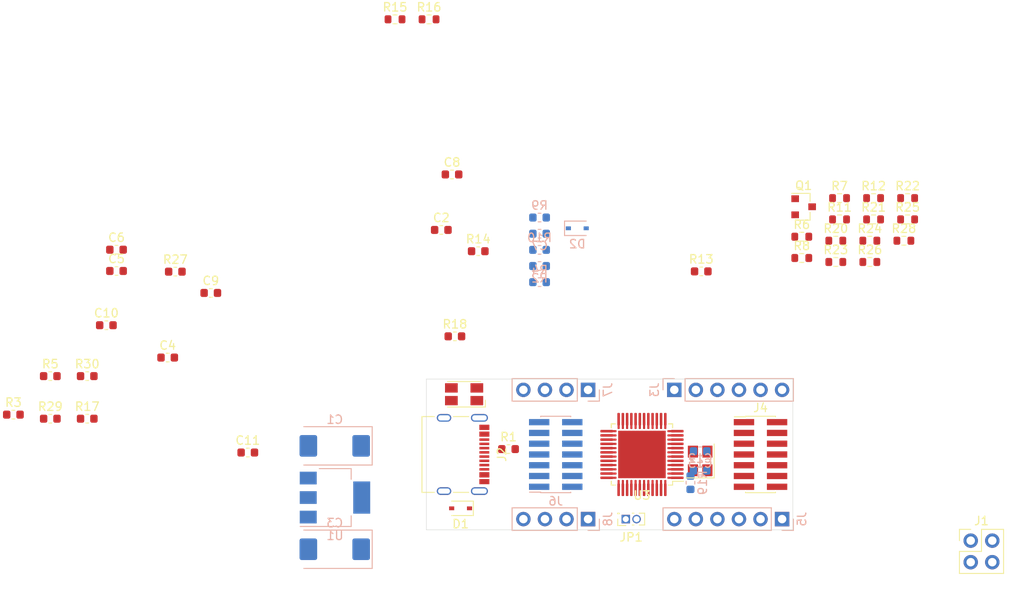
<source format=kicad_pcb>
(kicad_pcb (version 20171130) (host pcbnew "(5.1.8)-1")

  (general
    (thickness 1.6)
    (drawings 5)
    (tracks 0)
    (zones 0)
    (modules 60)
    (nets 79)
  )

  (page A4)
  (layers
    (0 F.Cu signal)
    (31 B.Cu signal)
    (32 B.Adhes user)
    (33 F.Adhes user)
    (34 B.Paste user)
    (35 F.Paste user)
    (36 B.SilkS user)
    (37 F.SilkS user)
    (38 B.Mask user)
    (39 F.Mask user)
    (40 Dwgs.User user)
    (41 Cmts.User user)
    (42 Eco1.User user)
    (43 Eco2.User user)
    (44 Edge.Cuts user)
    (45 Margin user)
    (46 B.CrtYd user)
    (47 F.CrtYd user)
    (48 B.Fab user)
    (49 F.Fab user)
  )

  (setup
    (last_trace_width 0.25)
    (trace_clearance 0.2)
    (zone_clearance 0.508)
    (zone_45_only no)
    (trace_min 0.2)
    (via_size 0.8)
    (via_drill 0.4)
    (via_min_size 0.4)
    (via_min_drill 0.3)
    (uvia_size 0.3)
    (uvia_drill 0.1)
    (uvias_allowed no)
    (uvia_min_size 0.2)
    (uvia_min_drill 0.1)
    (edge_width 0.05)
    (segment_width 0.2)
    (pcb_text_width 0.3)
    (pcb_text_size 1.5 1.5)
    (mod_edge_width 0.12)
    (mod_text_size 1 1)
    (mod_text_width 0.15)
    (pad_size 1 1)
    (pad_drill 0.65)
    (pad_to_mask_clearance 0.051)
    (solder_mask_min_width 0.25)
    (aux_axis_origin 0 0)
    (visible_elements 7FFFFFFF)
    (pcbplotparams
      (layerselection 0x010fc_ffffffff)
      (usegerberextensions false)
      (usegerberattributes false)
      (usegerberadvancedattributes false)
      (creategerberjobfile false)
      (excludeedgelayer true)
      (linewidth 0.100000)
      (plotframeref false)
      (viasonmask false)
      (mode 1)
      (useauxorigin false)
      (hpglpennumber 1)
      (hpglpenspeed 20)
      (hpglpendiameter 15.000000)
      (psnegative false)
      (psa4output false)
      (plotreference true)
      (plotvalue true)
      (plotinvisibletext false)
      (padsonsilk false)
      (subtractmaskfromsilk false)
      (outputformat 1)
      (mirror false)
      (drillshape 1)
      (scaleselection 1)
      (outputdirectory ""))
  )

  (net 0 "")
  (net 1 +3V3)
  (net 2 "Net-(D1-Pad2)")
  (net 3 T_Vref)
  (net 4 "Net-(Q1-Pad2)")
  (net 5 "Net-(Q1-Pad1)")
  (net 6 VBUS)
  (net 7 "Self_RX(h)")
  (net 8 "T_VCP_TX(h)")
  (net 9 "T_VCP_RX(h)")
  (net 10 "T_NRST_SWD(h)")
  (net 11 "T_SWO(h)")
  (net 12 "T_SWDCLK(h)")
  (net 13 "T_SWDIO(h)")
  (net 14 "T_NRST_SWIM(h)")
  (net 15 "T_JTDI(h)")
  (net 16 BOOT_1)
  (net 17 OSC_IN)
  (net 18 SELF_NRST)
  (net 19 BOOT_0)
  (net 20 OSC_OUT)
  (net 21 AIN)
  (net 22 "Net-(D3-Pad2)")
  (net 23 STLINK_LED)
  (net 24 SWO)
  (net 25 SWDCLK)
  (net 26 SWDIO)
  (net 27 STLINK_USB_D+)
  (net 28 STLINK_USB_D-)
  (net 29 USB_RENUMn)
  (net 30 Board_ID)
  (net 31 T_SWIM)
  (net 32 T_SWIM_IN)
  (net 33 T_NRST_SWIM)
  (net 34 T_NRST_SWIM_IN)
  (net 35 T_SWDIO)
  (net 36 T_SWDIO_IN)
  (net 37 T_NRST_SWD)
  (net 38 T_SWDCLK)
  (net 39 T_JTDI)
  (net 40 STLINK_RX)
  (net 41 STLINK_TX)
  (net 42 "Net-(U3-Pad40)")
  (net 43 "Net-(U3-Pad29)")
  (net 44 "Net-(U3-Pad28)")
  (net 45 "Net-(U3-Pad19)")
  (net 46 "Net-(U3-Pad16)")
  (net 47 "Net-(U3-Pad14)")
  (net 48 "Net-(U3-Pad11)")
  (net 49 "Net-(U3-Pad4)")
  (net 50 "Net-(U3-Pad3)")
  (net 51 "GND_detect(h)")
  (net 52 "Net-(D2-Pad1)")
  (net 53 "Net-(D3-Pad3)")
  (net 54 "Net-(J2-PadB5)")
  (net 55 "Net-(J2-PadA6)")
  (net 56 "Net-(J2-PadA8)")
  (net 57 "Net-(J2-PadA5)")
  (net 58 "Net-(J2-PadB8)")
  (net 59 "Net-(J2-PadA7)")
  (net 60 "Net-(J2-PadS1)")
  (net 61 "Net-(J4-Pad9)")
  (net 62 "Net-(J4-Pad2)")
  (net 63 "Net-(J4-Pad1)")
  (net 64 "T_SWIM(h)")
  (net 65 "Net-(U2-Pad40)")
  (net 66 "Net-(U2-Pad29)")
  (net 67 "Net-(U2-Pad28)")
  (net 68 "Net-(U2-Pad19)")
  (net 69 "Net-(U2-Pad16)")
  (net 70 "Net-(U2-Pad14)")
  (net 71 "Net-(U2-Pad11)")
  (net 72 "Net-(U2-Pad4)")
  (net 73 "Net-(U2-Pad3)")
  (net 74 "Net-(J6-Pad11)")
  (net 75 "Net-(J6-Pad10)")
  (net 76 "Net-(J6-Pad9)")
  (net 77 "Net-(J6-Pad2)")
  (net 78 "Net-(J6-Pad1)")

  (net_class Default "This is the default net class."
    (clearance 0.2)
    (trace_width 0.25)
    (via_dia 0.8)
    (via_drill 0.4)
    (uvia_dia 0.3)
    (uvia_drill 0.1)
    (add_net +3V3)
    (add_net AIN)
    (add_net BOOT_0)
    (add_net BOOT_1)
    (add_net Board_ID)
    (add_net "GND_detect(h)")
    (add_net "Net-(D1-Pad2)")
    (add_net "Net-(D2-Pad1)")
    (add_net "Net-(D3-Pad2)")
    (add_net "Net-(D3-Pad3)")
    (add_net "Net-(J2-PadA5)")
    (add_net "Net-(J2-PadA6)")
    (add_net "Net-(J2-PadA7)")
    (add_net "Net-(J2-PadA8)")
    (add_net "Net-(J2-PadB5)")
    (add_net "Net-(J2-PadB8)")
    (add_net "Net-(J2-PadS1)")
    (add_net "Net-(J4-Pad1)")
    (add_net "Net-(J4-Pad2)")
    (add_net "Net-(J4-Pad9)")
    (add_net "Net-(J6-Pad1)")
    (add_net "Net-(J6-Pad10)")
    (add_net "Net-(J6-Pad11)")
    (add_net "Net-(J6-Pad2)")
    (add_net "Net-(J6-Pad9)")
    (add_net "Net-(Q1-Pad1)")
    (add_net "Net-(Q1-Pad2)")
    (add_net "Net-(U2-Pad11)")
    (add_net "Net-(U2-Pad14)")
    (add_net "Net-(U2-Pad16)")
    (add_net "Net-(U2-Pad19)")
    (add_net "Net-(U2-Pad28)")
    (add_net "Net-(U2-Pad29)")
    (add_net "Net-(U2-Pad3)")
    (add_net "Net-(U2-Pad4)")
    (add_net "Net-(U2-Pad40)")
    (add_net "Net-(U3-Pad11)")
    (add_net "Net-(U3-Pad14)")
    (add_net "Net-(U3-Pad16)")
    (add_net "Net-(U3-Pad19)")
    (add_net "Net-(U3-Pad28)")
    (add_net "Net-(U3-Pad29)")
    (add_net "Net-(U3-Pad3)")
    (add_net "Net-(U3-Pad4)")
    (add_net "Net-(U3-Pad40)")
    (add_net OSC_IN)
    (add_net OSC_OUT)
    (add_net SELF_NRST)
    (add_net STLINK_LED)
    (add_net STLINK_RX)
    (add_net STLINK_TX)
    (add_net STLINK_USB_D+)
    (add_net STLINK_USB_D-)
    (add_net SWDCLK)
    (add_net SWDIO)
    (add_net SWO)
    (add_net "Self_RX(h)")
    (add_net T_JTDI)
    (add_net "T_JTDI(h)")
    (add_net T_NRST_SWD)
    (add_net "T_NRST_SWD(h)")
    (add_net T_NRST_SWIM)
    (add_net "T_NRST_SWIM(h)")
    (add_net T_NRST_SWIM_IN)
    (add_net T_SWDCLK)
    (add_net "T_SWDCLK(h)")
    (add_net T_SWDIO)
    (add_net "T_SWDIO(h)")
    (add_net T_SWDIO_IN)
    (add_net T_SWIM)
    (add_net "T_SWIM(h)")
    (add_net T_SWIM_IN)
    (add_net "T_SWO(h)")
    (add_net "T_VCP_RX(h)")
    (add_net "T_VCP_TX(h)")
    (add_net T_Vref)
    (add_net USB_RENUMn)
    (add_net VBUS)
  )

  (module Connector_PinHeader_2.54mm:PinHeader_1x04_P2.54mm_Vertical (layer B.Cu) (tedit 59FED5CC) (tstamp 5FCCD6C9)
    (at 226.06 124.46 90)
    (descr "Through hole straight pin header, 1x04, 2.54mm pitch, single row")
    (tags "Through hole pin header THT 1x04 2.54mm single row")
    (path /5EC31CA9/5FCE032D)
    (fp_text reference J8 (at 0 2.33 90) (layer B.SilkS)
      (effects (font (size 1 1) (thickness 0.15)) (justify mirror))
    )
    (fp_text value Conn_01x04 (at 0 -9.95 90) (layer B.Fab)
      (effects (font (size 1 1) (thickness 0.15)) (justify mirror))
    )
    (fp_line (start -0.635 1.27) (end 1.27 1.27) (layer B.Fab) (width 0.1))
    (fp_line (start 1.27 1.27) (end 1.27 -8.89) (layer B.Fab) (width 0.1))
    (fp_line (start 1.27 -8.89) (end -1.27 -8.89) (layer B.Fab) (width 0.1))
    (fp_line (start -1.27 -8.89) (end -1.27 0.635) (layer B.Fab) (width 0.1))
    (fp_line (start -1.27 0.635) (end -0.635 1.27) (layer B.Fab) (width 0.1))
    (fp_line (start -1.33 -8.95) (end 1.33 -8.95) (layer B.SilkS) (width 0.12))
    (fp_line (start -1.33 -1.27) (end -1.33 -8.95) (layer B.SilkS) (width 0.12))
    (fp_line (start 1.33 -1.27) (end 1.33 -8.95) (layer B.SilkS) (width 0.12))
    (fp_line (start -1.33 -1.27) (end 1.33 -1.27) (layer B.SilkS) (width 0.12))
    (fp_line (start -1.33 0) (end -1.33 1.33) (layer B.SilkS) (width 0.12))
    (fp_line (start -1.33 1.33) (end 0 1.33) (layer B.SilkS) (width 0.12))
    (fp_line (start -1.8 1.8) (end -1.8 -9.4) (layer B.CrtYd) (width 0.05))
    (fp_line (start -1.8 -9.4) (end 1.8 -9.4) (layer B.CrtYd) (width 0.05))
    (fp_line (start 1.8 -9.4) (end 1.8 1.8) (layer B.CrtYd) (width 0.05))
    (fp_line (start 1.8 1.8) (end -1.8 1.8) (layer B.CrtYd) (width 0.05))
    (fp_text user %R (at 0 -3.81 180) (layer B.Fab)
      (effects (font (size 1 1) (thickness 0.15)) (justify mirror))
    )
    (pad 4 thru_hole oval (at 0 -7.62 90) (size 1.7 1.7) (drill 1) (layers *.Cu *.Mask)
      (net 51 "GND_detect(h)"))
    (pad 3 thru_hole oval (at 0 -5.08 90) (size 1.7 1.7) (drill 1) (layers *.Cu *.Mask)
      (net 7 "Self_RX(h)"))
    (pad 2 thru_hole oval (at 0 -2.54 90) (size 1.7 1.7) (drill 1) (layers *.Cu *.Mask)
      (net 23 STLINK_LED))
    (pad 1 thru_hole rect (at 0 0 90) (size 1.7 1.7) (drill 1) (layers *.Cu *.Mask)
      (net 1 +3V3))
    (model ${KISYS3DMOD}/Connector_PinHeader_2.54mm.3dshapes/PinHeader_1x04_P2.54mm_Vertical.wrl
      (at (xyz 0 0 0))
      (scale (xyz 1 1 1))
      (rotate (xyz 0 0 0))
    )
  )

  (module Connector_PinHeader_2.54mm:PinHeader_1x04_P2.54mm_Vertical (layer B.Cu) (tedit 59FED5CC) (tstamp 5FCCD6B1)
    (at 226.06 109.22 90)
    (descr "Through hole straight pin header, 1x04, 2.54mm pitch, single row")
    (tags "Through hole pin header THT 1x04 2.54mm single row")
    (path /5EC31CA9/5FCDFBAC)
    (fp_text reference J7 (at 0 2.33 90) (layer B.SilkS)
      (effects (font (size 1 1) (thickness 0.15)) (justify mirror))
    )
    (fp_text value Conn_01x04 (at 0 -9.95 90) (layer B.Fab)
      (effects (font (size 1 1) (thickness 0.15)) (justify mirror))
    )
    (fp_line (start -0.635 1.27) (end 1.27 1.27) (layer B.Fab) (width 0.1))
    (fp_line (start 1.27 1.27) (end 1.27 -8.89) (layer B.Fab) (width 0.1))
    (fp_line (start 1.27 -8.89) (end -1.27 -8.89) (layer B.Fab) (width 0.1))
    (fp_line (start -1.27 -8.89) (end -1.27 0.635) (layer B.Fab) (width 0.1))
    (fp_line (start -1.27 0.635) (end -0.635 1.27) (layer B.Fab) (width 0.1))
    (fp_line (start -1.33 -8.95) (end 1.33 -8.95) (layer B.SilkS) (width 0.12))
    (fp_line (start -1.33 -1.27) (end -1.33 -8.95) (layer B.SilkS) (width 0.12))
    (fp_line (start 1.33 -1.27) (end 1.33 -8.95) (layer B.SilkS) (width 0.12))
    (fp_line (start -1.33 -1.27) (end 1.33 -1.27) (layer B.SilkS) (width 0.12))
    (fp_line (start -1.33 0) (end -1.33 1.33) (layer B.SilkS) (width 0.12))
    (fp_line (start -1.33 1.33) (end 0 1.33) (layer B.SilkS) (width 0.12))
    (fp_line (start -1.8 1.8) (end -1.8 -9.4) (layer B.CrtYd) (width 0.05))
    (fp_line (start -1.8 -9.4) (end 1.8 -9.4) (layer B.CrtYd) (width 0.05))
    (fp_line (start 1.8 -9.4) (end 1.8 1.8) (layer B.CrtYd) (width 0.05))
    (fp_line (start 1.8 1.8) (end -1.8 1.8) (layer B.CrtYd) (width 0.05))
    (fp_text user %R (at 0 -3.81 180) (layer B.Fab)
      (effects (font (size 1 1) (thickness 0.15)) (justify mirror))
    )
    (pad 4 thru_hole oval (at 0 -7.62 90) (size 1.7 1.7) (drill 1) (layers *.Cu *.Mask)
      (net 25 SWDCLK))
    (pad 3 thru_hole oval (at 0 -5.08 90) (size 1.7 1.7) (drill 1) (layers *.Cu *.Mask)
      (net 26 SWDIO))
    (pad 2 thru_hole oval (at 0 -2.54 90) (size 1.7 1.7) (drill 1) (layers *.Cu *.Mask)
      (net 24 SWO))
    (pad 1 thru_hole rect (at 0 0 90) (size 1.7 1.7) (drill 1) (layers *.Cu *.Mask)
      (net 18 SELF_NRST))
    (model ${KISYS3DMOD}/Connector_PinHeader_2.54mm.3dshapes/PinHeader_1x04_P2.54mm_Vertical.wrl
      (at (xyz 0 0 0))
      (scale (xyz 1 1 1))
      (rotate (xyz 0 0 0))
    )
  )

  (module Connector_PinHeader_1.27mm:PinHeader_2x07_P1.27mm_Vertical_SMD (layer F.Cu) (tedit 59FED6E3) (tstamp 5EC202AD)
    (at 246.38 116.84)
    (descr "surface-mounted straight pin header, 2x07, 1.27mm pitch, double rows")
    (tags "Surface mounted pin header SMD 2x07 1.27mm double row")
    (path /5EC26E87)
    (attr smd)
    (fp_text reference J4 (at 0 -5.505) (layer F.SilkS)
      (effects (font (size 1 1) (thickness 0.15)))
    )
    (fp_text value STDC-14 (at 0 5.505) (layer F.Fab)
      (effects (font (size 1 1) (thickness 0.15)))
    )
    (fp_line (start 4.3 -4.95) (end -4.3 -4.95) (layer F.CrtYd) (width 0.05))
    (fp_line (start 4.3 4.95) (end 4.3 -4.95) (layer F.CrtYd) (width 0.05))
    (fp_line (start -4.3 4.95) (end 4.3 4.95) (layer F.CrtYd) (width 0.05))
    (fp_line (start -4.3 -4.95) (end -4.3 4.95) (layer F.CrtYd) (width 0.05))
    (fp_line (start 1.765 4.44) (end 1.765 4.505) (layer F.SilkS) (width 0.12))
    (fp_line (start -1.765 4.44) (end -1.765 4.505) (layer F.SilkS) (width 0.12))
    (fp_line (start 1.765 -4.505) (end 1.765 -4.44) (layer F.SilkS) (width 0.12))
    (fp_line (start -1.765 -4.505) (end -1.765 -4.44) (layer F.SilkS) (width 0.12))
    (fp_line (start -3.09 -4.44) (end -1.765 -4.44) (layer F.SilkS) (width 0.12))
    (fp_line (start -1.765 4.505) (end 1.765 4.505) (layer F.SilkS) (width 0.12))
    (fp_line (start -1.765 -4.505) (end 1.765 -4.505) (layer F.SilkS) (width 0.12))
    (fp_line (start 2.75 4.01) (end 1.705 4.01) (layer F.Fab) (width 0.1))
    (fp_line (start 2.75 3.61) (end 2.75 4.01) (layer F.Fab) (width 0.1))
    (fp_line (start 1.705 3.61) (end 2.75 3.61) (layer F.Fab) (width 0.1))
    (fp_line (start -2.75 4.01) (end -1.705 4.01) (layer F.Fab) (width 0.1))
    (fp_line (start -2.75 3.61) (end -2.75 4.01) (layer F.Fab) (width 0.1))
    (fp_line (start -1.705 3.61) (end -2.75 3.61) (layer F.Fab) (width 0.1))
    (fp_line (start 2.75 2.74) (end 1.705 2.74) (layer F.Fab) (width 0.1))
    (fp_line (start 2.75 2.34) (end 2.75 2.74) (layer F.Fab) (width 0.1))
    (fp_line (start 1.705 2.34) (end 2.75 2.34) (layer F.Fab) (width 0.1))
    (fp_line (start -2.75 2.74) (end -1.705 2.74) (layer F.Fab) (width 0.1))
    (fp_line (start -2.75 2.34) (end -2.75 2.74) (layer F.Fab) (width 0.1))
    (fp_line (start -1.705 2.34) (end -2.75 2.34) (layer F.Fab) (width 0.1))
    (fp_line (start 2.75 1.47) (end 1.705 1.47) (layer F.Fab) (width 0.1))
    (fp_line (start 2.75 1.07) (end 2.75 1.47) (layer F.Fab) (width 0.1))
    (fp_line (start 1.705 1.07) (end 2.75 1.07) (layer F.Fab) (width 0.1))
    (fp_line (start -2.75 1.47) (end -1.705 1.47) (layer F.Fab) (width 0.1))
    (fp_line (start -2.75 1.07) (end -2.75 1.47) (layer F.Fab) (width 0.1))
    (fp_line (start -1.705 1.07) (end -2.75 1.07) (layer F.Fab) (width 0.1))
    (fp_line (start 2.75 0.2) (end 1.705 0.2) (layer F.Fab) (width 0.1))
    (fp_line (start 2.75 -0.2) (end 2.75 0.2) (layer F.Fab) (width 0.1))
    (fp_line (start 1.705 -0.2) (end 2.75 -0.2) (layer F.Fab) (width 0.1))
    (fp_line (start -2.75 0.2) (end -1.705 0.2) (layer F.Fab) (width 0.1))
    (fp_line (start -2.75 -0.2) (end -2.75 0.2) (layer F.Fab) (width 0.1))
    (fp_line (start -1.705 -0.2) (end -2.75 -0.2) (layer F.Fab) (width 0.1))
    (fp_line (start 2.75 -1.07) (end 1.705 -1.07) (layer F.Fab) (width 0.1))
    (fp_line (start 2.75 -1.47) (end 2.75 -1.07) (layer F.Fab) (width 0.1))
    (fp_line (start 1.705 -1.47) (end 2.75 -1.47) (layer F.Fab) (width 0.1))
    (fp_line (start -2.75 -1.07) (end -1.705 -1.07) (layer F.Fab) (width 0.1))
    (fp_line (start -2.75 -1.47) (end -2.75 -1.07) (layer F.Fab) (width 0.1))
    (fp_line (start -1.705 -1.47) (end -2.75 -1.47) (layer F.Fab) (width 0.1))
    (fp_line (start 2.75 -2.34) (end 1.705 -2.34) (layer F.Fab) (width 0.1))
    (fp_line (start 2.75 -2.74) (end 2.75 -2.34) (layer F.Fab) (width 0.1))
    (fp_line (start 1.705 -2.74) (end 2.75 -2.74) (layer F.Fab) (width 0.1))
    (fp_line (start -2.75 -2.34) (end -1.705 -2.34) (layer F.Fab) (width 0.1))
    (fp_line (start -2.75 -2.74) (end -2.75 -2.34) (layer F.Fab) (width 0.1))
    (fp_line (start -1.705 -2.74) (end -2.75 -2.74) (layer F.Fab) (width 0.1))
    (fp_line (start 2.75 -3.61) (end 1.705 -3.61) (layer F.Fab) (width 0.1))
    (fp_line (start 2.75 -4.01) (end 2.75 -3.61) (layer F.Fab) (width 0.1))
    (fp_line (start 1.705 -4.01) (end 2.75 -4.01) (layer F.Fab) (width 0.1))
    (fp_line (start -2.75 -3.61) (end -1.705 -3.61) (layer F.Fab) (width 0.1))
    (fp_line (start -2.75 -4.01) (end -2.75 -3.61) (layer F.Fab) (width 0.1))
    (fp_line (start -1.705 -4.01) (end -2.75 -4.01) (layer F.Fab) (width 0.1))
    (fp_line (start 1.705 -4.445) (end 1.705 4.445) (layer F.Fab) (width 0.1))
    (fp_line (start -1.705 -4.01) (end -1.27 -4.445) (layer F.Fab) (width 0.1))
    (fp_line (start -1.705 4.445) (end -1.705 -4.01) (layer F.Fab) (width 0.1))
    (fp_line (start -1.27 -4.445) (end 1.705 -4.445) (layer F.Fab) (width 0.1))
    (fp_line (start 1.705 4.445) (end -1.705 4.445) (layer F.Fab) (width 0.1))
    (fp_text user %R (at 0 0 90) (layer F.Fab)
      (effects (font (size 1 1) (thickness 0.15)))
    )
    (pad 14 smd rect (at 1.95 3.81) (size 2.4 0.74) (layers F.Cu F.Paste F.Mask)
      (net 8 "T_VCP_TX(h)"))
    (pad 13 smd rect (at -1.95 3.81) (size 2.4 0.74) (layers F.Cu F.Paste F.Mask)
      (net 9 "T_VCP_RX(h)"))
    (pad 12 smd rect (at 1.95 2.54) (size 2.4 0.74) (layers F.Cu F.Paste F.Mask)
      (net 10 "T_NRST_SWD(h)"))
    (pad 11 smd rect (at -1.95 2.54) (size 2.4 0.74) (layers F.Cu F.Paste F.Mask)
      (net 51 "GND_detect(h)"))
    (pad 10 smd rect (at 1.95 1.27) (size 2.4 0.74) (layers F.Cu F.Paste F.Mask)
      (net 15 "T_JTDI(h)"))
    (pad 9 smd rect (at -1.95 1.27) (size 2.4 0.74) (layers F.Cu F.Paste F.Mask)
      (net 61 "Net-(J4-Pad9)"))
    (pad 8 smd rect (at 1.95 0) (size 2.4 0.74) (layers F.Cu F.Paste F.Mask)
      (net 11 "T_SWO(h)"))
    (pad 7 smd rect (at -1.95 0) (size 2.4 0.74) (layers F.Cu F.Paste F.Mask)
      (net 51 "GND_detect(h)"))
    (pad 6 smd rect (at 1.95 -1.27) (size 2.4 0.74) (layers F.Cu F.Paste F.Mask)
      (net 12 "T_SWDCLK(h)"))
    (pad 5 smd rect (at -1.95 -1.27) (size 2.4 0.74) (layers F.Cu F.Paste F.Mask)
      (net 51 "GND_detect(h)"))
    (pad 4 smd rect (at 1.95 -2.54) (size 2.4 0.74) (layers F.Cu F.Paste F.Mask)
      (net 13 "T_SWDIO(h)"))
    (pad 3 smd rect (at -1.95 -2.54) (size 2.4 0.74) (layers F.Cu F.Paste F.Mask)
      (net 3 T_Vref))
    (pad 2 smd rect (at 1.95 -3.81) (size 2.4 0.74) (layers F.Cu F.Paste F.Mask)
      (net 62 "Net-(J4-Pad2)"))
    (pad 1 smd rect (at -1.95 -3.81) (size 2.4 0.74) (layers F.Cu F.Paste F.Mask)
      (net 63 "Net-(J4-Pad1)"))
    (model ${KISYS3DMOD}/Connector_PinHeader_1.27mm.3dshapes/PinHeader_2x07_P1.27mm_Vertical_SMD.wrl
      (at (xyz 0 0 0))
      (scale (xyz 1 1 1))
      (rotate (xyz 0 0 0))
    )
  )

  (module Connector_PinSocket_1.27mm:PinSocket_2x01_P1.27mm_Vertical (layer F.Cu) (tedit 5A19A426) (tstamp 5FC9BA7D)
    (at 230.505 124.46 180)
    (descr "Through hole straight socket strip, 2x01, 1.27mm pitch, double cols (from Kicad 4.0.7), script generated")
    (tags "Through hole socket strip THT 2x01 1.27mm double row")
    (path /5FFF801D)
    (fp_text reference JP1 (at -0.635 -2.135) (layer F.SilkS)
      (effects (font (size 1 1) (thickness 0.15)))
    )
    (fp_text value Flash (at -0.635 2.135) (layer F.Fab)
      (effects (font (size 1 1) (thickness 0.15)))
    )
    (fp_line (start -2.16 -0.635) (end 0.5725 -0.635) (layer F.Fab) (width 0.1))
    (fp_line (start 0.5725 -0.635) (end 0.89 -0.3175) (layer F.Fab) (width 0.1))
    (fp_line (start 0.89 -0.3175) (end 0.89 0.635) (layer F.Fab) (width 0.1))
    (fp_line (start 0.89 0.635) (end -2.16 0.635) (layer F.Fab) (width 0.1))
    (fp_line (start -2.16 0.635) (end -2.16 -0.635) (layer F.Fab) (width 0.1))
    (fp_line (start -2.22 -0.695) (end -1.57753 -0.695) (layer F.SilkS) (width 0.12))
    (fp_line (start -0.96247 -0.695) (end -0.76 -0.695) (layer F.SilkS) (width 0.12))
    (fp_line (start -2.22 -0.695) (end -2.22 0.695) (layer F.SilkS) (width 0.12))
    (fp_line (start 0.76 0.695) (end 0.95 0.695) (layer F.SilkS) (width 0.12))
    (fp_line (start -2.22 0.695) (end -1.57753 0.695) (layer F.SilkS) (width 0.12))
    (fp_line (start -0.96247 0.695) (end -0.76 0.695) (layer F.SilkS) (width 0.12))
    (fp_line (start 0.95 0.635) (end 0.95 0.695) (layer F.SilkS) (width 0.12))
    (fp_line (start 0.76 0.635) (end 0.95 0.635) (layer F.SilkS) (width 0.12))
    (fp_line (start 0.95 -0.76) (end 0.95 0) (layer F.SilkS) (width 0.12))
    (fp_line (start 0 -0.76) (end 0.95 -0.76) (layer F.SilkS) (width 0.12))
    (fp_line (start -2.67 -1.15) (end 1.38 -1.15) (layer F.CrtYd) (width 0.05))
    (fp_line (start 1.38 -1.15) (end 1.38 1.15) (layer F.CrtYd) (width 0.05))
    (fp_line (start 1.38 1.15) (end -2.67 1.15) (layer F.CrtYd) (width 0.05))
    (fp_line (start -2.67 1.15) (end -2.67 -1.15) (layer F.CrtYd) (width 0.05))
    (fp_text user %R (at -0.635 0) (layer F.Fab)
      (effects (font (size 0.76 0.76) (thickness 0.11)))
    )
    (pad 2 thru_hole oval (at -1.27 0 180) (size 1 1) (drill 0.7) (layers *.Cu *.Mask)
      (net 19 BOOT_0))
    (pad 1 thru_hole rect (at 0 0 180) (size 1 1) (drill 0.7) (layers *.Cu *.Mask)
      (net 1 +3V3))
    (model ${KISYS3DMOD}/Connector_PinSocket_1.27mm.3dshapes/PinSocket_2x01_P1.27mm_Vertical.wrl
      (at (xyz 0 0 0))
      (scale (xyz 1 1 1))
      (rotate (xyz 0 0 0))
    )
  )

  (module Connector_PinHeader_2.54mm:PinHeader_1x06_P2.54mm_Vertical (layer B.Cu) (tedit 59FED5CC) (tstamp 5FCA006F)
    (at 248.92 124.46 90)
    (descr "Through hole straight pin header, 1x06, 2.54mm pitch, single row")
    (tags "Through hole pin header THT 1x06 2.54mm single row")
    (path /5F21B63F)
    (fp_text reference J5 (at 0 2.33 270) (layer B.SilkS)
      (effects (font (size 1 1) (thickness 0.15)) (justify mirror))
    )
    (fp_text value SWIM+VCP (at 0 -15.03 270) (layer B.Fab)
      (effects (font (size 1 1) (thickness 0.15)) (justify mirror))
    )
    (fp_line (start -0.635 1.27) (end 1.27 1.27) (layer B.Fab) (width 0.1))
    (fp_line (start 1.27 1.27) (end 1.27 -13.97) (layer B.Fab) (width 0.1))
    (fp_line (start 1.27 -13.97) (end -1.27 -13.97) (layer B.Fab) (width 0.1))
    (fp_line (start -1.27 -13.97) (end -1.27 0.635) (layer B.Fab) (width 0.1))
    (fp_line (start -1.27 0.635) (end -0.635 1.27) (layer B.Fab) (width 0.1))
    (fp_line (start -1.33 -14.03) (end 1.33 -14.03) (layer B.SilkS) (width 0.12))
    (fp_line (start -1.33 -1.27) (end -1.33 -14.03) (layer B.SilkS) (width 0.12))
    (fp_line (start 1.33 -1.27) (end 1.33 -14.03) (layer B.SilkS) (width 0.12))
    (fp_line (start -1.33 -1.27) (end 1.33 -1.27) (layer B.SilkS) (width 0.12))
    (fp_line (start -1.33 0) (end -1.33 1.33) (layer B.SilkS) (width 0.12))
    (fp_line (start -1.33 1.33) (end 0 1.33) (layer B.SilkS) (width 0.12))
    (fp_line (start -1.8 1.8) (end -1.8 -14.5) (layer B.CrtYd) (width 0.05))
    (fp_line (start -1.8 -14.5) (end 1.8 -14.5) (layer B.CrtYd) (width 0.05))
    (fp_line (start 1.8 -14.5) (end 1.8 1.8) (layer B.CrtYd) (width 0.05))
    (fp_line (start 1.8 1.8) (end -1.8 1.8) (layer B.CrtYd) (width 0.05))
    (fp_text user %R (at 0 -6.35) (layer B.Fab)
      (effects (font (size 1 1) (thickness 0.15)) (justify mirror))
    )
    (pad 6 thru_hole oval (at 0 -12.7 90) (size 1.7 1.7) (drill 1) (layers *.Cu *.Mask)
      (net 9 "T_VCP_RX(h)"))
    (pad 5 thru_hole oval (at 0 -10.16 90) (size 1.7 1.7) (drill 1) (layers *.Cu *.Mask)
      (net 8 "T_VCP_TX(h)"))
    (pad 4 thru_hole oval (at 0 -7.62 90) (size 1.7 1.7) (drill 1) (layers *.Cu *.Mask)
      (net 14 "T_NRST_SWIM(h)"))
    (pad 3 thru_hole oval (at 0 -5.08 90) (size 1.7 1.7) (drill 1) (layers *.Cu *.Mask)
      (net 51 "GND_detect(h)"))
    (pad 2 thru_hole oval (at 0 -2.54 90) (size 1.7 1.7) (drill 1) (layers *.Cu *.Mask)
      (net 64 "T_SWIM(h)"))
    (pad 1 thru_hole rect (at 0 0 90) (size 1.7 1.7) (drill 1) (layers *.Cu *.Mask)
      (net 3 T_Vref))
    (model ${KISYS3DMOD}/Connector_PinHeader_2.54mm.3dshapes/PinHeader_1x06_P2.54mm_Vertical.wrl
      (at (xyz 0 0 0))
      (scale (xyz 1 1 1))
      (rotate (xyz 0 0 0))
    )
  )

  (module Connector_PinHeader_2.54mm:PinHeader_1x06_P2.54mm_Vertical (layer B.Cu) (tedit 59FED5CC) (tstamp 5FC9B961)
    (at 236.22 109.22 270)
    (descr "Through hole straight pin header, 1x06, 2.54mm pitch, single row")
    (tags "Through hole pin header THT 1x06 2.54mm single row")
    (path /5F2190BA)
    (fp_text reference J3 (at 0 2.33 270) (layer B.SilkS)
      (effects (font (size 1 1) (thickness 0.15)) (justify mirror))
    )
    (fp_text value SWD (at 0 -15.03 270) (layer B.Fab)
      (effects (font (size 1 1) (thickness 0.15)) (justify mirror))
    )
    (fp_line (start -0.635 1.27) (end 1.27 1.27) (layer B.Fab) (width 0.1))
    (fp_line (start 1.27 1.27) (end 1.27 -13.97) (layer B.Fab) (width 0.1))
    (fp_line (start 1.27 -13.97) (end -1.27 -13.97) (layer B.Fab) (width 0.1))
    (fp_line (start -1.27 -13.97) (end -1.27 0.635) (layer B.Fab) (width 0.1))
    (fp_line (start -1.27 0.635) (end -0.635 1.27) (layer B.Fab) (width 0.1))
    (fp_line (start -1.33 -14.03) (end 1.33 -14.03) (layer B.SilkS) (width 0.12))
    (fp_line (start -1.33 -1.27) (end -1.33 -14.03) (layer B.SilkS) (width 0.12))
    (fp_line (start 1.33 -1.27) (end 1.33 -14.03) (layer B.SilkS) (width 0.12))
    (fp_line (start -1.33 -1.27) (end 1.33 -1.27) (layer B.SilkS) (width 0.12))
    (fp_line (start -1.33 0) (end -1.33 1.33) (layer B.SilkS) (width 0.12))
    (fp_line (start -1.33 1.33) (end 0 1.33) (layer B.SilkS) (width 0.12))
    (fp_line (start -1.8 1.8) (end -1.8 -14.5) (layer B.CrtYd) (width 0.05))
    (fp_line (start -1.8 -14.5) (end 1.8 -14.5) (layer B.CrtYd) (width 0.05))
    (fp_line (start 1.8 -14.5) (end 1.8 1.8) (layer B.CrtYd) (width 0.05))
    (fp_line (start 1.8 1.8) (end -1.8 1.8) (layer B.CrtYd) (width 0.05))
    (fp_text user %R (at 0 -6.35) (layer B.Fab)
      (effects (font (size 1 1) (thickness 0.15)) (justify mirror))
    )
    (pad 6 thru_hole oval (at 0 -12.7 270) (size 1.7 1.7) (drill 1) (layers *.Cu *.Mask)
      (net 11 "T_SWO(h)"))
    (pad 5 thru_hole oval (at 0 -10.16 270) (size 1.7 1.7) (drill 1) (layers *.Cu *.Mask)
      (net 10 "T_NRST_SWD(h)"))
    (pad 4 thru_hole oval (at 0 -7.62 270) (size 1.7 1.7) (drill 1) (layers *.Cu *.Mask)
      (net 13 "T_SWDIO(h)"))
    (pad 3 thru_hole oval (at 0 -5.08 270) (size 1.7 1.7) (drill 1) (layers *.Cu *.Mask)
      (net 51 "GND_detect(h)"))
    (pad 2 thru_hole oval (at 0 -2.54 270) (size 1.7 1.7) (drill 1) (layers *.Cu *.Mask)
      (net 12 "T_SWDCLK(h)"))
    (pad 1 thru_hole rect (at 0 0 270) (size 1.7 1.7) (drill 1) (layers *.Cu *.Mask)
      (net 3 T_Vref))
    (model ${KISYS3DMOD}/Connector_PinHeader_2.54mm.3dshapes/PinHeader_1x06_P2.54mm_Vertical.wrl
      (at (xyz 0 0 0))
      (scale (xyz 1 1 1))
      (rotate (xyz 0 0 0))
    )
  )

  (module Resistor_SMD:R_0603_1608Metric (layer F.Cu) (tedit 5F68FEEE) (tstamp 5FC94C6B)
    (at 263.27 91.63)
    (descr "Resistor SMD 0603 (1608 Metric), square (rectangular) end terminal, IPC_7351 nominal, (Body size source: IPC-SM-782 page 72, https://www.pcb-3d.com/wordpress/wp-content/uploads/ipc-sm-782a_amendment_1_and_2.pdf), generated with kicad-footprint-generator")
    (tags resistor)
    (path /5FEF60A1)
    (attr smd)
    (fp_text reference R28 (at 0 -1.43) (layer F.SilkS)
      (effects (font (size 1 1) (thickness 0.15)))
    )
    (fp_text value 47R (at 0 1.43) (layer F.Fab)
      (effects (font (size 1 1) (thickness 0.15)))
    )
    (fp_line (start 1.48 0.73) (end -1.48 0.73) (layer F.CrtYd) (width 0.05))
    (fp_line (start 1.48 -0.73) (end 1.48 0.73) (layer F.CrtYd) (width 0.05))
    (fp_line (start -1.48 -0.73) (end 1.48 -0.73) (layer F.CrtYd) (width 0.05))
    (fp_line (start -1.48 0.73) (end -1.48 -0.73) (layer F.CrtYd) (width 0.05))
    (fp_line (start -0.237258 0.5225) (end 0.237258 0.5225) (layer F.SilkS) (width 0.12))
    (fp_line (start -0.237258 -0.5225) (end 0.237258 -0.5225) (layer F.SilkS) (width 0.12))
    (fp_line (start 0.8 0.4125) (end -0.8 0.4125) (layer F.Fab) (width 0.1))
    (fp_line (start 0.8 -0.4125) (end 0.8 0.4125) (layer F.Fab) (width 0.1))
    (fp_line (start -0.8 -0.4125) (end 0.8 -0.4125) (layer F.Fab) (width 0.1))
    (fp_line (start -0.8 0.4125) (end -0.8 -0.4125) (layer F.Fab) (width 0.1))
    (fp_text user %R (at 0 0) (layer F.Fab)
      (effects (font (size 0.4 0.4) (thickness 0.06)))
    )
    (pad 2 smd roundrect (at 0.825 0) (size 0.8 0.95) (layers F.Cu F.Paste F.Mask) (roundrect_rratio 0.25)
      (net 64 "T_SWIM(h)"))
    (pad 1 smd roundrect (at -0.825 0) (size 0.8 0.95) (layers F.Cu F.Paste F.Mask) (roundrect_rratio 0.25)
      (net 31 T_SWIM))
    (model ${KISYS3DMOD}/Resistor_SMD.3dshapes/R_0603_1608Metric.wrl
      (at (xyz 0 0 0))
      (scale (xyz 1 1 1))
      (rotate (xyz 0 0 0))
    )
  )

  (module Resistor_SMD:R_0603_1608Metric (layer F.Cu) (tedit 5F68FEEE) (tstamp 5FC94C5A)
    (at 259.26 94.14)
    (descr "Resistor SMD 0603 (1608 Metric), square (rectangular) end terminal, IPC_7351 nominal, (Body size source: IPC-SM-782 page 72, https://www.pcb-3d.com/wordpress/wp-content/uploads/ipc-sm-782a_amendment_1_and_2.pdf), generated with kicad-footprint-generator")
    (tags resistor)
    (path /5FEFB56D)
    (attr smd)
    (fp_text reference R26 (at 0 -1.43) (layer F.SilkS)
      (effects (font (size 1 1) (thickness 0.15)))
    )
    (fp_text value 47R (at 0 1.43) (layer F.Fab)
      (effects (font (size 1 1) (thickness 0.15)))
    )
    (fp_line (start 1.48 0.73) (end -1.48 0.73) (layer F.CrtYd) (width 0.05))
    (fp_line (start 1.48 -0.73) (end 1.48 0.73) (layer F.CrtYd) (width 0.05))
    (fp_line (start -1.48 -0.73) (end 1.48 -0.73) (layer F.CrtYd) (width 0.05))
    (fp_line (start -1.48 0.73) (end -1.48 -0.73) (layer F.CrtYd) (width 0.05))
    (fp_line (start -0.237258 0.5225) (end 0.237258 0.5225) (layer F.SilkS) (width 0.12))
    (fp_line (start -0.237258 -0.5225) (end 0.237258 -0.5225) (layer F.SilkS) (width 0.12))
    (fp_line (start 0.8 0.4125) (end -0.8 0.4125) (layer F.Fab) (width 0.1))
    (fp_line (start 0.8 -0.4125) (end 0.8 0.4125) (layer F.Fab) (width 0.1))
    (fp_line (start -0.8 -0.4125) (end 0.8 -0.4125) (layer F.Fab) (width 0.1))
    (fp_line (start -0.8 0.4125) (end -0.8 -0.4125) (layer F.Fab) (width 0.1))
    (fp_text user %R (at 0 0) (layer F.Fab)
      (effects (font (size 0.4 0.4) (thickness 0.06)))
    )
    (pad 2 smd roundrect (at 0.825 0) (size 0.8 0.95) (layers F.Cu F.Paste F.Mask) (roundrect_rratio 0.25)
      (net 9 "T_VCP_RX(h)"))
    (pad 1 smd roundrect (at -0.825 0) (size 0.8 0.95) (layers F.Cu F.Paste F.Mask) (roundrect_rratio 0.25)
      (net 41 STLINK_TX))
    (model ${KISYS3DMOD}/Resistor_SMD.3dshapes/R_0603_1608Metric.wrl
      (at (xyz 0 0 0))
      (scale (xyz 1 1 1))
      (rotate (xyz 0 0 0))
    )
  )

  (module Resistor_SMD:R_0603_1608Metric (layer F.Cu) (tedit 5F68FEEE) (tstamp 5FC94C49)
    (at 263.71 89.12)
    (descr "Resistor SMD 0603 (1608 Metric), square (rectangular) end terminal, IPC_7351 nominal, (Body size source: IPC-SM-782 page 72, https://www.pcb-3d.com/wordpress/wp-content/uploads/ipc-sm-782a_amendment_1_and_2.pdf), generated with kicad-footprint-generator")
    (tags resistor)
    (path /5FF00464)
    (attr smd)
    (fp_text reference R25 (at 0 -1.43) (layer F.SilkS)
      (effects (font (size 1 1) (thickness 0.15)))
    )
    (fp_text value 47R (at 0 1.43) (layer F.Fab)
      (effects (font (size 1 1) (thickness 0.15)))
    )
    (fp_line (start 1.48 0.73) (end -1.48 0.73) (layer F.CrtYd) (width 0.05))
    (fp_line (start 1.48 -0.73) (end 1.48 0.73) (layer F.CrtYd) (width 0.05))
    (fp_line (start -1.48 -0.73) (end 1.48 -0.73) (layer F.CrtYd) (width 0.05))
    (fp_line (start -1.48 0.73) (end -1.48 -0.73) (layer F.CrtYd) (width 0.05))
    (fp_line (start -0.237258 0.5225) (end 0.237258 0.5225) (layer F.SilkS) (width 0.12))
    (fp_line (start -0.237258 -0.5225) (end 0.237258 -0.5225) (layer F.SilkS) (width 0.12))
    (fp_line (start 0.8 0.4125) (end -0.8 0.4125) (layer F.Fab) (width 0.1))
    (fp_line (start 0.8 -0.4125) (end 0.8 0.4125) (layer F.Fab) (width 0.1))
    (fp_line (start -0.8 -0.4125) (end 0.8 -0.4125) (layer F.Fab) (width 0.1))
    (fp_line (start -0.8 0.4125) (end -0.8 -0.4125) (layer F.Fab) (width 0.1))
    (fp_text user %R (at 0 0) (layer F.Fab)
      (effects (font (size 0.4 0.4) (thickness 0.06)))
    )
    (pad 2 smd roundrect (at 0.825 0) (size 0.8 0.95) (layers F.Cu F.Paste F.Mask) (roundrect_rratio 0.25)
      (net 8 "T_VCP_TX(h)"))
    (pad 1 smd roundrect (at -0.825 0) (size 0.8 0.95) (layers F.Cu F.Paste F.Mask) (roundrect_rratio 0.25)
      (net 40 STLINK_RX))
    (model ${KISYS3DMOD}/Resistor_SMD.3dshapes/R_0603_1608Metric.wrl
      (at (xyz 0 0 0))
      (scale (xyz 1 1 1))
      (rotate (xyz 0 0 0))
    )
  )

  (module Resistor_SMD:R_0603_1608Metric (layer F.Cu) (tedit 5F68FEEE) (tstamp 5FC94C38)
    (at 259.26 91.63)
    (descr "Resistor SMD 0603 (1608 Metric), square (rectangular) end terminal, IPC_7351 nominal, (Body size source: IPC-SM-782 page 72, https://www.pcb-3d.com/wordpress/wp-content/uploads/ipc-sm-782a_amendment_1_and_2.pdf), generated with kicad-footprint-generator")
    (tags resistor)
    (path /5FF0538C)
    (attr smd)
    (fp_text reference R24 (at 0 -1.43) (layer F.SilkS)
      (effects (font (size 1 1) (thickness 0.15)))
    )
    (fp_text value 47R (at 0 1.43) (layer F.Fab)
      (effects (font (size 1 1) (thickness 0.15)))
    )
    (fp_line (start 1.48 0.73) (end -1.48 0.73) (layer F.CrtYd) (width 0.05))
    (fp_line (start 1.48 -0.73) (end 1.48 0.73) (layer F.CrtYd) (width 0.05))
    (fp_line (start -1.48 -0.73) (end 1.48 -0.73) (layer F.CrtYd) (width 0.05))
    (fp_line (start -1.48 0.73) (end -1.48 -0.73) (layer F.CrtYd) (width 0.05))
    (fp_line (start -0.237258 0.5225) (end 0.237258 0.5225) (layer F.SilkS) (width 0.12))
    (fp_line (start -0.237258 -0.5225) (end 0.237258 -0.5225) (layer F.SilkS) (width 0.12))
    (fp_line (start 0.8 0.4125) (end -0.8 0.4125) (layer F.Fab) (width 0.1))
    (fp_line (start 0.8 -0.4125) (end 0.8 0.4125) (layer F.Fab) (width 0.1))
    (fp_line (start -0.8 -0.4125) (end 0.8 -0.4125) (layer F.Fab) (width 0.1))
    (fp_line (start -0.8 0.4125) (end -0.8 -0.4125) (layer F.Fab) (width 0.1))
    (fp_text user %R (at 0 0) (layer F.Fab)
      (effects (font (size 0.4 0.4) (thickness 0.06)))
    )
    (pad 2 smd roundrect (at 0.825 0) (size 0.8 0.95) (layers F.Cu F.Paste F.Mask) (roundrect_rratio 0.25)
      (net 11 "T_SWO(h)"))
    (pad 1 smd roundrect (at -0.825 0) (size 0.8 0.95) (layers F.Cu F.Paste F.Mask) (roundrect_rratio 0.25)
      (net 7 "Self_RX(h)"))
    (model ${KISYS3DMOD}/Resistor_SMD.3dshapes/R_0603_1608Metric.wrl
      (at (xyz 0 0 0))
      (scale (xyz 1 1 1))
      (rotate (xyz 0 0 0))
    )
  )

  (module Resistor_SMD:R_0603_1608Metric (layer F.Cu) (tedit 5F68FEEE) (tstamp 5FC94C27)
    (at 255.25 94.14)
    (descr "Resistor SMD 0603 (1608 Metric), square (rectangular) end terminal, IPC_7351 nominal, (Body size source: IPC-SM-782 page 72, https://www.pcb-3d.com/wordpress/wp-content/uploads/ipc-sm-782a_amendment_1_and_2.pdf), generated with kicad-footprint-generator")
    (tags resistor)
    (path /5FF0A263)
    (attr smd)
    (fp_text reference R23 (at 0 -1.43) (layer F.SilkS)
      (effects (font (size 1 1) (thickness 0.15)))
    )
    (fp_text value 47R (at 0 1.43) (layer F.Fab)
      (effects (font (size 1 1) (thickness 0.15)))
    )
    (fp_line (start 1.48 0.73) (end -1.48 0.73) (layer F.CrtYd) (width 0.05))
    (fp_line (start 1.48 -0.73) (end 1.48 0.73) (layer F.CrtYd) (width 0.05))
    (fp_line (start -1.48 -0.73) (end 1.48 -0.73) (layer F.CrtYd) (width 0.05))
    (fp_line (start -1.48 0.73) (end -1.48 -0.73) (layer F.CrtYd) (width 0.05))
    (fp_line (start -0.237258 0.5225) (end 0.237258 0.5225) (layer F.SilkS) (width 0.12))
    (fp_line (start -0.237258 -0.5225) (end 0.237258 -0.5225) (layer F.SilkS) (width 0.12))
    (fp_line (start 0.8 0.4125) (end -0.8 0.4125) (layer F.Fab) (width 0.1))
    (fp_line (start 0.8 -0.4125) (end 0.8 0.4125) (layer F.Fab) (width 0.1))
    (fp_line (start -0.8 -0.4125) (end 0.8 -0.4125) (layer F.Fab) (width 0.1))
    (fp_line (start -0.8 0.4125) (end -0.8 -0.4125) (layer F.Fab) (width 0.1))
    (fp_text user %R (at 0 0) (layer F.Fab)
      (effects (font (size 0.4 0.4) (thickness 0.06)))
    )
    (pad 2 smd roundrect (at 0.825 0) (size 0.8 0.95) (layers F.Cu F.Paste F.Mask) (roundrect_rratio 0.25)
      (net 10 "T_NRST_SWD(h)"))
    (pad 1 smd roundrect (at -0.825 0) (size 0.8 0.95) (layers F.Cu F.Paste F.Mask) (roundrect_rratio 0.25)
      (net 37 T_NRST_SWD))
    (model ${KISYS3DMOD}/Resistor_SMD.3dshapes/R_0603_1608Metric.wrl
      (at (xyz 0 0 0))
      (scale (xyz 1 1 1))
      (rotate (xyz 0 0 0))
    )
  )

  (module Resistor_SMD:R_0603_1608Metric (layer F.Cu) (tedit 5F68FEEE) (tstamp 5FC94C16)
    (at 263.71 86.61)
    (descr "Resistor SMD 0603 (1608 Metric), square (rectangular) end terminal, IPC_7351 nominal, (Body size source: IPC-SM-782 page 72, https://www.pcb-3d.com/wordpress/wp-content/uploads/ipc-sm-782a_amendment_1_and_2.pdf), generated with kicad-footprint-generator")
    (tags resistor)
    (path /5FF0F3D7)
    (attr smd)
    (fp_text reference R22 (at 0 -1.43) (layer F.SilkS)
      (effects (font (size 1 1) (thickness 0.15)))
    )
    (fp_text value 47R (at 0 1.43) (layer F.Fab)
      (effects (font (size 1 1) (thickness 0.15)))
    )
    (fp_line (start 1.48 0.73) (end -1.48 0.73) (layer F.CrtYd) (width 0.05))
    (fp_line (start 1.48 -0.73) (end 1.48 0.73) (layer F.CrtYd) (width 0.05))
    (fp_line (start -1.48 -0.73) (end 1.48 -0.73) (layer F.CrtYd) (width 0.05))
    (fp_line (start -1.48 0.73) (end -1.48 -0.73) (layer F.CrtYd) (width 0.05))
    (fp_line (start -0.237258 0.5225) (end 0.237258 0.5225) (layer F.SilkS) (width 0.12))
    (fp_line (start -0.237258 -0.5225) (end 0.237258 -0.5225) (layer F.SilkS) (width 0.12))
    (fp_line (start 0.8 0.4125) (end -0.8 0.4125) (layer F.Fab) (width 0.1))
    (fp_line (start 0.8 -0.4125) (end 0.8 0.4125) (layer F.Fab) (width 0.1))
    (fp_line (start -0.8 -0.4125) (end 0.8 -0.4125) (layer F.Fab) (width 0.1))
    (fp_line (start -0.8 0.4125) (end -0.8 -0.4125) (layer F.Fab) (width 0.1))
    (fp_text user %R (at 0 0) (layer F.Fab)
      (effects (font (size 0.4 0.4) (thickness 0.06)))
    )
    (pad 2 smd roundrect (at 0.825 0) (size 0.8 0.95) (layers F.Cu F.Paste F.Mask) (roundrect_rratio 0.25)
      (net 13 "T_SWDIO(h)"))
    (pad 1 smd roundrect (at -0.825 0) (size 0.8 0.95) (layers F.Cu F.Paste F.Mask) (roundrect_rratio 0.25)
      (net 35 T_SWDIO))
    (model ${KISYS3DMOD}/Resistor_SMD.3dshapes/R_0603_1608Metric.wrl
      (at (xyz 0 0 0))
      (scale (xyz 1 1 1))
      (rotate (xyz 0 0 0))
    )
  )

  (module Resistor_SMD:R_0603_1608Metric (layer F.Cu) (tedit 5F68FEEE) (tstamp 5FC94C05)
    (at 259.7 89.12)
    (descr "Resistor SMD 0603 (1608 Metric), square (rectangular) end terminal, IPC_7351 nominal, (Body size source: IPC-SM-782 page 72, https://www.pcb-3d.com/wordpress/wp-content/uploads/ipc-sm-782a_amendment_1_and_2.pdf), generated with kicad-footprint-generator")
    (tags resistor)
    (path /5FF145EC)
    (attr smd)
    (fp_text reference R21 (at 0 -1.43) (layer F.SilkS)
      (effects (font (size 1 1) (thickness 0.15)))
    )
    (fp_text value 47R (at 0 1.43) (layer F.Fab)
      (effects (font (size 1 1) (thickness 0.15)))
    )
    (fp_line (start 1.48 0.73) (end -1.48 0.73) (layer F.CrtYd) (width 0.05))
    (fp_line (start 1.48 -0.73) (end 1.48 0.73) (layer F.CrtYd) (width 0.05))
    (fp_line (start -1.48 -0.73) (end 1.48 -0.73) (layer F.CrtYd) (width 0.05))
    (fp_line (start -1.48 0.73) (end -1.48 -0.73) (layer F.CrtYd) (width 0.05))
    (fp_line (start -0.237258 0.5225) (end 0.237258 0.5225) (layer F.SilkS) (width 0.12))
    (fp_line (start -0.237258 -0.5225) (end 0.237258 -0.5225) (layer F.SilkS) (width 0.12))
    (fp_line (start 0.8 0.4125) (end -0.8 0.4125) (layer F.Fab) (width 0.1))
    (fp_line (start 0.8 -0.4125) (end 0.8 0.4125) (layer F.Fab) (width 0.1))
    (fp_line (start -0.8 -0.4125) (end 0.8 -0.4125) (layer F.Fab) (width 0.1))
    (fp_line (start -0.8 0.4125) (end -0.8 -0.4125) (layer F.Fab) (width 0.1))
    (fp_text user %R (at 0 0) (layer F.Fab)
      (effects (font (size 0.4 0.4) (thickness 0.06)))
    )
    (pad 2 smd roundrect (at 0.825 0) (size 0.8 0.95) (layers F.Cu F.Paste F.Mask) (roundrect_rratio 0.25)
      (net 12 "T_SWDCLK(h)"))
    (pad 1 smd roundrect (at -0.825 0) (size 0.8 0.95) (layers F.Cu F.Paste F.Mask) (roundrect_rratio 0.25)
      (net 25 SWDCLK))
    (model ${KISYS3DMOD}/Resistor_SMD.3dshapes/R_0603_1608Metric.wrl
      (at (xyz 0 0 0))
      (scale (xyz 1 1 1))
      (rotate (xyz 0 0 0))
    )
  )

  (module Resistor_SMD:R_0603_1608Metric (layer F.Cu) (tedit 5F68FEEE) (tstamp 5FC94BD4)
    (at 255.25 91.63)
    (descr "Resistor SMD 0603 (1608 Metric), square (rectangular) end terminal, IPC_7351 nominal, (Body size source: IPC-SM-782 page 72, https://www.pcb-3d.com/wordpress/wp-content/uploads/ipc-sm-782a_amendment_1_and_2.pdf), generated with kicad-footprint-generator")
    (tags resistor)
    (path /5FF1A09F)
    (attr smd)
    (fp_text reference R20 (at 0 -1.43) (layer F.SilkS)
      (effects (font (size 1 1) (thickness 0.15)))
    )
    (fp_text value 47R (at 0 1.43) (layer F.Fab)
      (effects (font (size 1 1) (thickness 0.15)))
    )
    (fp_line (start 1.48 0.73) (end -1.48 0.73) (layer F.CrtYd) (width 0.05))
    (fp_line (start 1.48 -0.73) (end 1.48 0.73) (layer F.CrtYd) (width 0.05))
    (fp_line (start -1.48 -0.73) (end 1.48 -0.73) (layer F.CrtYd) (width 0.05))
    (fp_line (start -1.48 0.73) (end -1.48 -0.73) (layer F.CrtYd) (width 0.05))
    (fp_line (start -0.237258 0.5225) (end 0.237258 0.5225) (layer F.SilkS) (width 0.12))
    (fp_line (start -0.237258 -0.5225) (end 0.237258 -0.5225) (layer F.SilkS) (width 0.12))
    (fp_line (start 0.8 0.4125) (end -0.8 0.4125) (layer F.Fab) (width 0.1))
    (fp_line (start 0.8 -0.4125) (end 0.8 0.4125) (layer F.Fab) (width 0.1))
    (fp_line (start -0.8 -0.4125) (end 0.8 -0.4125) (layer F.Fab) (width 0.1))
    (fp_line (start -0.8 0.4125) (end -0.8 -0.4125) (layer F.Fab) (width 0.1))
    (fp_text user %R (at 0 0) (layer F.Fab)
      (effects (font (size 0.4 0.4) (thickness 0.06)))
    )
    (pad 2 smd roundrect (at 0.825 0) (size 0.8 0.95) (layers F.Cu F.Paste F.Mask) (roundrect_rratio 0.25)
      (net 15 "T_JTDI(h)"))
    (pad 1 smd roundrect (at -0.825 0) (size 0.8 0.95) (layers F.Cu F.Paste F.Mask) (roundrect_rratio 0.25)
      (net 39 T_JTDI))
    (model ${KISYS3DMOD}/Resistor_SMD.3dshapes/R_0603_1608Metric.wrl
      (at (xyz 0 0 0))
      (scale (xyz 1 1 1))
      (rotate (xyz 0 0 0))
    )
  )

  (module Resistor_SMD:R_0603_1608Metric (layer F.Cu) (tedit 5F68FEEE) (tstamp 5FC94B43)
    (at 259.7 86.61)
    (descr "Resistor SMD 0603 (1608 Metric), square (rectangular) end terminal, IPC_7351 nominal, (Body size source: IPC-SM-782 page 72, https://www.pcb-3d.com/wordpress/wp-content/uploads/ipc-sm-782a_amendment_1_and_2.pdf), generated with kicad-footprint-generator")
    (tags resistor)
    (path /5FCB0DD9)
    (attr smd)
    (fp_text reference R12 (at 0 -1.43) (layer F.SilkS)
      (effects (font (size 1 1) (thickness 0.15)))
    )
    (fp_text value 22R (at 0 1.43) (layer F.Fab)
      (effects (font (size 1 1) (thickness 0.15)))
    )
    (fp_line (start 1.48 0.73) (end -1.48 0.73) (layer F.CrtYd) (width 0.05))
    (fp_line (start 1.48 -0.73) (end 1.48 0.73) (layer F.CrtYd) (width 0.05))
    (fp_line (start -1.48 -0.73) (end 1.48 -0.73) (layer F.CrtYd) (width 0.05))
    (fp_line (start -1.48 0.73) (end -1.48 -0.73) (layer F.CrtYd) (width 0.05))
    (fp_line (start -0.237258 0.5225) (end 0.237258 0.5225) (layer F.SilkS) (width 0.12))
    (fp_line (start -0.237258 -0.5225) (end 0.237258 -0.5225) (layer F.SilkS) (width 0.12))
    (fp_line (start 0.8 0.4125) (end -0.8 0.4125) (layer F.Fab) (width 0.1))
    (fp_line (start 0.8 -0.4125) (end 0.8 0.4125) (layer F.Fab) (width 0.1))
    (fp_line (start -0.8 -0.4125) (end 0.8 -0.4125) (layer F.Fab) (width 0.1))
    (fp_line (start -0.8 0.4125) (end -0.8 -0.4125) (layer F.Fab) (width 0.1))
    (fp_text user %R (at 0 0) (layer F.Fab)
      (effects (font (size 0.4 0.4) (thickness 0.06)))
    )
    (pad 2 smd roundrect (at 0.825 0) (size 0.8 0.95) (layers F.Cu F.Paste F.Mask) (roundrect_rratio 0.25)
      (net 27 STLINK_USB_D+))
    (pad 1 smd roundrect (at -0.825 0) (size 0.8 0.95) (layers F.Cu F.Paste F.Mask) (roundrect_rratio 0.25)
      (net 55 "Net-(J2-PadA6)"))
    (model ${KISYS3DMOD}/Resistor_SMD.3dshapes/R_0603_1608Metric.wrl
      (at (xyz 0 0 0))
      (scale (xyz 1 1 1))
      (rotate (xyz 0 0 0))
    )
  )

  (module Resistor_SMD:R_0603_1608Metric (layer F.Cu) (tedit 5F68FEEE) (tstamp 5FC94B32)
    (at 255.69 89.12)
    (descr "Resistor SMD 0603 (1608 Metric), square (rectangular) end terminal, IPC_7351 nominal, (Body size source: IPC-SM-782 page 72, https://www.pcb-3d.com/wordpress/wp-content/uploads/ipc-sm-782a_amendment_1_and_2.pdf), generated with kicad-footprint-generator")
    (tags resistor)
    (path /5FCB0DDF)
    (attr smd)
    (fp_text reference R11 (at 0 -1.43) (layer F.SilkS)
      (effects (font (size 1 1) (thickness 0.15)))
    )
    (fp_text value 22R (at 0 1.43) (layer F.Fab)
      (effects (font (size 1 1) (thickness 0.15)))
    )
    (fp_line (start 1.48 0.73) (end -1.48 0.73) (layer F.CrtYd) (width 0.05))
    (fp_line (start 1.48 -0.73) (end 1.48 0.73) (layer F.CrtYd) (width 0.05))
    (fp_line (start -1.48 -0.73) (end 1.48 -0.73) (layer F.CrtYd) (width 0.05))
    (fp_line (start -1.48 0.73) (end -1.48 -0.73) (layer F.CrtYd) (width 0.05))
    (fp_line (start -0.237258 0.5225) (end 0.237258 0.5225) (layer F.SilkS) (width 0.12))
    (fp_line (start -0.237258 -0.5225) (end 0.237258 -0.5225) (layer F.SilkS) (width 0.12))
    (fp_line (start 0.8 0.4125) (end -0.8 0.4125) (layer F.Fab) (width 0.1))
    (fp_line (start 0.8 -0.4125) (end 0.8 0.4125) (layer F.Fab) (width 0.1))
    (fp_line (start -0.8 -0.4125) (end 0.8 -0.4125) (layer F.Fab) (width 0.1))
    (fp_line (start -0.8 0.4125) (end -0.8 -0.4125) (layer F.Fab) (width 0.1))
    (fp_text user %R (at 0 0) (layer F.Fab)
      (effects (font (size 0.4 0.4) (thickness 0.06)))
    )
    (pad 2 smd roundrect (at 0.825 0) (size 0.8 0.95) (layers F.Cu F.Paste F.Mask) (roundrect_rratio 0.25)
      (net 28 STLINK_USB_D-))
    (pad 1 smd roundrect (at -0.825 0) (size 0.8 0.95) (layers F.Cu F.Paste F.Mask) (roundrect_rratio 0.25)
      (net 59 "Net-(J2-PadA7)"))
    (model ${KISYS3DMOD}/Resistor_SMD.3dshapes/R_0603_1608Metric.wrl
      (at (xyz 0 0 0))
      (scale (xyz 1 1 1))
      (rotate (xyz 0 0 0))
    )
  )

  (module Resistor_SMD:R_0603_1608Metric (layer F.Cu) (tedit 5F68FEEE) (tstamp 5FC94B01)
    (at 251.24 93.67)
    (descr "Resistor SMD 0603 (1608 Metric), square (rectangular) end terminal, IPC_7351 nominal, (Body size source: IPC-SM-782 page 72, https://www.pcb-3d.com/wordpress/wp-content/uploads/ipc-sm-782a_amendment_1_and_2.pdf), generated with kicad-footprint-generator")
    (tags resistor)
    (path /5FD2823C)
    (attr smd)
    (fp_text reference R8 (at 0 -1.43) (layer F.SilkS)
      (effects (font (size 1 1) (thickness 0.15)))
    )
    (fp_text value 36K (at 0 1.43) (layer F.Fab)
      (effects (font (size 1 1) (thickness 0.15)))
    )
    (fp_line (start 1.48 0.73) (end -1.48 0.73) (layer F.CrtYd) (width 0.05))
    (fp_line (start 1.48 -0.73) (end 1.48 0.73) (layer F.CrtYd) (width 0.05))
    (fp_line (start -1.48 -0.73) (end 1.48 -0.73) (layer F.CrtYd) (width 0.05))
    (fp_line (start -1.48 0.73) (end -1.48 -0.73) (layer F.CrtYd) (width 0.05))
    (fp_line (start -0.237258 0.5225) (end 0.237258 0.5225) (layer F.SilkS) (width 0.12))
    (fp_line (start -0.237258 -0.5225) (end 0.237258 -0.5225) (layer F.SilkS) (width 0.12))
    (fp_line (start 0.8 0.4125) (end -0.8 0.4125) (layer F.Fab) (width 0.1))
    (fp_line (start 0.8 -0.4125) (end 0.8 0.4125) (layer F.Fab) (width 0.1))
    (fp_line (start -0.8 -0.4125) (end 0.8 -0.4125) (layer F.Fab) (width 0.1))
    (fp_line (start -0.8 0.4125) (end -0.8 -0.4125) (layer F.Fab) (width 0.1))
    (fp_text user %R (at 0 0) (layer F.Fab)
      (effects (font (size 0.4 0.4) (thickness 0.06)))
    )
    (pad 2 smd roundrect (at 0.825 0) (size 0.8 0.95) (layers F.Cu F.Paste F.Mask) (roundrect_rratio 0.25)
      (net 51 "GND_detect(h)"))
    (pad 1 smd roundrect (at -0.825 0) (size 0.8 0.95) (layers F.Cu F.Paste F.Mask) (roundrect_rratio 0.25)
      (net 5 "Net-(Q1-Pad1)"))
    (model ${KISYS3DMOD}/Resistor_SMD.3dshapes/R_0603_1608Metric.wrl
      (at (xyz 0 0 0))
      (scale (xyz 1 1 1))
      (rotate (xyz 0 0 0))
    )
  )

  (module Resistor_SMD:R_0603_1608Metric (layer F.Cu) (tedit 5F68FEEE) (tstamp 5FC94AF0)
    (at 255.69 86.61)
    (descr "Resistor SMD 0603 (1608 Metric), square (rectangular) end terminal, IPC_7351 nominal, (Body size source: IPC-SM-782 page 72, https://www.pcb-3d.com/wordpress/wp-content/uploads/ipc-sm-782a_amendment_1_and_2.pdf), generated with kicad-footprint-generator")
    (tags resistor)
    (path /5FD28242)
    (attr smd)
    (fp_text reference R7 (at 0 -1.43) (layer F.SilkS)
      (effects (font (size 1 1) (thickness 0.15)))
    )
    (fp_text value 100R (at 0 1.43) (layer F.Fab)
      (effects (font (size 1 1) (thickness 0.15)))
    )
    (fp_line (start 1.48 0.73) (end -1.48 0.73) (layer F.CrtYd) (width 0.05))
    (fp_line (start 1.48 -0.73) (end 1.48 0.73) (layer F.CrtYd) (width 0.05))
    (fp_line (start -1.48 -0.73) (end 1.48 -0.73) (layer F.CrtYd) (width 0.05))
    (fp_line (start -1.48 0.73) (end -1.48 -0.73) (layer F.CrtYd) (width 0.05))
    (fp_line (start -0.237258 0.5225) (end 0.237258 0.5225) (layer F.SilkS) (width 0.12))
    (fp_line (start -0.237258 -0.5225) (end 0.237258 -0.5225) (layer F.SilkS) (width 0.12))
    (fp_line (start 0.8 0.4125) (end -0.8 0.4125) (layer F.Fab) (width 0.1))
    (fp_line (start 0.8 -0.4125) (end 0.8 0.4125) (layer F.Fab) (width 0.1))
    (fp_line (start -0.8 -0.4125) (end 0.8 -0.4125) (layer F.Fab) (width 0.1))
    (fp_line (start -0.8 0.4125) (end -0.8 -0.4125) (layer F.Fab) (width 0.1))
    (fp_text user %R (at 0 0) (layer F.Fab)
      (effects (font (size 0.4 0.4) (thickness 0.06)))
    )
    (pad 2 smd roundrect (at 0.825 0) (size 0.8 0.95) (layers F.Cu F.Paste F.Mask) (roundrect_rratio 0.25)
      (net 29 USB_RENUMn))
    (pad 1 smd roundrect (at -0.825 0) (size 0.8 0.95) (layers F.Cu F.Paste F.Mask) (roundrect_rratio 0.25)
      (net 5 "Net-(Q1-Pad1)"))
    (model ${KISYS3DMOD}/Resistor_SMD.3dshapes/R_0603_1608Metric.wrl
      (at (xyz 0 0 0))
      (scale (xyz 1 1 1))
      (rotate (xyz 0 0 0))
    )
  )

  (module Resistor_SMD:R_0603_1608Metric (layer F.Cu) (tedit 5F68FEEE) (tstamp 5FC94ADF)
    (at 251.24 91.16)
    (descr "Resistor SMD 0603 (1608 Metric), square (rectangular) end terminal, IPC_7351 nominal, (Body size source: IPC-SM-782 page 72, https://www.pcb-3d.com/wordpress/wp-content/uploads/ipc-sm-782a_amendment_1_and_2.pdf), generated with kicad-footprint-generator")
    (tags resistor)
    (path /5FD1F92D)
    (attr smd)
    (fp_text reference R6 (at 0 -1.43) (layer F.SilkS)
      (effects (font (size 1 1) (thickness 0.15)))
    )
    (fp_text value 10K (at 0 1.43) (layer F.Fab)
      (effects (font (size 1 1) (thickness 0.15)))
    )
    (fp_line (start 1.48 0.73) (end -1.48 0.73) (layer F.CrtYd) (width 0.05))
    (fp_line (start 1.48 -0.73) (end 1.48 0.73) (layer F.CrtYd) (width 0.05))
    (fp_line (start -1.48 -0.73) (end 1.48 -0.73) (layer F.CrtYd) (width 0.05))
    (fp_line (start -1.48 0.73) (end -1.48 -0.73) (layer F.CrtYd) (width 0.05))
    (fp_line (start -0.237258 0.5225) (end 0.237258 0.5225) (layer F.SilkS) (width 0.12))
    (fp_line (start -0.237258 -0.5225) (end 0.237258 -0.5225) (layer F.SilkS) (width 0.12))
    (fp_line (start 0.8 0.4125) (end -0.8 0.4125) (layer F.Fab) (width 0.1))
    (fp_line (start 0.8 -0.4125) (end 0.8 0.4125) (layer F.Fab) (width 0.1))
    (fp_line (start -0.8 -0.4125) (end 0.8 -0.4125) (layer F.Fab) (width 0.1))
    (fp_line (start -0.8 0.4125) (end -0.8 -0.4125) (layer F.Fab) (width 0.1))
    (fp_text user %R (at 0 0) (layer F.Fab)
      (effects (font (size 0.4 0.4) (thickness 0.06)))
    )
    (pad 2 smd roundrect (at 0.825 0) (size 0.8 0.95) (layers F.Cu F.Paste F.Mask) (roundrect_rratio 0.25)
      (net 6 VBUS))
    (pad 1 smd roundrect (at -0.825 0) (size 0.8 0.95) (layers F.Cu F.Paste F.Mask) (roundrect_rratio 0.25)
      (net 5 "Net-(Q1-Pad1)"))
    (model ${KISYS3DMOD}/Resistor_SMD.3dshapes/R_0603_1608Metric.wrl
      (at (xyz 0 0 0))
      (scale (xyz 1 1 1))
      (rotate (xyz 0 0 0))
    )
  )

  (module Package_TO_SOT_SMD:SOT-23 (layer F.Cu) (tedit 5A02FF57) (tstamp 5FC94A7E)
    (at 251.46 87.63)
    (descr "SOT-23, Standard")
    (tags SOT-23)
    (path /5FD15A95)
    (attr smd)
    (fp_text reference Q1 (at 0 -2.5) (layer F.SilkS)
      (effects (font (size 1 1) (thickness 0.15)))
    )
    (fp_text value MMBT9013 (at 0 2.5) (layer F.Fab)
      (effects (font (size 1 1) (thickness 0.15)))
    )
    (fp_line (start 0.76 1.58) (end -0.7 1.58) (layer F.SilkS) (width 0.12))
    (fp_line (start 0.76 -1.58) (end -1.4 -1.58) (layer F.SilkS) (width 0.12))
    (fp_line (start -1.7 1.75) (end -1.7 -1.75) (layer F.CrtYd) (width 0.05))
    (fp_line (start 1.7 1.75) (end -1.7 1.75) (layer F.CrtYd) (width 0.05))
    (fp_line (start 1.7 -1.75) (end 1.7 1.75) (layer F.CrtYd) (width 0.05))
    (fp_line (start -1.7 -1.75) (end 1.7 -1.75) (layer F.CrtYd) (width 0.05))
    (fp_line (start 0.76 -1.58) (end 0.76 -0.65) (layer F.SilkS) (width 0.12))
    (fp_line (start 0.76 1.58) (end 0.76 0.65) (layer F.SilkS) (width 0.12))
    (fp_line (start -0.7 1.52) (end 0.7 1.52) (layer F.Fab) (width 0.1))
    (fp_line (start 0.7 -1.52) (end 0.7 1.52) (layer F.Fab) (width 0.1))
    (fp_line (start -0.7 -0.95) (end -0.15 -1.52) (layer F.Fab) (width 0.1))
    (fp_line (start -0.15 -1.52) (end 0.7 -1.52) (layer F.Fab) (width 0.1))
    (fp_line (start -0.7 -0.95) (end -0.7 1.5) (layer F.Fab) (width 0.1))
    (fp_text user %R (at 0 0 90) (layer F.Fab)
      (effects (font (size 0.5 0.5) (thickness 0.075)))
    )
    (pad 3 smd rect (at 1 0) (size 0.9 0.8) (layers F.Cu F.Paste F.Mask)
      (net 1 +3V3))
    (pad 2 smd rect (at -1 0.95) (size 0.9 0.8) (layers F.Cu F.Paste F.Mask)
      (net 4 "Net-(Q1-Pad2)"))
    (pad 1 smd rect (at -1 -0.95) (size 0.9 0.8) (layers F.Cu F.Paste F.Mask)
      (net 5 "Net-(Q1-Pad1)"))
    (model ${KISYS3DMOD}/Package_TO_SOT_SMD.3dshapes/SOT-23.wrl
      (at (xyz 0 0 0))
      (scale (xyz 1 1 1))
      (rotate (xyz 0 0 0))
    )
  )

  (module Resistor_SMD:R_0603_1608Metric (layer F.Cu) (tedit 5F68FEEE) (tstamp 5FC92A5B)
    (at 207.325001 65.525001)
    (descr "Resistor SMD 0603 (1608 Metric), square (rectangular) end terminal, IPC_7351 nominal, (Body size source: IPC-SM-782 page 72, https://www.pcb-3d.com/wordpress/wp-content/uploads/ipc-sm-782a_amendment_1_and_2.pdf), generated with kicad-footprint-generator")
    (tags resistor)
    (path /5ED1FFEB)
    (attr smd)
    (fp_text reference R16 (at 0 -1.43) (layer F.SilkS)
      (effects (font (size 1 1) (thickness 0.15)))
    )
    (fp_text value 220R (at 0 1.43) (layer F.Fab)
      (effects (font (size 1 1) (thickness 0.15)))
    )
    (fp_line (start -0.8 0.4125) (end -0.8 -0.4125) (layer F.Fab) (width 0.1))
    (fp_line (start -0.8 -0.4125) (end 0.8 -0.4125) (layer F.Fab) (width 0.1))
    (fp_line (start 0.8 -0.4125) (end 0.8 0.4125) (layer F.Fab) (width 0.1))
    (fp_line (start 0.8 0.4125) (end -0.8 0.4125) (layer F.Fab) (width 0.1))
    (fp_line (start -0.237258 -0.5225) (end 0.237258 -0.5225) (layer F.SilkS) (width 0.12))
    (fp_line (start -0.237258 0.5225) (end 0.237258 0.5225) (layer F.SilkS) (width 0.12))
    (fp_line (start -1.48 0.73) (end -1.48 -0.73) (layer F.CrtYd) (width 0.05))
    (fp_line (start -1.48 -0.73) (end 1.48 -0.73) (layer F.CrtYd) (width 0.05))
    (fp_line (start 1.48 -0.73) (end 1.48 0.73) (layer F.CrtYd) (width 0.05))
    (fp_line (start 1.48 0.73) (end -1.48 0.73) (layer F.CrtYd) (width 0.05))
    (fp_text user %R (at 0 0) (layer F.Fab)
      (effects (font (size 0.4 0.4) (thickness 0.06)))
    )
    (pad 2 smd roundrect (at 0.825 0) (size 0.8 0.95) (layers F.Cu F.Paste F.Mask) (roundrect_rratio 0.25)
      (net 32 T_SWIM_IN))
    (pad 1 smd roundrect (at -0.825 0) (size 0.8 0.95) (layers F.Cu F.Paste F.Mask) (roundrect_rratio 0.25)
      (net 31 T_SWIM))
    (model ${KISYS3DMOD}/Resistor_SMD.3dshapes/R_0603_1608Metric.wrl
      (at (xyz 0 0 0))
      (scale (xyz 1 1 1))
      (rotate (xyz 0 0 0))
    )
  )

  (module Resistor_SMD:R_0603_1608Metric (layer F.Cu) (tedit 5F68FEEE) (tstamp 5FC929EA)
    (at 203.315001 65.525001)
    (descr "Resistor SMD 0603 (1608 Metric), square (rectangular) end terminal, IPC_7351 nominal, (Body size source: IPC-SM-782 page 72, https://www.pcb-3d.com/wordpress/wp-content/uploads/ipc-sm-782a_amendment_1_and_2.pdf), generated with kicad-footprint-generator")
    (tags resistor)
    (path /5ED1652B)
    (attr smd)
    (fp_text reference R15 (at 0 -1.43) (layer F.SilkS)
      (effects (font (size 1 1) (thickness 0.15)))
    )
    (fp_text value 680R (at 0 1.43) (layer F.Fab)
      (effects (font (size 1 1) (thickness 0.15)))
    )
    (fp_line (start -0.8 0.4125) (end -0.8 -0.4125) (layer F.Fab) (width 0.1))
    (fp_line (start -0.8 -0.4125) (end 0.8 -0.4125) (layer F.Fab) (width 0.1))
    (fp_line (start 0.8 -0.4125) (end 0.8 0.4125) (layer F.Fab) (width 0.1))
    (fp_line (start 0.8 0.4125) (end -0.8 0.4125) (layer F.Fab) (width 0.1))
    (fp_line (start -0.237258 -0.5225) (end 0.237258 -0.5225) (layer F.SilkS) (width 0.12))
    (fp_line (start -0.237258 0.5225) (end 0.237258 0.5225) (layer F.SilkS) (width 0.12))
    (fp_line (start -1.48 0.73) (end -1.48 -0.73) (layer F.CrtYd) (width 0.05))
    (fp_line (start -1.48 -0.73) (end 1.48 -0.73) (layer F.CrtYd) (width 0.05))
    (fp_line (start 1.48 -0.73) (end 1.48 0.73) (layer F.CrtYd) (width 0.05))
    (fp_line (start 1.48 0.73) (end -1.48 0.73) (layer F.CrtYd) (width 0.05))
    (fp_text user %R (at 0 0) (layer F.Fab)
      (effects (font (size 0.4 0.4) (thickness 0.06)))
    )
    (pad 2 smd roundrect (at 0.825 0) (size 0.8 0.95) (layers F.Cu F.Paste F.Mask) (roundrect_rratio 0.25)
      (net 1 +3V3))
    (pad 1 smd roundrect (at -0.825 0) (size 0.8 0.95) (layers F.Cu F.Paste F.Mask) (roundrect_rratio 0.25)
      (net 31 T_SWIM))
    (model ${KISYS3DMOD}/Resistor_SMD.3dshapes/R_0603_1608Metric.wrl
      (at (xyz 0 0 0))
      (scale (xyz 1 1 1))
      (rotate (xyz 0 0 0))
    )
  )

  (module Connector_PinHeader_1.27mm:PinHeader_2x07_P1.27mm_Vertical_SMD (layer B.Cu) (tedit 59FED6E3) (tstamp 5FC929B1)
    (at 222.25 116.84)
    (descr "surface-mounted straight pin header, 2x07, 1.27mm pitch, double rows")
    (tags "Surface mounted pin header SMD 2x07 1.27mm double row")
    (path /5EC31CA9/5F1BD164)
    (attr smd)
    (fp_text reference J6 (at 0 5.505) (layer B.SilkS)
      (effects (font (size 1 1) (thickness 0.15)) (justify mirror))
    )
    (fp_text value Self (at 0 -5.505) (layer B.Fab)
      (effects (font (size 1 1) (thickness 0.15)) (justify mirror))
    )
    (fp_line (start 1.705 -4.445) (end -1.705 -4.445) (layer B.Fab) (width 0.1))
    (fp_line (start -1.27 4.445) (end 1.705 4.445) (layer B.Fab) (width 0.1))
    (fp_line (start -1.705 -4.445) (end -1.705 4.01) (layer B.Fab) (width 0.1))
    (fp_line (start -1.705 4.01) (end -1.27 4.445) (layer B.Fab) (width 0.1))
    (fp_line (start 1.705 4.445) (end 1.705 -4.445) (layer B.Fab) (width 0.1))
    (fp_line (start -1.705 4.01) (end -2.75 4.01) (layer B.Fab) (width 0.1))
    (fp_line (start -2.75 4.01) (end -2.75 3.61) (layer B.Fab) (width 0.1))
    (fp_line (start -2.75 3.61) (end -1.705 3.61) (layer B.Fab) (width 0.1))
    (fp_line (start 1.705 4.01) (end 2.75 4.01) (layer B.Fab) (width 0.1))
    (fp_line (start 2.75 4.01) (end 2.75 3.61) (layer B.Fab) (width 0.1))
    (fp_line (start 2.75 3.61) (end 1.705 3.61) (layer B.Fab) (width 0.1))
    (fp_line (start -1.705 2.74) (end -2.75 2.74) (layer B.Fab) (width 0.1))
    (fp_line (start -2.75 2.74) (end -2.75 2.34) (layer B.Fab) (width 0.1))
    (fp_line (start -2.75 2.34) (end -1.705 2.34) (layer B.Fab) (width 0.1))
    (fp_line (start 1.705 2.74) (end 2.75 2.74) (layer B.Fab) (width 0.1))
    (fp_line (start 2.75 2.74) (end 2.75 2.34) (layer B.Fab) (width 0.1))
    (fp_line (start 2.75 2.34) (end 1.705 2.34) (layer B.Fab) (width 0.1))
    (fp_line (start -1.705 1.47) (end -2.75 1.47) (layer B.Fab) (width 0.1))
    (fp_line (start -2.75 1.47) (end -2.75 1.07) (layer B.Fab) (width 0.1))
    (fp_line (start -2.75 1.07) (end -1.705 1.07) (layer B.Fab) (width 0.1))
    (fp_line (start 1.705 1.47) (end 2.75 1.47) (layer B.Fab) (width 0.1))
    (fp_line (start 2.75 1.47) (end 2.75 1.07) (layer B.Fab) (width 0.1))
    (fp_line (start 2.75 1.07) (end 1.705 1.07) (layer B.Fab) (width 0.1))
    (fp_line (start -1.705 0.2) (end -2.75 0.2) (layer B.Fab) (width 0.1))
    (fp_line (start -2.75 0.2) (end -2.75 -0.2) (layer B.Fab) (width 0.1))
    (fp_line (start -2.75 -0.2) (end -1.705 -0.2) (layer B.Fab) (width 0.1))
    (fp_line (start 1.705 0.2) (end 2.75 0.2) (layer B.Fab) (width 0.1))
    (fp_line (start 2.75 0.2) (end 2.75 -0.2) (layer B.Fab) (width 0.1))
    (fp_line (start 2.75 -0.2) (end 1.705 -0.2) (layer B.Fab) (width 0.1))
    (fp_line (start -1.705 -1.07) (end -2.75 -1.07) (layer B.Fab) (width 0.1))
    (fp_line (start -2.75 -1.07) (end -2.75 -1.47) (layer B.Fab) (width 0.1))
    (fp_line (start -2.75 -1.47) (end -1.705 -1.47) (layer B.Fab) (width 0.1))
    (fp_line (start 1.705 -1.07) (end 2.75 -1.07) (layer B.Fab) (width 0.1))
    (fp_line (start 2.75 -1.07) (end 2.75 -1.47) (layer B.Fab) (width 0.1))
    (fp_line (start 2.75 -1.47) (end 1.705 -1.47) (layer B.Fab) (width 0.1))
    (fp_line (start -1.705 -2.34) (end -2.75 -2.34) (layer B.Fab) (width 0.1))
    (fp_line (start -2.75 -2.34) (end -2.75 -2.74) (layer B.Fab) (width 0.1))
    (fp_line (start -2.75 -2.74) (end -1.705 -2.74) (layer B.Fab) (width 0.1))
    (fp_line (start 1.705 -2.34) (end 2.75 -2.34) (layer B.Fab) (width 0.1))
    (fp_line (start 2.75 -2.34) (end 2.75 -2.74) (layer B.Fab) (width 0.1))
    (fp_line (start 2.75 -2.74) (end 1.705 -2.74) (layer B.Fab) (width 0.1))
    (fp_line (start -1.705 -3.61) (end -2.75 -3.61) (layer B.Fab) (width 0.1))
    (fp_line (start -2.75 -3.61) (end -2.75 -4.01) (layer B.Fab) (width 0.1))
    (fp_line (start -2.75 -4.01) (end -1.705 -4.01) (layer B.Fab) (width 0.1))
    (fp_line (start 1.705 -3.61) (end 2.75 -3.61) (layer B.Fab) (width 0.1))
    (fp_line (start 2.75 -3.61) (end 2.75 -4.01) (layer B.Fab) (width 0.1))
    (fp_line (start 2.75 -4.01) (end 1.705 -4.01) (layer B.Fab) (width 0.1))
    (fp_line (start -1.765 4.505) (end 1.765 4.505) (layer B.SilkS) (width 0.12))
    (fp_line (start -1.765 -4.505) (end 1.765 -4.505) (layer B.SilkS) (width 0.12))
    (fp_line (start -3.09 4.44) (end -1.765 4.44) (layer B.SilkS) (width 0.12))
    (fp_line (start -1.765 4.505) (end -1.765 4.44) (layer B.SilkS) (width 0.12))
    (fp_line (start 1.765 4.505) (end 1.765 4.44) (layer B.SilkS) (width 0.12))
    (fp_line (start -1.765 -4.44) (end -1.765 -4.505) (layer B.SilkS) (width 0.12))
    (fp_line (start 1.765 -4.44) (end 1.765 -4.505) (layer B.SilkS) (width 0.12))
    (fp_line (start -4.3 4.95) (end -4.3 -4.95) (layer B.CrtYd) (width 0.05))
    (fp_line (start -4.3 -4.95) (end 4.3 -4.95) (layer B.CrtYd) (width 0.05))
    (fp_line (start 4.3 -4.95) (end 4.3 4.95) (layer B.CrtYd) (width 0.05))
    (fp_line (start 4.3 4.95) (end -4.3 4.95) (layer B.CrtYd) (width 0.05))
    (fp_text user %R (at 0 0 -90) (layer B.Fab)
      (effects (font (size 1 1) (thickness 0.15)) (justify mirror))
    )
    (pad 14 smd rect (at 1.95 -3.81) (size 2.4 0.74) (layers B.Cu B.Paste B.Mask)
      (net 7 "Self_RX(h)"))
    (pad 13 smd rect (at -1.95 -3.81) (size 2.4 0.74) (layers B.Cu B.Paste B.Mask)
      (net 23 STLINK_LED))
    (pad 12 smd rect (at 1.95 -2.54) (size 2.4 0.74) (layers B.Cu B.Paste B.Mask)
      (net 18 SELF_NRST))
    (pad 11 smd rect (at -1.95 -2.54) (size 2.4 0.74) (layers B.Cu B.Paste B.Mask)
      (net 74 "Net-(J6-Pad11)"))
    (pad 10 smd rect (at 1.95 -1.27) (size 2.4 0.74) (layers B.Cu B.Paste B.Mask)
      (net 75 "Net-(J6-Pad10)"))
    (pad 9 smd rect (at -1.95 -1.27) (size 2.4 0.74) (layers B.Cu B.Paste B.Mask)
      (net 76 "Net-(J6-Pad9)"))
    (pad 8 smd rect (at 1.95 0) (size 2.4 0.74) (layers B.Cu B.Paste B.Mask)
      (net 24 SWO))
    (pad 7 smd rect (at -1.95 0) (size 2.4 0.74) (layers B.Cu B.Paste B.Mask)
      (net 51 "GND_detect(h)"))
    (pad 6 smd rect (at 1.95 1.27) (size 2.4 0.74) (layers B.Cu B.Paste B.Mask)
      (net 25 SWDCLK))
    (pad 5 smd rect (at -1.95 1.27) (size 2.4 0.74) (layers B.Cu B.Paste B.Mask)
      (net 51 "GND_detect(h)"))
    (pad 4 smd rect (at 1.95 2.54) (size 2.4 0.74) (layers B.Cu B.Paste B.Mask)
      (net 26 SWDIO))
    (pad 3 smd rect (at -1.95 2.54) (size 2.4 0.74) (layers B.Cu B.Paste B.Mask)
      (net 1 +3V3))
    (pad 2 smd rect (at 1.95 3.81) (size 2.4 0.74) (layers B.Cu B.Paste B.Mask)
      (net 77 "Net-(J6-Pad2)"))
    (pad 1 smd rect (at -1.95 3.81) (size 2.4 0.74) (layers B.Cu B.Paste B.Mask)
      (net 78 "Net-(J6-Pad1)"))
    (model ${KISYS3DMOD}/Connector_PinHeader_1.27mm.3dshapes/PinHeader_2x07_P1.27mm_Vertical_SMD.wrl
      (at (xyz 0 0 0))
      (scale (xyz 1 1 1))
      (rotate (xyz 0 0 0))
    )
  )

  (module Package_DFN_QFN:QFN-48-1EP_7x7mm_P0.5mm_EP5.6x5.6mm (layer F.Cu) (tedit 5DC5F6A5) (tstamp 5EC2E11F)
    (at 232.41 116.84 180)
    (descr "QFN, 48 Pin (http://www.st.com/resource/en/datasheet/stm32f042k6.pdf#page=94), generated with kicad-footprint-generator ipc_noLead_generator.py")
    (tags "QFN NoLead")
    (path /5EC31CA9/5EC6BE12)
    (attr smd)
    (fp_text reference U3 (at 0 -4.82) (layer F.SilkS)
      (effects (font (size 1 1) (thickness 0.15)))
    )
    (fp_text value STM32F103CBUx (at 0 4.82) (layer F.Fab)
      (effects (font (size 1 1) (thickness 0.15)))
    )
    (fp_line (start 3.135 -3.61) (end 3.61 -3.61) (layer F.SilkS) (width 0.12))
    (fp_line (start 3.61 -3.61) (end 3.61 -3.135) (layer F.SilkS) (width 0.12))
    (fp_line (start -3.135 3.61) (end -3.61 3.61) (layer F.SilkS) (width 0.12))
    (fp_line (start -3.61 3.61) (end -3.61 3.135) (layer F.SilkS) (width 0.12))
    (fp_line (start 3.135 3.61) (end 3.61 3.61) (layer F.SilkS) (width 0.12))
    (fp_line (start 3.61 3.61) (end 3.61 3.135) (layer F.SilkS) (width 0.12))
    (fp_line (start -3.135 -3.61) (end -3.61 -3.61) (layer F.SilkS) (width 0.12))
    (fp_line (start -2.5 -3.5) (end 3.5 -3.5) (layer F.Fab) (width 0.1))
    (fp_line (start 3.5 -3.5) (end 3.5 3.5) (layer F.Fab) (width 0.1))
    (fp_line (start 3.5 3.5) (end -3.5 3.5) (layer F.Fab) (width 0.1))
    (fp_line (start -3.5 3.5) (end -3.5 -2.5) (layer F.Fab) (width 0.1))
    (fp_line (start -3.5 -2.5) (end -2.5 -3.5) (layer F.Fab) (width 0.1))
    (fp_line (start -4.12 -4.12) (end -4.12 4.12) (layer F.CrtYd) (width 0.05))
    (fp_line (start -4.12 4.12) (end 4.12 4.12) (layer F.CrtYd) (width 0.05))
    (fp_line (start 4.12 4.12) (end 4.12 -4.12) (layer F.CrtYd) (width 0.05))
    (fp_line (start 4.12 -4.12) (end -4.12 -4.12) (layer F.CrtYd) (width 0.05))
    (fp_text user %R (at 0 0) (layer F.Fab)
      (effects (font (size 1 1) (thickness 0.15)))
    )
    (pad "" smd roundrect (at 2.1 2.1 180) (size 1.13 1.13) (layers F.Paste) (roundrect_rratio 0.221239))
    (pad "" smd roundrect (at 2.1 0.7 180) (size 1.13 1.13) (layers F.Paste) (roundrect_rratio 0.221239))
    (pad "" smd roundrect (at 2.1 -0.7 180) (size 1.13 1.13) (layers F.Paste) (roundrect_rratio 0.221239))
    (pad "" smd roundrect (at 2.1 -2.1 180) (size 1.13 1.13) (layers F.Paste) (roundrect_rratio 0.221239))
    (pad "" smd roundrect (at 0.7 2.1 180) (size 1.13 1.13) (layers F.Paste) (roundrect_rratio 0.221239))
    (pad "" smd roundrect (at 0.7 0.7 180) (size 1.13 1.13) (layers F.Paste) (roundrect_rratio 0.221239))
    (pad "" smd roundrect (at 0.7 -0.7 180) (size 1.13 1.13) (layers F.Paste) (roundrect_rratio 0.221239))
    (pad "" smd roundrect (at 0.7 -2.1 180) (size 1.13 1.13) (layers F.Paste) (roundrect_rratio 0.221239))
    (pad "" smd roundrect (at -0.7 2.1 180) (size 1.13 1.13) (layers F.Paste) (roundrect_rratio 0.221239))
    (pad "" smd roundrect (at -0.7 0.7 180) (size 1.13 1.13) (layers F.Paste) (roundrect_rratio 0.221239))
    (pad "" smd roundrect (at -0.7 -0.7 180) (size 1.13 1.13) (layers F.Paste) (roundrect_rratio 0.221239))
    (pad "" smd roundrect (at -0.7 -2.1 180) (size 1.13 1.13) (layers F.Paste) (roundrect_rratio 0.221239))
    (pad "" smd roundrect (at -2.1 2.1 180) (size 1.13 1.13) (layers F.Paste) (roundrect_rratio 0.221239))
    (pad "" smd roundrect (at -2.1 0.7 180) (size 1.13 1.13) (layers F.Paste) (roundrect_rratio 0.221239))
    (pad "" smd roundrect (at -2.1 -0.7 180) (size 1.13 1.13) (layers F.Paste) (roundrect_rratio 0.221239))
    (pad "" smd roundrect (at -2.1 -2.1 180) (size 1.13 1.13) (layers F.Paste) (roundrect_rratio 0.221239))
    (pad 49 smd rect (at 0 0 180) (size 5.6 5.6) (layers F.Cu F.Mask)
      (net 51 "GND_detect(h)"))
    (pad 48 smd roundrect (at -2.75 -3.4375 180) (size 0.25 0.875) (layers F.Cu F.Paste F.Mask) (roundrect_rratio 0.25)
      (net 1 +3V3))
    (pad 47 smd roundrect (at -2.25 -3.4375 180) (size 0.25 0.875) (layers F.Cu F.Paste F.Mask) (roundrect_rratio 0.25)
      (net 51 "GND_detect(h)"))
    (pad 46 smd roundrect (at -1.75 -3.4375 180) (size 0.25 0.875) (layers F.Cu F.Paste F.Mask) (roundrect_rratio 0.25)
      (net 32 T_SWIM_IN))
    (pad 45 smd roundrect (at -1.25 -3.4375 180) (size 0.25 0.875) (layers F.Cu F.Paste F.Mask) (roundrect_rratio 0.25)
      (net 31 T_SWIM))
    (pad 44 smd roundrect (at -0.75 -3.4375 180) (size 0.25 0.875) (layers F.Cu F.Paste F.Mask) (roundrect_rratio 0.25)
      (net 19 BOOT_0))
    (pad 43 smd roundrect (at -0.25 -3.4375 180) (size 0.25 0.875) (layers F.Cu F.Paste F.Mask) (roundrect_rratio 0.25)
      (net 32 T_SWIM_IN))
    (pad 42 smd roundrect (at 0.25 -3.4375 180) (size 0.25 0.875) (layers F.Cu F.Paste F.Mask) (roundrect_rratio 0.25)
      (net 33 T_NRST_SWIM))
    (pad 41 smd roundrect (at 0.75 -3.4375 180) (size 0.25 0.875) (layers F.Cu F.Paste F.Mask) (roundrect_rratio 0.25)
      (net 34 T_NRST_SWIM_IN))
    (pad 40 smd roundrect (at 1.25 -3.4375 180) (size 0.25 0.875) (layers F.Cu F.Paste F.Mask) (roundrect_rratio 0.25)
      (net 42 "Net-(U3-Pad40)"))
    (pad 39 smd roundrect (at 1.75 -3.4375 180) (size 0.25 0.875) (layers F.Cu F.Paste F.Mask) (roundrect_rratio 0.25)
      (net 24 SWO))
    (pad 38 smd roundrect (at 2.25 -3.4375 180) (size 0.25 0.875) (layers F.Cu F.Paste F.Mask) (roundrect_rratio 0.25)
      (net 29 USB_RENUMn))
    (pad 37 smd roundrect (at 2.75 -3.4375 180) (size 0.25 0.875) (layers F.Cu F.Paste F.Mask) (roundrect_rratio 0.25)
      (net 25 SWDCLK))
    (pad 36 smd roundrect (at 3.4375 -2.75 180) (size 0.875 0.25) (layers F.Cu F.Paste F.Mask) (roundrect_rratio 0.25)
      (net 1 +3V3))
    (pad 35 smd roundrect (at 3.4375 -2.25 180) (size 0.875 0.25) (layers F.Cu F.Paste F.Mask) (roundrect_rratio 0.25)
      (net 51 "GND_detect(h)"))
    (pad 34 smd roundrect (at 3.4375 -1.75 180) (size 0.875 0.25) (layers F.Cu F.Paste F.Mask) (roundrect_rratio 0.25)
      (net 26 SWDIO))
    (pad 33 smd roundrect (at 3.4375 -1.25 180) (size 0.875 0.25) (layers F.Cu F.Paste F.Mask) (roundrect_rratio 0.25)
      (net 27 STLINK_USB_D+))
    (pad 32 smd roundrect (at 3.4375 -0.75 180) (size 0.875 0.25) (layers F.Cu F.Paste F.Mask) (roundrect_rratio 0.25)
      (net 28 STLINK_USB_D-))
    (pad 31 smd roundrect (at 3.4375 -0.25 180) (size 0.875 0.25) (layers F.Cu F.Paste F.Mask) (roundrect_rratio 0.25)
      (net 7 "Self_RX(h)"))
    (pad 30 smd roundrect (at 3.4375 0.25 180) (size 0.875 0.25) (layers F.Cu F.Paste F.Mask) (roundrect_rratio 0.25)
      (net 23 STLINK_LED))
    (pad 29 smd roundrect (at 3.4375 0.75 180) (size 0.875 0.25) (layers F.Cu F.Paste F.Mask) (roundrect_rratio 0.25)
      (net 43 "Net-(U3-Pad29)"))
    (pad 28 smd roundrect (at 3.4375 1.25 180) (size 0.875 0.25) (layers F.Cu F.Paste F.Mask) (roundrect_rratio 0.25)
      (net 44 "Net-(U3-Pad28)"))
    (pad 27 smd roundrect (at 3.4375 1.75 180) (size 0.875 0.25) (layers F.Cu F.Paste F.Mask) (roundrect_rratio 0.25)
      (net 35 T_SWDIO))
    (pad 26 smd roundrect (at 3.4375 2.25 180) (size 0.875 0.25) (layers F.Cu F.Paste F.Mask) (roundrect_rratio 0.25)
      (net 38 T_SWDCLK))
    (pad 25 smd roundrect (at 3.4375 2.75 180) (size 0.875 0.25) (layers F.Cu F.Paste F.Mask) (roundrect_rratio 0.25)
      (net 36 T_SWDIO_IN))
    (pad 24 smd roundrect (at 2.75 3.4375 180) (size 0.25 0.875) (layers F.Cu F.Paste F.Mask) (roundrect_rratio 0.25)
      (net 1 +3V3))
    (pad 23 smd roundrect (at 2.25 3.4375 180) (size 0.25 0.875) (layers F.Cu F.Paste F.Mask) (roundrect_rratio 0.25)
      (net 51 "GND_detect(h)"))
    (pad 22 smd roundrect (at 1.75 3.4375 180) (size 0.25 0.875) (layers F.Cu F.Paste F.Mask) (roundrect_rratio 0.25)
      (net 31 T_SWIM))
    (pad 21 smd roundrect (at 1.25 3.4375 180) (size 0.25 0.875) (layers F.Cu F.Paste F.Mask) (roundrect_rratio 0.25)
      (net 32 T_SWIM_IN))
    (pad 20 smd roundrect (at 0.75 3.4375 180) (size 0.25 0.875) (layers F.Cu F.Paste F.Mask) (roundrect_rratio 0.25)
      (net 16 BOOT_1))
    (pad 19 smd roundrect (at 0.25 3.4375 180) (size 0.25 0.875) (layers F.Cu F.Paste F.Mask) (roundrect_rratio 0.25)
      (net 45 "Net-(U3-Pad19)"))
    (pad 18 smd roundrect (at -0.25 3.4375 180) (size 0.25 0.875) (layers F.Cu F.Paste F.Mask) (roundrect_rratio 0.25)
      (net 37 T_NRST_SWD))
    (pad 17 smd roundrect (at -0.75 3.4375 180) (size 0.25 0.875) (layers F.Cu F.Paste F.Mask) (roundrect_rratio 0.25)
      (net 39 T_JTDI))
    (pad 16 smd roundrect (at -1.25 3.4375 180) (size 0.25 0.875) (layers F.Cu F.Paste F.Mask) (roundrect_rratio 0.25)
      (net 46 "Net-(U3-Pad16)"))
    (pad 15 smd roundrect (at -1.75 3.4375 180) (size 0.25 0.875) (layers F.Cu F.Paste F.Mask) (roundrect_rratio 0.25)
      (net 38 T_SWDCLK))
    (pad 14 smd roundrect (at -2.25 3.4375 180) (size 0.25 0.875) (layers F.Cu F.Paste F.Mask) (roundrect_rratio 0.25)
      (net 47 "Net-(U3-Pad14)"))
    (pad 13 smd roundrect (at -2.75 3.4375 180) (size 0.25 0.875) (layers F.Cu F.Paste F.Mask) (roundrect_rratio 0.25)
      (net 40 STLINK_RX))
    (pad 12 smd roundrect (at -3.4375 2.75 180) (size 0.875 0.25) (layers F.Cu F.Paste F.Mask) (roundrect_rratio 0.25)
      (net 41 STLINK_TX))
    (pad 11 smd roundrect (at -3.4375 2.25 180) (size 0.875 0.25) (layers F.Cu F.Paste F.Mask) (roundrect_rratio 0.25)
      (net 48 "Net-(U3-Pad11)"))
    (pad 10 smd roundrect (at -3.4375 1.75 180) (size 0.875 0.25) (layers F.Cu F.Paste F.Mask) (roundrect_rratio 0.25)
      (net 21 AIN))
    (pad 9 smd roundrect (at -3.4375 1.25 180) (size 0.875 0.25) (layers F.Cu F.Paste F.Mask) (roundrect_rratio 0.25)
      (net 1 +3V3))
    (pad 8 smd roundrect (at -3.4375 0.75 180) (size 0.875 0.25) (layers F.Cu F.Paste F.Mask) (roundrect_rratio 0.25)
      (net 51 "GND_detect(h)"))
    (pad 7 smd roundrect (at -3.4375 0.25 180) (size 0.875 0.25) (layers F.Cu F.Paste F.Mask) (roundrect_rratio 0.25)
      (net 18 SELF_NRST))
    (pad 6 smd roundrect (at -3.4375 -0.25 180) (size 0.875 0.25) (layers F.Cu F.Paste F.Mask) (roundrect_rratio 0.25)
      (net 20 OSC_OUT))
    (pad 5 smd roundrect (at -3.4375 -0.75 180) (size 0.875 0.25) (layers F.Cu F.Paste F.Mask) (roundrect_rratio 0.25)
      (net 17 OSC_IN))
    (pad 4 smd roundrect (at -3.4375 -1.25 180) (size 0.875 0.25) (layers F.Cu F.Paste F.Mask) (roundrect_rratio 0.25)
      (net 49 "Net-(U3-Pad4)"))
    (pad 3 smd roundrect (at -3.4375 -1.75 180) (size 0.875 0.25) (layers F.Cu F.Paste F.Mask) (roundrect_rratio 0.25)
      (net 50 "Net-(U3-Pad3)"))
    (pad 2 smd roundrect (at -3.4375 -2.25 180) (size 0.875 0.25) (layers F.Cu F.Paste F.Mask) (roundrect_rratio 0.25)
      (net 30 Board_ID))
    (pad 1 smd roundrect (at -3.4375 -2.75 180) (size 0.875 0.25) (layers F.Cu F.Paste F.Mask) (roundrect_rratio 0.25)
      (net 1 +3V3))
    (model ${KISYS3DMOD}/Package_DFN_QFN.3dshapes/QFN-48-1EP_7x7mm_P0.5mm_EP5.6x5.6mm.wrl
      (at (xyz 0 0 0))
      (scale (xyz 1 1 1))
      (rotate (xyz 0 0 0))
    )
  )

  (module Resistor_SMD:R_0603_1608Metric (layer F.Cu) (tedit 5B301BBD) (tstamp 5E449BA4)
    (at 177.43 95.28)
    (descr "Resistor SMD 0603 (1608 Metric), square (rectangular) end terminal, IPC_7351 nominal, (Body size source: http://www.tortai-tech.com/upload/download/2011102023233369053.pdf), generated with kicad-footprint-generator")
    (tags resistor)
    (path /5E1611CA)
    (attr smd)
    (fp_text reference R27 (at 0 -1.43) (layer F.SilkS)
      (effects (font (size 1 1) (thickness 0.15)))
    )
    (fp_text value 47R (at 0 1.43) (layer F.Fab)
      (effects (font (size 1 1) (thickness 0.15)))
    )
    (fp_line (start -0.8 0.4) (end -0.8 -0.4) (layer F.Fab) (width 0.1))
    (fp_line (start -0.8 -0.4) (end 0.8 -0.4) (layer F.Fab) (width 0.1))
    (fp_line (start 0.8 -0.4) (end 0.8 0.4) (layer F.Fab) (width 0.1))
    (fp_line (start 0.8 0.4) (end -0.8 0.4) (layer F.Fab) (width 0.1))
    (fp_line (start -0.162779 -0.51) (end 0.162779 -0.51) (layer F.SilkS) (width 0.12))
    (fp_line (start -0.162779 0.51) (end 0.162779 0.51) (layer F.SilkS) (width 0.12))
    (fp_line (start -1.48 0.73) (end -1.48 -0.73) (layer F.CrtYd) (width 0.05))
    (fp_line (start -1.48 -0.73) (end 1.48 -0.73) (layer F.CrtYd) (width 0.05))
    (fp_line (start 1.48 -0.73) (end 1.48 0.73) (layer F.CrtYd) (width 0.05))
    (fp_line (start 1.48 0.73) (end -1.48 0.73) (layer F.CrtYd) (width 0.05))
    (fp_text user %R (at 0 0) (layer F.Fab)
      (effects (font (size 0.4 0.4) (thickness 0.06)))
    )
    (pad 2 smd roundrect (at 0.7875 0) (size 0.875 0.95) (layers F.Cu F.Paste F.Mask) (roundrect_rratio 0.25)
      (net 14 "T_NRST_SWIM(h)"))
    (pad 1 smd roundrect (at -0.7875 0) (size 0.875 0.95) (layers F.Cu F.Paste F.Mask) (roundrect_rratio 0.25)
      (net 33 T_NRST_SWIM))
    (model ${KISYS3DMOD}/Resistor_SMD.3dshapes/R_0603_1608Metric.wrl
      (at (xyz 0 0 0))
      (scale (xyz 1 1 1))
      (rotate (xyz 0 0 0))
    )
  )

  (module Resistor_SMD:R_0603_1608Metric (layer F.Cu) (tedit 5B301BBD) (tstamp 5E1D1AC0)
    (at 210.37 102.91)
    (descr "Resistor SMD 0603 (1608 Metric), square (rectangular) end terminal, IPC_7351 nominal, (Body size source: http://www.tortai-tech.com/upload/download/2011102023233369053.pdf), generated with kicad-footprint-generator")
    (tags resistor)
    (path /5E2426E2)
    (attr smd)
    (fp_text reference R18 (at 0 -1.43) (layer F.SilkS)
      (effects (font (size 1 1) (thickness 0.15)))
    )
    (fp_text value 100R (at 0 1.43) (layer F.Fab)
      (effects (font (size 1 1) (thickness 0.15)))
    )
    (fp_line (start -0.8 0.4) (end -0.8 -0.4) (layer F.Fab) (width 0.1))
    (fp_line (start -0.8 -0.4) (end 0.8 -0.4) (layer F.Fab) (width 0.1))
    (fp_line (start 0.8 -0.4) (end 0.8 0.4) (layer F.Fab) (width 0.1))
    (fp_line (start 0.8 0.4) (end -0.8 0.4) (layer F.Fab) (width 0.1))
    (fp_line (start -0.162779 -0.51) (end 0.162779 -0.51) (layer F.SilkS) (width 0.12))
    (fp_line (start -0.162779 0.51) (end 0.162779 0.51) (layer F.SilkS) (width 0.12))
    (fp_line (start -1.48 0.73) (end -1.48 -0.73) (layer F.CrtYd) (width 0.05))
    (fp_line (start -1.48 -0.73) (end 1.48 -0.73) (layer F.CrtYd) (width 0.05))
    (fp_line (start 1.48 -0.73) (end 1.48 0.73) (layer F.CrtYd) (width 0.05))
    (fp_line (start 1.48 0.73) (end -1.48 0.73) (layer F.CrtYd) (width 0.05))
    (fp_text user %R (at 0 0) (layer F.Fab)
      (effects (font (size 0.4 0.4) (thickness 0.06)))
    )
    (pad 2 smd roundrect (at 0.7875 0) (size 0.875 0.95) (layers F.Cu F.Paste F.Mask) (roundrect_rratio 0.25)
      (net 36 T_SWDIO_IN))
    (pad 1 smd roundrect (at -0.7875 0) (size 0.875 0.95) (layers F.Cu F.Paste F.Mask) (roundrect_rratio 0.25)
      (net 35 T_SWDIO))
    (model ${KISYS3DMOD}/Resistor_SMD.3dshapes/R_0603_1608Metric.wrl
      (at (xyz 0 0 0))
      (scale (xyz 1 1 1))
      (rotate (xyz 0 0 0))
    )
  )

  (module Resistor_SMD:R_0603_1608Metric (layer F.Cu) (tedit 5B301BBD) (tstamp 5E1D1AF3)
    (at 167.05 112.62)
    (descr "Resistor SMD 0603 (1608 Metric), square (rectangular) end terminal, IPC_7351 nominal, (Body size source: http://www.tortai-tech.com/upload/download/2011102023233369053.pdf), generated with kicad-footprint-generator")
    (tags resistor)
    (path /5E1605A4)
    (attr smd)
    (fp_text reference R17 (at 0 -1.43) (layer F.SilkS)
      (effects (font (size 1 1) (thickness 0.15)))
    )
    (fp_text value 220R (at 0 1.43) (layer F.Fab)
      (effects (font (size 1 1) (thickness 0.15)))
    )
    (fp_line (start -0.8 0.4) (end -0.8 -0.4) (layer F.Fab) (width 0.1))
    (fp_line (start -0.8 -0.4) (end 0.8 -0.4) (layer F.Fab) (width 0.1))
    (fp_line (start 0.8 -0.4) (end 0.8 0.4) (layer F.Fab) (width 0.1))
    (fp_line (start 0.8 0.4) (end -0.8 0.4) (layer F.Fab) (width 0.1))
    (fp_line (start -0.162779 -0.51) (end 0.162779 -0.51) (layer F.SilkS) (width 0.12))
    (fp_line (start -0.162779 0.51) (end 0.162779 0.51) (layer F.SilkS) (width 0.12))
    (fp_line (start -1.48 0.73) (end -1.48 -0.73) (layer F.CrtYd) (width 0.05))
    (fp_line (start -1.48 -0.73) (end 1.48 -0.73) (layer F.CrtYd) (width 0.05))
    (fp_line (start 1.48 -0.73) (end 1.48 0.73) (layer F.CrtYd) (width 0.05))
    (fp_line (start 1.48 0.73) (end -1.48 0.73) (layer F.CrtYd) (width 0.05))
    (fp_text user %R (at 0 0) (layer F.Fab)
      (effects (font (size 0.4 0.4) (thickness 0.06)))
    )
    (pad 2 smd roundrect (at 0.7875 0) (size 0.875 0.95) (layers F.Cu F.Paste F.Mask) (roundrect_rratio 0.25)
      (net 34 T_NRST_SWIM_IN))
    (pad 1 smd roundrect (at -0.7875 0) (size 0.875 0.95) (layers F.Cu F.Paste F.Mask) (roundrect_rratio 0.25)
      (net 33 T_NRST_SWIM))
    (model ${KISYS3DMOD}/Resistor_SMD.3dshapes/R_0603_1608Metric.wrl
      (at (xyz 0 0 0))
      (scale (xyz 1 1 1))
      (rotate (xyz 0 0 0))
    )
  )

  (module Resistor_SMD:R_0603_1608Metric (layer B.Cu) (tedit 5B301BBD) (tstamp 5E1D1A49)
    (at 220.345 92.71 180)
    (descr "Resistor SMD 0603 (1608 Metric), square (rectangular) end terminal, IPC_7351 nominal, (Body size source: http://www.tortai-tech.com/upload/download/2011102023233369053.pdf), generated with kicad-footprint-generator")
    (tags resistor)
    (path /5E181C44)
    (attr smd)
    (fp_text reference R10 (at 0 1.43) (layer B.SilkS)
      (effects (font (size 1 1) (thickness 0.15)) (justify mirror))
    )
    (fp_text value 4K7 (at 0 -1.43) (layer B.Fab)
      (effects (font (size 1 1) (thickness 0.15)) (justify mirror))
    )
    (fp_line (start -0.8 -0.4) (end -0.8 0.4) (layer B.Fab) (width 0.1))
    (fp_line (start -0.8 0.4) (end 0.8 0.4) (layer B.Fab) (width 0.1))
    (fp_line (start 0.8 0.4) (end 0.8 -0.4) (layer B.Fab) (width 0.1))
    (fp_line (start 0.8 -0.4) (end -0.8 -0.4) (layer B.Fab) (width 0.1))
    (fp_line (start -0.162779 0.51) (end 0.162779 0.51) (layer B.SilkS) (width 0.12))
    (fp_line (start -0.162779 -0.51) (end 0.162779 -0.51) (layer B.SilkS) (width 0.12))
    (fp_line (start -1.48 -0.73) (end -1.48 0.73) (layer B.CrtYd) (width 0.05))
    (fp_line (start -1.48 0.73) (end 1.48 0.73) (layer B.CrtYd) (width 0.05))
    (fp_line (start 1.48 0.73) (end 1.48 -0.73) (layer B.CrtYd) (width 0.05))
    (fp_line (start 1.48 -0.73) (end -1.48 -0.73) (layer B.CrtYd) (width 0.05))
    (fp_text user %R (at 0 0) (layer B.Fab)
      (effects (font (size 0.4 0.4) (thickness 0.06)) (justify mirror))
    )
    (pad 2 smd roundrect (at 0.7875 0 180) (size 0.875 0.95) (layers B.Cu B.Paste B.Mask) (roundrect_rratio 0.25)
      (net 51 "GND_detect(h)"))
    (pad 1 smd roundrect (at -0.7875 0 180) (size 0.875 0.95) (layers B.Cu B.Paste B.Mask) (roundrect_rratio 0.25)
      (net 21 AIN))
    (model ${KISYS3DMOD}/Resistor_SMD.3dshapes/R_0603_1608Metric.wrl
      (at (xyz 0 0 0))
      (scale (xyz 1 1 1))
      (rotate (xyz 0 0 0))
    )
  )

  (module Resistor_SMD:R_0603_1608Metric (layer B.Cu) (tedit 5B301BBD) (tstamp 5E1D1A38)
    (at 220.345 94.615)
    (descr "Resistor SMD 0603 (1608 Metric), square (rectangular) end terminal, IPC_7351 nominal, (Body size source: http://www.tortai-tech.com/upload/download/2011102023233369053.pdf), generated with kicad-footprint-generator")
    (tags resistor)
    (path /5E1818FA)
    (attr smd)
    (fp_text reference R2 (at 0 1.43) (layer B.SilkS)
      (effects (font (size 1 1) (thickness 0.15)) (justify mirror))
    )
    (fp_text value 4K7 (at 0 -1.43) (layer B.Fab)
      (effects (font (size 1 1) (thickness 0.15)) (justify mirror))
    )
    (fp_line (start -0.8 -0.4) (end -0.8 0.4) (layer B.Fab) (width 0.1))
    (fp_line (start -0.8 0.4) (end 0.8 0.4) (layer B.Fab) (width 0.1))
    (fp_line (start 0.8 0.4) (end 0.8 -0.4) (layer B.Fab) (width 0.1))
    (fp_line (start 0.8 -0.4) (end -0.8 -0.4) (layer B.Fab) (width 0.1))
    (fp_line (start -0.162779 0.51) (end 0.162779 0.51) (layer B.SilkS) (width 0.12))
    (fp_line (start -0.162779 -0.51) (end 0.162779 -0.51) (layer B.SilkS) (width 0.12))
    (fp_line (start -1.48 -0.73) (end -1.48 0.73) (layer B.CrtYd) (width 0.05))
    (fp_line (start -1.48 0.73) (end 1.48 0.73) (layer B.CrtYd) (width 0.05))
    (fp_line (start 1.48 0.73) (end 1.48 -0.73) (layer B.CrtYd) (width 0.05))
    (fp_line (start 1.48 -0.73) (end -1.48 -0.73) (layer B.CrtYd) (width 0.05))
    (fp_text user %R (at 0 0) (layer B.Fab)
      (effects (font (size 0.4 0.4) (thickness 0.06)) (justify mirror))
    )
    (pad 2 smd roundrect (at 0.7875 0) (size 0.875 0.95) (layers B.Cu B.Paste B.Mask) (roundrect_rratio 0.25)
      (net 21 AIN))
    (pad 1 smd roundrect (at -0.7875 0) (size 0.875 0.95) (layers B.Cu B.Paste B.Mask) (roundrect_rratio 0.25)
      (net 1 +3V3))
    (model ${KISYS3DMOD}/Resistor_SMD.3dshapes/R_0603_1608Metric.wrl
      (at (xyz 0 0 0))
      (scale (xyz 1 1 1))
      (rotate (xyz 0 0 0))
    )
  )

  (module Resistor_SMD:R_0603_1608Metric (layer B.Cu) (tedit 5B301BBD) (tstamp 5E1D1A6B)
    (at 220.345 96.52 180)
    (descr "Resistor SMD 0603 (1608 Metric), square (rectangular) end terminal, IPC_7351 nominal, (Body size source: http://www.tortai-tech.com/upload/download/2011102023233369053.pdf), generated with kicad-footprint-generator")
    (tags resistor)
    (path /5E1EA491)
    (attr smd)
    (fp_text reference R4 (at 0 1.43) (layer B.SilkS)
      (effects (font (size 1 1) (thickness 0.15)) (justify mirror))
    )
    (fp_text value 100R (at 0 -1.43) (layer B.Fab)
      (effects (font (size 1 1) (thickness 0.15)) (justify mirror))
    )
    (fp_line (start -0.8 -0.4) (end -0.8 0.4) (layer B.Fab) (width 0.1))
    (fp_line (start -0.8 0.4) (end 0.8 0.4) (layer B.Fab) (width 0.1))
    (fp_line (start 0.8 0.4) (end 0.8 -0.4) (layer B.Fab) (width 0.1))
    (fp_line (start 0.8 -0.4) (end -0.8 -0.4) (layer B.Fab) (width 0.1))
    (fp_line (start -0.162779 0.51) (end 0.162779 0.51) (layer B.SilkS) (width 0.12))
    (fp_line (start -0.162779 -0.51) (end 0.162779 -0.51) (layer B.SilkS) (width 0.12))
    (fp_line (start -1.48 -0.73) (end -1.48 0.73) (layer B.CrtYd) (width 0.05))
    (fp_line (start -1.48 0.73) (end 1.48 0.73) (layer B.CrtYd) (width 0.05))
    (fp_line (start 1.48 0.73) (end 1.48 -0.73) (layer B.CrtYd) (width 0.05))
    (fp_line (start 1.48 -0.73) (end -1.48 -0.73) (layer B.CrtYd) (width 0.05))
    (fp_text user %R (at 0 0) (layer B.Fab)
      (effects (font (size 0.4 0.4) (thickness 0.06)) (justify mirror))
    )
    (pad 2 smd roundrect (at 0.7875 0 180) (size 0.875 0.95) (layers B.Cu B.Paste B.Mask) (roundrect_rratio 0.25)
      (net 21 AIN))
    (pad 1 smd roundrect (at -0.7875 0 180) (size 0.875 0.95) (layers B.Cu B.Paste B.Mask) (roundrect_rratio 0.25)
      (net 52 "Net-(D2-Pad1)"))
    (model ${KISYS3DMOD}/Resistor_SMD.3dshapes/R_0603_1608Metric.wrl
      (at (xyz 0 0 0))
      (scale (xyz 1 1 1))
      (rotate (xyz 0 0 0))
    )
  )

  (module Resistor_SMD:R_0603_1608Metric (layer B.Cu) (tedit 5B301BBD) (tstamp 5E1D1A5A)
    (at 220.345 88.9 180)
    (descr "Resistor SMD 0603 (1608 Metric), square (rectangular) end terminal, IPC_7351 nominal, (Body size source: http://www.tortai-tech.com/upload/download/2011102023233369053.pdf), generated with kicad-footprint-generator")
    (tags resistor)
    (path /5E1E8B0C)
    (attr smd)
    (fp_text reference R9 (at 0 1.43) (layer B.SilkS)
      (effects (font (size 1 1) (thickness 0.15)) (justify mirror))
    )
    (fp_text value 4K7 (at 0 -1.43) (layer B.Fab)
      (effects (font (size 1 1) (thickness 0.15)) (justify mirror))
    )
    (fp_line (start -0.8 -0.4) (end -0.8 0.4) (layer B.Fab) (width 0.1))
    (fp_line (start -0.8 0.4) (end 0.8 0.4) (layer B.Fab) (width 0.1))
    (fp_line (start 0.8 0.4) (end 0.8 -0.4) (layer B.Fab) (width 0.1))
    (fp_line (start 0.8 -0.4) (end -0.8 -0.4) (layer B.Fab) (width 0.1))
    (fp_line (start -0.162779 0.51) (end 0.162779 0.51) (layer B.SilkS) (width 0.12))
    (fp_line (start -0.162779 -0.51) (end 0.162779 -0.51) (layer B.SilkS) (width 0.12))
    (fp_line (start -1.48 -0.73) (end -1.48 0.73) (layer B.CrtYd) (width 0.05))
    (fp_line (start -1.48 0.73) (end 1.48 0.73) (layer B.CrtYd) (width 0.05))
    (fp_line (start 1.48 0.73) (end 1.48 -0.73) (layer B.CrtYd) (width 0.05))
    (fp_line (start 1.48 -0.73) (end -1.48 -0.73) (layer B.CrtYd) (width 0.05))
    (fp_text user %R (at 0 0) (layer B.Fab)
      (effects (font (size 0.4 0.4) (thickness 0.06)) (justify mirror))
    )
    (pad 2 smd roundrect (at 0.7875 0 180) (size 0.875 0.95) (layers B.Cu B.Paste B.Mask) (roundrect_rratio 0.25)
      (net 51 "GND_detect(h)"))
    (pad 1 smd roundrect (at -0.7875 0 180) (size 0.875 0.95) (layers B.Cu B.Paste B.Mask) (roundrect_rratio 0.25)
      (net 3 T_Vref))
    (model ${KISYS3DMOD}/Resistor_SMD.3dshapes/R_0603_1608Metric.wrl
      (at (xyz 0 0 0))
      (scale (xyz 1 1 1))
      (rotate (xyz 0 0 0))
    )
  )

  (module Resistor_SMD:R_0603_1608Metric (layer F.Cu) (tedit 5B301BBD) (tstamp 5E1D1A27)
    (at 162.7 112.62)
    (descr "Resistor SMD 0603 (1608 Metric), square (rectangular) end terminal, IPC_7351 nominal, (Body size source: http://www.tortai-tech.com/upload/download/2011102023233369053.pdf), generated with kicad-footprint-generator")
    (tags resistor)
    (path /5E16C5AC)
    (attr smd)
    (fp_text reference R29 (at 0 -1.43) (layer F.SilkS)
      (effects (font (size 1 1) (thickness 0.15)))
    )
    (fp_text value 100K (at 0 1.43) (layer F.Fab)
      (effects (font (size 1 1) (thickness 0.15)))
    )
    (fp_line (start -0.8 0.4) (end -0.8 -0.4) (layer F.Fab) (width 0.1))
    (fp_line (start -0.8 -0.4) (end 0.8 -0.4) (layer F.Fab) (width 0.1))
    (fp_line (start 0.8 -0.4) (end 0.8 0.4) (layer F.Fab) (width 0.1))
    (fp_line (start 0.8 0.4) (end -0.8 0.4) (layer F.Fab) (width 0.1))
    (fp_line (start -0.162779 -0.51) (end 0.162779 -0.51) (layer F.SilkS) (width 0.12))
    (fp_line (start -0.162779 0.51) (end 0.162779 0.51) (layer F.SilkS) (width 0.12))
    (fp_line (start -1.48 0.73) (end -1.48 -0.73) (layer F.CrtYd) (width 0.05))
    (fp_line (start -1.48 -0.73) (end 1.48 -0.73) (layer F.CrtYd) (width 0.05))
    (fp_line (start 1.48 -0.73) (end 1.48 0.73) (layer F.CrtYd) (width 0.05))
    (fp_line (start 1.48 0.73) (end -1.48 0.73) (layer F.CrtYd) (width 0.05))
    (fp_text user %R (at 0 0) (layer F.Fab)
      (effects (font (size 0.4 0.4) (thickness 0.06)))
    )
    (pad 2 smd roundrect (at 0.7875 0) (size 0.875 0.95) (layers F.Cu F.Paste F.Mask) (roundrect_rratio 0.25)
      (net 18 SELF_NRST))
    (pad 1 smd roundrect (at -0.7875 0) (size 0.875 0.95) (layers F.Cu F.Paste F.Mask) (roundrect_rratio 0.25)
      (net 1 +3V3))
    (model ${KISYS3DMOD}/Resistor_SMD.3dshapes/R_0603_1608Metric.wrl
      (at (xyz 0 0 0))
      (scale (xyz 1 1 1))
      (rotate (xyz 0 0 0))
    )
  )

  (module Resistor_SMD:R_0603_1608Metric (layer B.Cu) (tedit 5B301BBD) (tstamp 5E1D1B15)
    (at 238.125 120.1675 90)
    (descr "Resistor SMD 0603 (1608 Metric), square (rectangular) end terminal, IPC_7351 nominal, (Body size source: http://www.tortai-tech.com/upload/download/2011102023233369053.pdf), generated with kicad-footprint-generator")
    (tags resistor)
    (path /5E1678D4)
    (attr smd)
    (fp_text reference R19 (at 0 1.43 90) (layer B.SilkS)
      (effects (font (size 1 1) (thickness 0.15)) (justify mirror))
    )
    (fp_text value 10K (at 0 -1.43 90) (layer B.Fab)
      (effects (font (size 1 1) (thickness 0.15)) (justify mirror))
    )
    (fp_line (start -0.8 -0.4) (end -0.8 0.4) (layer B.Fab) (width 0.1))
    (fp_line (start -0.8 0.4) (end 0.8 0.4) (layer B.Fab) (width 0.1))
    (fp_line (start 0.8 0.4) (end 0.8 -0.4) (layer B.Fab) (width 0.1))
    (fp_line (start 0.8 -0.4) (end -0.8 -0.4) (layer B.Fab) (width 0.1))
    (fp_line (start -0.162779 0.51) (end 0.162779 0.51) (layer B.SilkS) (width 0.12))
    (fp_line (start -0.162779 -0.51) (end 0.162779 -0.51) (layer B.SilkS) (width 0.12))
    (fp_line (start -1.48 -0.73) (end -1.48 0.73) (layer B.CrtYd) (width 0.05))
    (fp_line (start -1.48 0.73) (end 1.48 0.73) (layer B.CrtYd) (width 0.05))
    (fp_line (start 1.48 0.73) (end 1.48 -0.73) (layer B.CrtYd) (width 0.05))
    (fp_line (start 1.48 -0.73) (end -1.48 -0.73) (layer B.CrtYd) (width 0.05))
    (fp_text user %R (at 0 0 90) (layer B.Fab)
      (effects (font (size 0.4 0.4) (thickness 0.06)) (justify mirror))
    )
    (pad 2 smd roundrect (at 0.7875 0 90) (size 0.875 0.95) (layers B.Cu B.Paste B.Mask) (roundrect_rratio 0.25)
      (net 30 Board_ID))
    (pad 1 smd roundrect (at -0.7875 0 90) (size 0.875 0.95) (layers B.Cu B.Paste B.Mask) (roundrect_rratio 0.25)
      (net 51 "GND_detect(h)"))
    (model ${KISYS3DMOD}/Resistor_SMD.3dshapes/R_0603_1608Metric.wrl
      (at (xyz 0 0 0))
      (scale (xyz 1 1 1))
      (rotate (xyz 0 0 0))
    )
  )

  (module Resistor_SMD:R_0603_1608Metric (layer F.Cu) (tedit 5B301BBD) (tstamp 5E1D1A05)
    (at 167.05 107.6)
    (descr "Resistor SMD 0603 (1608 Metric), square (rectangular) end terminal, IPC_7351 nominal, (Body size source: http://www.tortai-tech.com/upload/download/2011102023233369053.pdf), generated with kicad-footprint-generator")
    (tags resistor)
    (path /5E1756E2)
    (attr smd)
    (fp_text reference R30 (at 0 -1.43) (layer F.SilkS)
      (effects (font (size 1 1) (thickness 0.15)))
    )
    (fp_text value 10K (at 0 1.43) (layer F.Fab)
      (effects (font (size 1 1) (thickness 0.15)))
    )
    (fp_line (start -0.8 0.4) (end -0.8 -0.4) (layer F.Fab) (width 0.1))
    (fp_line (start -0.8 -0.4) (end 0.8 -0.4) (layer F.Fab) (width 0.1))
    (fp_line (start 0.8 -0.4) (end 0.8 0.4) (layer F.Fab) (width 0.1))
    (fp_line (start 0.8 0.4) (end -0.8 0.4) (layer F.Fab) (width 0.1))
    (fp_line (start -0.162779 -0.51) (end 0.162779 -0.51) (layer F.SilkS) (width 0.12))
    (fp_line (start -0.162779 0.51) (end 0.162779 0.51) (layer F.SilkS) (width 0.12))
    (fp_line (start -1.48 0.73) (end -1.48 -0.73) (layer F.CrtYd) (width 0.05))
    (fp_line (start -1.48 -0.73) (end 1.48 -0.73) (layer F.CrtYd) (width 0.05))
    (fp_line (start 1.48 -0.73) (end 1.48 0.73) (layer F.CrtYd) (width 0.05))
    (fp_line (start 1.48 0.73) (end -1.48 0.73) (layer F.CrtYd) (width 0.05))
    (fp_text user %R (at 0 0) (layer F.Fab)
      (effects (font (size 0.4 0.4) (thickness 0.06)))
    )
    (pad 2 smd roundrect (at 0.7875 0) (size 0.875 0.95) (layers F.Cu F.Paste F.Mask) (roundrect_rratio 0.25)
      (net 51 "GND_detect(h)"))
    (pad 1 smd roundrect (at -0.7875 0) (size 0.875 0.95) (layers F.Cu F.Paste F.Mask) (roundrect_rratio 0.25)
      (net 19 BOOT_0))
    (model ${KISYS3DMOD}/Resistor_SMD.3dshapes/R_0603_1608Metric.wrl
      (at (xyz 0 0 0))
      (scale (xyz 1 1 1))
      (rotate (xyz 0 0 0))
    )
  )

  (module Resistor_SMD:R_0603_1608Metric (layer F.Cu) (tedit 5B301BBD) (tstamp 5E1D19E3)
    (at 213.12 92.87)
    (descr "Resistor SMD 0603 (1608 Metric), square (rectangular) end terminal, IPC_7351 nominal, (Body size source: http://www.tortai-tech.com/upload/download/2011102023233369053.pdf), generated with kicad-footprint-generator")
    (tags resistor)
    (path /5E157BB6)
    (attr smd)
    (fp_text reference R14 (at 0 -1.43) (layer F.SilkS)
      (effects (font (size 1 1) (thickness 0.15)))
    )
    (fp_text value 330R (at 0 1.43) (layer F.Fab)
      (effects (font (size 1 1) (thickness 0.15)))
    )
    (fp_line (start -0.8 0.4) (end -0.8 -0.4) (layer F.Fab) (width 0.1))
    (fp_line (start -0.8 -0.4) (end 0.8 -0.4) (layer F.Fab) (width 0.1))
    (fp_line (start 0.8 -0.4) (end 0.8 0.4) (layer F.Fab) (width 0.1))
    (fp_line (start 0.8 0.4) (end -0.8 0.4) (layer F.Fab) (width 0.1))
    (fp_line (start -0.162779 -0.51) (end 0.162779 -0.51) (layer F.SilkS) (width 0.12))
    (fp_line (start -0.162779 0.51) (end 0.162779 0.51) (layer F.SilkS) (width 0.12))
    (fp_line (start -1.48 0.73) (end -1.48 -0.73) (layer F.CrtYd) (width 0.05))
    (fp_line (start -1.48 -0.73) (end 1.48 -0.73) (layer F.CrtYd) (width 0.05))
    (fp_line (start 1.48 -0.73) (end 1.48 0.73) (layer F.CrtYd) (width 0.05))
    (fp_line (start 1.48 0.73) (end -1.48 0.73) (layer F.CrtYd) (width 0.05))
    (fp_text user %R (at 0 0) (layer F.Fab)
      (effects (font (size 0.4 0.4) (thickness 0.06)))
    )
    (pad 2 smd roundrect (at 0.7875 0) (size 0.875 0.95) (layers F.Cu F.Paste F.Mask) (roundrect_rratio 0.25)
      (net 23 STLINK_LED))
    (pad 1 smd roundrect (at -0.7875 0) (size 0.875 0.95) (layers F.Cu F.Paste F.Mask) (roundrect_rratio 0.25)
      (net 22 "Net-(D3-Pad2)"))
    (model ${KISYS3DMOD}/Resistor_SMD.3dshapes/R_0603_1608Metric.wrl
      (at (xyz 0 0 0))
      (scale (xyz 1 1 1))
      (rotate (xyz 0 0 0))
    )
  )

  (module Resistor_SMD:R_0603_1608Metric (layer F.Cu) (tedit 5B301BBD) (tstamp 5E1D19F4)
    (at 239.395 95.25)
    (descr "Resistor SMD 0603 (1608 Metric), square (rectangular) end terminal, IPC_7351 nominal, (Body size source: http://www.tortai-tech.com/upload/download/2011102023233369053.pdf), generated with kicad-footprint-generator")
    (tags resistor)
    (path /5E1582BC)
    (attr smd)
    (fp_text reference R13 (at 0 -1.43) (layer F.SilkS)
      (effects (font (size 1 1) (thickness 0.15)))
    )
    (fp_text value 330R (at 0 1.43) (layer F.Fab)
      (effects (font (size 1 1) (thickness 0.15)))
    )
    (fp_line (start -0.8 0.4) (end -0.8 -0.4) (layer F.Fab) (width 0.1))
    (fp_line (start -0.8 -0.4) (end 0.8 -0.4) (layer F.Fab) (width 0.1))
    (fp_line (start 0.8 -0.4) (end 0.8 0.4) (layer F.Fab) (width 0.1))
    (fp_line (start 0.8 0.4) (end -0.8 0.4) (layer F.Fab) (width 0.1))
    (fp_line (start -0.162779 -0.51) (end 0.162779 -0.51) (layer F.SilkS) (width 0.12))
    (fp_line (start -0.162779 0.51) (end 0.162779 0.51) (layer F.SilkS) (width 0.12))
    (fp_line (start -1.48 0.73) (end -1.48 -0.73) (layer F.CrtYd) (width 0.05))
    (fp_line (start -1.48 -0.73) (end 1.48 -0.73) (layer F.CrtYd) (width 0.05))
    (fp_line (start 1.48 -0.73) (end 1.48 0.73) (layer F.CrtYd) (width 0.05))
    (fp_line (start 1.48 0.73) (end -1.48 0.73) (layer F.CrtYd) (width 0.05))
    (fp_text user %R (at 0 0) (layer F.Fab)
      (effects (font (size 0.4 0.4) (thickness 0.06)))
    )
    (pad 2 smd roundrect (at 0.7875 0) (size 0.875 0.95) (layers F.Cu F.Paste F.Mask) (roundrect_rratio 0.25)
      (net 23 STLINK_LED))
    (pad 1 smd roundrect (at -0.7875 0) (size 0.875 0.95) (layers F.Cu F.Paste F.Mask) (roundrect_rratio 0.25)
      (net 53 "Net-(D3-Pad3)"))
    (model ${KISYS3DMOD}/Resistor_SMD.3dshapes/R_0603_1608Metric.wrl
      (at (xyz 0 0 0))
      (scale (xyz 1 1 1))
      (rotate (xyz 0 0 0))
    )
  )

  (module Resistor_SMD:R_0603_1608Metric (layer F.Cu) (tedit 5B301BBD) (tstamp 5E1D196C)
    (at 216.6875 116.205)
    (descr "Resistor SMD 0603 (1608 Metric), square (rectangular) end terminal, IPC_7351 nominal, (Body size source: http://www.tortai-tech.com/upload/download/2011102023233369053.pdf), generated with kicad-footprint-generator")
    (tags resistor)
    (path /5E14689D)
    (attr smd)
    (fp_text reference R1 (at 0 -1.43) (layer F.SilkS)
      (effects (font (size 1 1) (thickness 0.15)))
    )
    (fp_text value 1K5 (at 0 1.43) (layer F.Fab)
      (effects (font (size 1 1) (thickness 0.15)))
    )
    (fp_line (start -0.8 0.4) (end -0.8 -0.4) (layer F.Fab) (width 0.1))
    (fp_line (start -0.8 -0.4) (end 0.8 -0.4) (layer F.Fab) (width 0.1))
    (fp_line (start 0.8 -0.4) (end 0.8 0.4) (layer F.Fab) (width 0.1))
    (fp_line (start 0.8 0.4) (end -0.8 0.4) (layer F.Fab) (width 0.1))
    (fp_line (start -0.162779 -0.51) (end 0.162779 -0.51) (layer F.SilkS) (width 0.12))
    (fp_line (start -0.162779 0.51) (end 0.162779 0.51) (layer F.SilkS) (width 0.12))
    (fp_line (start -1.48 0.73) (end -1.48 -0.73) (layer F.CrtYd) (width 0.05))
    (fp_line (start -1.48 -0.73) (end 1.48 -0.73) (layer F.CrtYd) (width 0.05))
    (fp_line (start 1.48 -0.73) (end 1.48 0.73) (layer F.CrtYd) (width 0.05))
    (fp_line (start 1.48 0.73) (end -1.48 0.73) (layer F.CrtYd) (width 0.05))
    (fp_text user %R (at 0 0) (layer F.Fab)
      (effects (font (size 0.4 0.4) (thickness 0.06)))
    )
    (pad 2 smd roundrect (at 0.7875 0) (size 0.875 0.95) (layers F.Cu F.Paste F.Mask) (roundrect_rratio 0.25)
      (net 4 "Net-(Q1-Pad2)"))
    (pad 1 smd roundrect (at -0.7875 0) (size 0.875 0.95) (layers F.Cu F.Paste F.Mask) (roundrect_rratio 0.25)
      (net 27 STLINK_USB_D+))
    (model ${KISYS3DMOD}/Resistor_SMD.3dshapes/R_0603_1608Metric.wrl
      (at (xyz 0 0 0))
      (scale (xyz 1 1 1))
      (rotate (xyz 0 0 0))
    )
  )

  (module Resistor_SMD:R_0603_1608Metric (layer F.Cu) (tedit 5B301BBD) (tstamp 5E1D194A)
    (at 162.7 107.6)
    (descr "Resistor SMD 0603 (1608 Metric), square (rectangular) end terminal, IPC_7351 nominal, (Body size source: http://www.tortai-tech.com/upload/download/2011102023233369053.pdf), generated with kicad-footprint-generator")
    (tags resistor)
    (path /5E13FFFA)
    (attr smd)
    (fp_text reference R5 (at 0 -1.43) (layer F.SilkS)
      (effects (font (size 1 1) (thickness 0.15)))
    )
    (fp_text value 5K1 (at 0 1.43) (layer F.Fab)
      (effects (font (size 1 1) (thickness 0.15)))
    )
    (fp_line (start -0.8 0.4) (end -0.8 -0.4) (layer F.Fab) (width 0.1))
    (fp_line (start -0.8 -0.4) (end 0.8 -0.4) (layer F.Fab) (width 0.1))
    (fp_line (start 0.8 -0.4) (end 0.8 0.4) (layer F.Fab) (width 0.1))
    (fp_line (start 0.8 0.4) (end -0.8 0.4) (layer F.Fab) (width 0.1))
    (fp_line (start -0.162779 -0.51) (end 0.162779 -0.51) (layer F.SilkS) (width 0.12))
    (fp_line (start -0.162779 0.51) (end 0.162779 0.51) (layer F.SilkS) (width 0.12))
    (fp_line (start -1.48 0.73) (end -1.48 -0.73) (layer F.CrtYd) (width 0.05))
    (fp_line (start -1.48 -0.73) (end 1.48 -0.73) (layer F.CrtYd) (width 0.05))
    (fp_line (start 1.48 -0.73) (end 1.48 0.73) (layer F.CrtYd) (width 0.05))
    (fp_line (start 1.48 0.73) (end -1.48 0.73) (layer F.CrtYd) (width 0.05))
    (fp_text user %R (at 0 0) (layer F.Fab)
      (effects (font (size 0.4 0.4) (thickness 0.06)))
    )
    (pad 2 smd roundrect (at 0.7875 0) (size 0.875 0.95) (layers F.Cu F.Paste F.Mask) (roundrect_rratio 0.25)
      (net 51 "GND_detect(h)"))
    (pad 1 smd roundrect (at -0.7875 0) (size 0.875 0.95) (layers F.Cu F.Paste F.Mask) (roundrect_rratio 0.25)
      (net 54 "Net-(J2-PadB5)"))
    (model ${KISYS3DMOD}/Resistor_SMD.3dshapes/R_0603_1608Metric.wrl
      (at (xyz 0 0 0))
      (scale (xyz 1 1 1))
      (rotate (xyz 0 0 0))
    )
  )

  (module Resistor_SMD:R_0603_1608Metric (layer F.Cu) (tedit 5B301BBD) (tstamp 5E1D1939)
    (at 158.35 112.14)
    (descr "Resistor SMD 0603 (1608 Metric), square (rectangular) end terminal, IPC_7351 nominal, (Body size source: http://www.tortai-tech.com/upload/download/2011102023233369053.pdf), generated with kicad-footprint-generator")
    (tags resistor)
    (path /5E140D7A)
    (attr smd)
    (fp_text reference R3 (at 0 -1.43) (layer F.SilkS)
      (effects (font (size 1 1) (thickness 0.15)))
    )
    (fp_text value 5K1 (at 0 1.43) (layer F.Fab)
      (effects (font (size 1 1) (thickness 0.15)))
    )
    (fp_line (start -0.8 0.4) (end -0.8 -0.4) (layer F.Fab) (width 0.1))
    (fp_line (start -0.8 -0.4) (end 0.8 -0.4) (layer F.Fab) (width 0.1))
    (fp_line (start 0.8 -0.4) (end 0.8 0.4) (layer F.Fab) (width 0.1))
    (fp_line (start 0.8 0.4) (end -0.8 0.4) (layer F.Fab) (width 0.1))
    (fp_line (start -0.162779 -0.51) (end 0.162779 -0.51) (layer F.SilkS) (width 0.12))
    (fp_line (start -0.162779 0.51) (end 0.162779 0.51) (layer F.SilkS) (width 0.12))
    (fp_line (start -1.48 0.73) (end -1.48 -0.73) (layer F.CrtYd) (width 0.05))
    (fp_line (start -1.48 -0.73) (end 1.48 -0.73) (layer F.CrtYd) (width 0.05))
    (fp_line (start 1.48 -0.73) (end 1.48 0.73) (layer F.CrtYd) (width 0.05))
    (fp_line (start 1.48 0.73) (end -1.48 0.73) (layer F.CrtYd) (width 0.05))
    (fp_text user %R (at 0 0) (layer F.Fab)
      (effects (font (size 0.4 0.4) (thickness 0.06)))
    )
    (pad 2 smd roundrect (at 0.7875 0) (size 0.875 0.95) (layers F.Cu F.Paste F.Mask) (roundrect_rratio 0.25)
      (net 51 "GND_detect(h)"))
    (pad 1 smd roundrect (at -0.7875 0) (size 0.875 0.95) (layers F.Cu F.Paste F.Mask) (roundrect_rratio 0.25)
      (net 57 "Net-(J2-PadA5)"))
    (model ${KISYS3DMOD}/Resistor_SMD.3dshapes/R_0603_1608Metric.wrl
      (at (xyz 0 0 0))
      (scale (xyz 1 1 1))
      (rotate (xyz 0 0 0))
    )
  )

  (module Capacitor_SMD:C_0603_1608Metric (layer B.Cu) (tedit 5B301BBE) (tstamp 5E1D1818)
    (at 220.345 90.805)
    (descr "Capacitor SMD 0603 (1608 Metric), square (rectangular) end terminal, IPC_7351 nominal, (Body size source: http://www.tortai-tech.com/upload/download/2011102023233369053.pdf), generated with kicad-footprint-generator")
    (tags capacitor)
    (path /5E1A6774)
    (attr smd)
    (fp_text reference C7 (at 0 1.43) (layer B.SilkS)
      (effects (font (size 1 1) (thickness 0.15)) (justify mirror))
    )
    (fp_text value 100nF (at 0 -1.43) (layer B.Fab)
      (effects (font (size 1 1) (thickness 0.15)) (justify mirror))
    )
    (fp_line (start -0.8 -0.4) (end -0.8 0.4) (layer B.Fab) (width 0.1))
    (fp_line (start -0.8 0.4) (end 0.8 0.4) (layer B.Fab) (width 0.1))
    (fp_line (start 0.8 0.4) (end 0.8 -0.4) (layer B.Fab) (width 0.1))
    (fp_line (start 0.8 -0.4) (end -0.8 -0.4) (layer B.Fab) (width 0.1))
    (fp_line (start -0.162779 0.51) (end 0.162779 0.51) (layer B.SilkS) (width 0.12))
    (fp_line (start -0.162779 -0.51) (end 0.162779 -0.51) (layer B.SilkS) (width 0.12))
    (fp_line (start -1.48 -0.73) (end -1.48 0.73) (layer B.CrtYd) (width 0.05))
    (fp_line (start -1.48 0.73) (end 1.48 0.73) (layer B.CrtYd) (width 0.05))
    (fp_line (start 1.48 0.73) (end 1.48 -0.73) (layer B.CrtYd) (width 0.05))
    (fp_line (start 1.48 -0.73) (end -1.48 -0.73) (layer B.CrtYd) (width 0.05))
    (fp_text user %R (at 0 0) (layer B.Fab)
      (effects (font (size 0.4 0.4) (thickness 0.06)) (justify mirror))
    )
    (pad 2 smd roundrect (at 0.7875 0) (size 0.875 0.95) (layers B.Cu B.Paste B.Mask) (roundrect_rratio 0.25)
      (net 21 AIN))
    (pad 1 smd roundrect (at -0.7875 0) (size 0.875 0.95) (layers B.Cu B.Paste B.Mask) (roundrect_rratio 0.25)
      (net 51 "GND_detect(h)"))
    (model ${KISYS3DMOD}/Capacitor_SMD.3dshapes/C_0603_1608Metric.wrl
      (at (xyz 0 0 0))
      (scale (xyz 1 1 1))
      (rotate (xyz 0 0 0))
    )
  )

  (module Capacitor_SMD:C_0603_1608Metric (layer F.Cu) (tedit 5B301BBE) (tstamp 5E1D17C3)
    (at 208.77 90.36)
    (descr "Capacitor SMD 0603 (1608 Metric), square (rectangular) end terminal, IPC_7351 nominal, (Body size source: http://www.tortai-tech.com/upload/download/2011102023233369053.pdf), generated with kicad-footprint-generator")
    (tags capacitor)
    (path /5E280507)
    (attr smd)
    (fp_text reference C2 (at 0 -1.43) (layer F.SilkS)
      (effects (font (size 1 1) (thickness 0.15)))
    )
    (fp_text value 100nF (at 0 1.43) (layer F.Fab)
      (effects (font (size 1 1) (thickness 0.15)))
    )
    (fp_line (start -0.8 0.4) (end -0.8 -0.4) (layer F.Fab) (width 0.1))
    (fp_line (start -0.8 -0.4) (end 0.8 -0.4) (layer F.Fab) (width 0.1))
    (fp_line (start 0.8 -0.4) (end 0.8 0.4) (layer F.Fab) (width 0.1))
    (fp_line (start 0.8 0.4) (end -0.8 0.4) (layer F.Fab) (width 0.1))
    (fp_line (start -0.162779 -0.51) (end 0.162779 -0.51) (layer F.SilkS) (width 0.12))
    (fp_line (start -0.162779 0.51) (end 0.162779 0.51) (layer F.SilkS) (width 0.12))
    (fp_line (start -1.48 0.73) (end -1.48 -0.73) (layer F.CrtYd) (width 0.05))
    (fp_line (start -1.48 -0.73) (end 1.48 -0.73) (layer F.CrtYd) (width 0.05))
    (fp_line (start 1.48 -0.73) (end 1.48 0.73) (layer F.CrtYd) (width 0.05))
    (fp_line (start 1.48 0.73) (end -1.48 0.73) (layer F.CrtYd) (width 0.05))
    (fp_text user %R (at 0 0) (layer F.Fab)
      (effects (font (size 0.4 0.4) (thickness 0.06)))
    )
    (pad 2 smd roundrect (at 0.7875 0) (size 0.875 0.95) (layers F.Cu F.Paste F.Mask) (roundrect_rratio 0.25)
      (net 51 "GND_detect(h)"))
    (pad 1 smd roundrect (at -0.7875 0) (size 0.875 0.95) (layers F.Cu F.Paste F.Mask) (roundrect_rratio 0.25)
      (net 6 VBUS))
    (model ${KISYS3DMOD}/Capacitor_SMD.3dshapes/C_0603_1608Metric.wrl
      (at (xyz 0 0 0))
      (scale (xyz 1 1 1))
      (rotate (xyz 0 0 0))
    )
  )

  (module Capacitor_SMD:C_0603_1608Metric (layer F.Cu) (tedit 5B301BBE) (tstamp 5E1D1807)
    (at 169.305 101.6)
    (descr "Capacitor SMD 0603 (1608 Metric), square (rectangular) end terminal, IPC_7351 nominal, (Body size source: http://www.tortai-tech.com/upload/download/2011102023233369053.pdf), generated with kicad-footprint-generator")
    (tags capacitor)
    (path /5E16BE82)
    (attr smd)
    (fp_text reference C10 (at 0 -1.43) (layer F.SilkS)
      (effects (font (size 1 1) (thickness 0.15)))
    )
    (fp_text value 100nF (at 0 1.43) (layer F.Fab)
      (effects (font (size 1 1) (thickness 0.15)))
    )
    (fp_line (start -0.8 0.4) (end -0.8 -0.4) (layer F.Fab) (width 0.1))
    (fp_line (start -0.8 -0.4) (end 0.8 -0.4) (layer F.Fab) (width 0.1))
    (fp_line (start 0.8 -0.4) (end 0.8 0.4) (layer F.Fab) (width 0.1))
    (fp_line (start 0.8 0.4) (end -0.8 0.4) (layer F.Fab) (width 0.1))
    (fp_line (start -0.162779 -0.51) (end 0.162779 -0.51) (layer F.SilkS) (width 0.12))
    (fp_line (start -0.162779 0.51) (end 0.162779 0.51) (layer F.SilkS) (width 0.12))
    (fp_line (start -1.48 0.73) (end -1.48 -0.73) (layer F.CrtYd) (width 0.05))
    (fp_line (start -1.48 -0.73) (end 1.48 -0.73) (layer F.CrtYd) (width 0.05))
    (fp_line (start 1.48 -0.73) (end 1.48 0.73) (layer F.CrtYd) (width 0.05))
    (fp_line (start 1.48 0.73) (end -1.48 0.73) (layer F.CrtYd) (width 0.05))
    (fp_text user %R (at 0 0) (layer F.Fab)
      (effects (font (size 0.4 0.4) (thickness 0.06)))
    )
    (pad 2 smd roundrect (at 0.7875 0) (size 0.875 0.95) (layers F.Cu F.Paste F.Mask) (roundrect_rratio 0.25)
      (net 18 SELF_NRST))
    (pad 1 smd roundrect (at -0.7875 0) (size 0.875 0.95) (layers F.Cu F.Paste F.Mask) (roundrect_rratio 0.25)
      (net 51 "GND_detect(h)"))
    (model ${KISYS3DMOD}/Capacitor_SMD.3dshapes/C_0603_1608Metric.wrl
      (at (xyz 0 0 0))
      (scale (xyz 1 1 1))
      (rotate (xyz 0 0 0))
    )
  )

  (module Capacitor_SMD:C_0603_1608Metric (layer F.Cu) (tedit 5B301BBE) (tstamp 5E1D17F6)
    (at 185.97 116.61)
    (descr "Capacitor SMD 0603 (1608 Metric), square (rectangular) end terminal, IPC_7351 nominal, (Body size source: http://www.tortai-tech.com/upload/download/2011102023233369053.pdf), generated with kicad-footprint-generator")
    (tags capacitor)
    (path /5E1756DC)
    (attr smd)
    (fp_text reference C11 (at 0 -1.43) (layer F.SilkS)
      (effects (font (size 1 1) (thickness 0.15)))
    )
    (fp_text value 100nF (at 0 1.43) (layer F.Fab)
      (effects (font (size 1 1) (thickness 0.15)))
    )
    (fp_line (start -0.8 0.4) (end -0.8 -0.4) (layer F.Fab) (width 0.1))
    (fp_line (start -0.8 -0.4) (end 0.8 -0.4) (layer F.Fab) (width 0.1))
    (fp_line (start 0.8 -0.4) (end 0.8 0.4) (layer F.Fab) (width 0.1))
    (fp_line (start 0.8 0.4) (end -0.8 0.4) (layer F.Fab) (width 0.1))
    (fp_line (start -0.162779 -0.51) (end 0.162779 -0.51) (layer F.SilkS) (width 0.12))
    (fp_line (start -0.162779 0.51) (end 0.162779 0.51) (layer F.SilkS) (width 0.12))
    (fp_line (start -1.48 0.73) (end -1.48 -0.73) (layer F.CrtYd) (width 0.05))
    (fp_line (start -1.48 -0.73) (end 1.48 -0.73) (layer F.CrtYd) (width 0.05))
    (fp_line (start 1.48 -0.73) (end 1.48 0.73) (layer F.CrtYd) (width 0.05))
    (fp_line (start 1.48 0.73) (end -1.48 0.73) (layer F.CrtYd) (width 0.05))
    (fp_text user %R (at 0 0) (layer F.Fab)
      (effects (font (size 0.4 0.4) (thickness 0.06)))
    )
    (pad 2 smd roundrect (at 0.7875 0) (size 0.875 0.95) (layers F.Cu F.Paste F.Mask) (roundrect_rratio 0.25)
      (net 19 BOOT_0))
    (pad 1 smd roundrect (at -0.7875 0) (size 0.875 0.95) (layers F.Cu F.Paste F.Mask) (roundrect_rratio 0.25)
      (net 51 "GND_detect(h)"))
    (model ${KISYS3DMOD}/Capacitor_SMD.3dshapes/C_0603_1608Metric.wrl
      (at (xyz 0 0 0))
      (scale (xyz 1 1 1))
      (rotate (xyz 0 0 0))
    )
  )

  (module Capacitor_SMD:C_0603_1608Metric (layer B.Cu) (tedit 5B301BBE) (tstamp 5E8D5057)
    (at 239.268 116.459)
    (descr "Capacitor SMD 0603 (1608 Metric), square (rectangular) end terminal, IPC_7351 nominal, (Body size source: http://www.tortai-tech.com/upload/download/2011102023233369053.pdf), generated with kicad-footprint-generator")
    (tags capacitor)
    (path /5E15D50F)
    (attr smd)
    (fp_text reference C13 (at 0 1.43) (layer B.SilkS)
      (effects (font (size 1 1) (thickness 0.15)) (justify mirror))
    )
    (fp_text value 12pF (at 0 -1.43) (layer B.Fab)
      (effects (font (size 1 1) (thickness 0.15)) (justify mirror))
    )
    (fp_line (start -0.8 -0.4) (end -0.8 0.4) (layer B.Fab) (width 0.1))
    (fp_line (start -0.8 0.4) (end 0.8 0.4) (layer B.Fab) (width 0.1))
    (fp_line (start 0.8 0.4) (end 0.8 -0.4) (layer B.Fab) (width 0.1))
    (fp_line (start 0.8 -0.4) (end -0.8 -0.4) (layer B.Fab) (width 0.1))
    (fp_line (start -0.162779 0.51) (end 0.162779 0.51) (layer B.SilkS) (width 0.12))
    (fp_line (start -0.162779 -0.51) (end 0.162779 -0.51) (layer B.SilkS) (width 0.12))
    (fp_line (start -1.48 -0.73) (end -1.48 0.73) (layer B.CrtYd) (width 0.05))
    (fp_line (start -1.48 0.73) (end 1.48 0.73) (layer B.CrtYd) (width 0.05))
    (fp_line (start 1.48 0.73) (end 1.48 -0.73) (layer B.CrtYd) (width 0.05))
    (fp_line (start 1.48 -0.73) (end -1.48 -0.73) (layer B.CrtYd) (width 0.05))
    (fp_text user %R (at 0 0) (layer B.Fab)
      (effects (font (size 0.4 0.4) (thickness 0.06)) (justify mirror))
    )
    (pad 2 smd roundrect (at 0.7875 0) (size 0.875 0.95) (layers B.Cu B.Paste B.Mask) (roundrect_rratio 0.25)
      (net 51 "GND_detect(h)"))
    (pad 1 smd roundrect (at -0.7875 0) (size 0.875 0.95) (layers B.Cu B.Paste B.Mask) (roundrect_rratio 0.25)
      (net 20 OSC_OUT))
    (model ${KISYS3DMOD}/Capacitor_SMD.3dshapes/C_0603_1608Metric.wrl
      (at (xyz 0 0 0))
      (scale (xyz 1 1 1))
      (rotate (xyz 0 0 0))
    )
  )

  (module Capacitor_SMD:C_0603_1608Metric (layer B.Cu) (tedit 5B301BBE) (tstamp 5E1EBE61)
    (at 239.268 118.745 180)
    (descr "Capacitor SMD 0603 (1608 Metric), square (rectangular) end terminal, IPC_7351 nominal, (Body size source: http://www.tortai-tech.com/upload/download/2011102023233369053.pdf), generated with kicad-footprint-generator")
    (tags capacitor)
    (path /5E15D93C)
    (attr smd)
    (fp_text reference C12 (at 0 1.43) (layer B.SilkS)
      (effects (font (size 1 1) (thickness 0.15)) (justify mirror))
    )
    (fp_text value 12pF (at 0 -1.43) (layer B.Fab)
      (effects (font (size 1 1) (thickness 0.15)) (justify mirror))
    )
    (fp_line (start -0.8 -0.4) (end -0.8 0.4) (layer B.Fab) (width 0.1))
    (fp_line (start -0.8 0.4) (end 0.8 0.4) (layer B.Fab) (width 0.1))
    (fp_line (start 0.8 0.4) (end 0.8 -0.4) (layer B.Fab) (width 0.1))
    (fp_line (start 0.8 -0.4) (end -0.8 -0.4) (layer B.Fab) (width 0.1))
    (fp_line (start -0.162779 0.51) (end 0.162779 0.51) (layer B.SilkS) (width 0.12))
    (fp_line (start -0.162779 -0.51) (end 0.162779 -0.51) (layer B.SilkS) (width 0.12))
    (fp_line (start -1.48 -0.73) (end -1.48 0.73) (layer B.CrtYd) (width 0.05))
    (fp_line (start -1.48 0.73) (end 1.48 0.73) (layer B.CrtYd) (width 0.05))
    (fp_line (start 1.48 0.73) (end 1.48 -0.73) (layer B.CrtYd) (width 0.05))
    (fp_line (start 1.48 -0.73) (end -1.48 -0.73) (layer B.CrtYd) (width 0.05))
    (fp_text user %R (at 0 0) (layer B.Fab)
      (effects (font (size 0.4 0.4) (thickness 0.06)) (justify mirror))
    )
    (pad 2 smd roundrect (at 0.7875 0 180) (size 0.875 0.95) (layers B.Cu B.Paste B.Mask) (roundrect_rratio 0.25)
      (net 51 "GND_detect(h)"))
    (pad 1 smd roundrect (at -0.7875 0 180) (size 0.875 0.95) (layers B.Cu B.Paste B.Mask) (roundrect_rratio 0.25)
      (net 17 OSC_IN))
    (model ${KISYS3DMOD}/Capacitor_SMD.3dshapes/C_0603_1608Metric.wrl
      (at (xyz 0 0 0))
      (scale (xyz 1 1 1))
      (rotate (xyz 0 0 0))
    )
  )

  (module Capacitor_SMD:C_0603_1608Metric (layer F.Cu) (tedit 5B301BBE) (tstamp 5E1D17A1)
    (at 170.5 92.69)
    (descr "Capacitor SMD 0603 (1608 Metric), square (rectangular) end terminal, IPC_7351 nominal, (Body size source: http://www.tortai-tech.com/upload/download/2011102023233369053.pdf), generated with kicad-footprint-generator")
    (tags capacitor)
    (path /5E1B635D)
    (attr smd)
    (fp_text reference C6 (at 0 -1.43) (layer F.SilkS)
      (effects (font (size 1 1) (thickness 0.15)))
    )
    (fp_text value 100nF (at 0 1.43) (layer F.Fab)
      (effects (font (size 1 1) (thickness 0.15)))
    )
    (fp_line (start -0.8 0.4) (end -0.8 -0.4) (layer F.Fab) (width 0.1))
    (fp_line (start -0.8 -0.4) (end 0.8 -0.4) (layer F.Fab) (width 0.1))
    (fp_line (start 0.8 -0.4) (end 0.8 0.4) (layer F.Fab) (width 0.1))
    (fp_line (start 0.8 0.4) (end -0.8 0.4) (layer F.Fab) (width 0.1))
    (fp_line (start -0.162779 -0.51) (end 0.162779 -0.51) (layer F.SilkS) (width 0.12))
    (fp_line (start -0.162779 0.51) (end 0.162779 0.51) (layer F.SilkS) (width 0.12))
    (fp_line (start -1.48 0.73) (end -1.48 -0.73) (layer F.CrtYd) (width 0.05))
    (fp_line (start -1.48 -0.73) (end 1.48 -0.73) (layer F.CrtYd) (width 0.05))
    (fp_line (start 1.48 -0.73) (end 1.48 0.73) (layer F.CrtYd) (width 0.05))
    (fp_line (start 1.48 0.73) (end -1.48 0.73) (layer F.CrtYd) (width 0.05))
    (fp_text user %R (at 0 0) (layer F.Fab)
      (effects (font (size 0.4 0.4) (thickness 0.06)))
    )
    (pad 2 smd roundrect (at 0.7875 0) (size 0.875 0.95) (layers F.Cu F.Paste F.Mask) (roundrect_rratio 0.25)
      (net 51 "GND_detect(h)"))
    (pad 1 smd roundrect (at -0.7875 0) (size 0.875 0.95) (layers F.Cu F.Paste F.Mask) (roundrect_rratio 0.25)
      (net 1 +3V3))
    (model ${KISYS3DMOD}/Capacitor_SMD.3dshapes/C_0603_1608Metric.wrl
      (at (xyz 0 0 0))
      (scale (xyz 1 1 1))
      (rotate (xyz 0 0 0))
    )
  )

  (module Capacitor_SMD:C_0603_1608Metric (layer F.Cu) (tedit 5B301BBE) (tstamp 5E1D1790)
    (at 210.0325 83.82)
    (descr "Capacitor SMD 0603 (1608 Metric), square (rectangular) end terminal, IPC_7351 nominal, (Body size source: http://www.tortai-tech.com/upload/download/2011102023233369053.pdf), generated with kicad-footprint-generator")
    (tags capacitor)
    (path /5E1B607E)
    (attr smd)
    (fp_text reference C8 (at 0 -1.43) (layer F.SilkS)
      (effects (font (size 1 1) (thickness 0.15)))
    )
    (fp_text value 100nF (at 0 1.43) (layer F.Fab)
      (effects (font (size 1 1) (thickness 0.15)))
    )
    (fp_line (start -0.8 0.4) (end -0.8 -0.4) (layer F.Fab) (width 0.1))
    (fp_line (start -0.8 -0.4) (end 0.8 -0.4) (layer F.Fab) (width 0.1))
    (fp_line (start 0.8 -0.4) (end 0.8 0.4) (layer F.Fab) (width 0.1))
    (fp_line (start 0.8 0.4) (end -0.8 0.4) (layer F.Fab) (width 0.1))
    (fp_line (start -0.162779 -0.51) (end 0.162779 -0.51) (layer F.SilkS) (width 0.12))
    (fp_line (start -0.162779 0.51) (end 0.162779 0.51) (layer F.SilkS) (width 0.12))
    (fp_line (start -1.48 0.73) (end -1.48 -0.73) (layer F.CrtYd) (width 0.05))
    (fp_line (start -1.48 -0.73) (end 1.48 -0.73) (layer F.CrtYd) (width 0.05))
    (fp_line (start 1.48 -0.73) (end 1.48 0.73) (layer F.CrtYd) (width 0.05))
    (fp_line (start 1.48 0.73) (end -1.48 0.73) (layer F.CrtYd) (width 0.05))
    (fp_text user %R (at 0 0) (layer F.Fab)
      (effects (font (size 0.4 0.4) (thickness 0.06)))
    )
    (pad 2 smd roundrect (at 0.7875 0) (size 0.875 0.95) (layers F.Cu F.Paste F.Mask) (roundrect_rratio 0.25)
      (net 51 "GND_detect(h)"))
    (pad 1 smd roundrect (at -0.7875 0) (size 0.875 0.95) (layers F.Cu F.Paste F.Mask) (roundrect_rratio 0.25)
      (net 1 +3V3))
    (model ${KISYS3DMOD}/Capacitor_SMD.3dshapes/C_0603_1608Metric.wrl
      (at (xyz 0 0 0))
      (scale (xyz 1 1 1))
      (rotate (xyz 0 0 0))
    )
  )

  (module Capacitor_SMD:C_0603_1608Metric (layer F.Cu) (tedit 5B301BBE) (tstamp 5E1D176E)
    (at 170.5 95.2)
    (descr "Capacitor SMD 0603 (1608 Metric), square (rectangular) end terminal, IPC_7351 nominal, (Body size source: http://www.tortai-tech.com/upload/download/2011102023233369053.pdf), generated with kicad-footprint-generator")
    (tags capacitor)
    (path /5E1B5956)
    (attr smd)
    (fp_text reference C5 (at 0 -1.43) (layer F.SilkS)
      (effects (font (size 1 1) (thickness 0.15)))
    )
    (fp_text value 100nF (at 0 1.43) (layer F.Fab)
      (effects (font (size 1 1) (thickness 0.15)))
    )
    (fp_line (start -0.8 0.4) (end -0.8 -0.4) (layer F.Fab) (width 0.1))
    (fp_line (start -0.8 -0.4) (end 0.8 -0.4) (layer F.Fab) (width 0.1))
    (fp_line (start 0.8 -0.4) (end 0.8 0.4) (layer F.Fab) (width 0.1))
    (fp_line (start 0.8 0.4) (end -0.8 0.4) (layer F.Fab) (width 0.1))
    (fp_line (start -0.162779 -0.51) (end 0.162779 -0.51) (layer F.SilkS) (width 0.12))
    (fp_line (start -0.162779 0.51) (end 0.162779 0.51) (layer F.SilkS) (width 0.12))
    (fp_line (start -1.48 0.73) (end -1.48 -0.73) (layer F.CrtYd) (width 0.05))
    (fp_line (start -1.48 -0.73) (end 1.48 -0.73) (layer F.CrtYd) (width 0.05))
    (fp_line (start 1.48 -0.73) (end 1.48 0.73) (layer F.CrtYd) (width 0.05))
    (fp_line (start 1.48 0.73) (end -1.48 0.73) (layer F.CrtYd) (width 0.05))
    (fp_text user %R (at 0 0) (layer F.Fab)
      (effects (font (size 0.4 0.4) (thickness 0.06)))
    )
    (pad 2 smd roundrect (at 0.7875 0) (size 0.875 0.95) (layers F.Cu F.Paste F.Mask) (roundrect_rratio 0.25)
      (net 51 "GND_detect(h)"))
    (pad 1 smd roundrect (at -0.7875 0) (size 0.875 0.95) (layers F.Cu F.Paste F.Mask) (roundrect_rratio 0.25)
      (net 1 +3V3))
    (model ${KISYS3DMOD}/Capacitor_SMD.3dshapes/C_0603_1608Metric.wrl
      (at (xyz 0 0 0))
      (scale (xyz 1 1 1))
      (rotate (xyz 0 0 0))
    )
  )

  (module Capacitor_SMD:C_0603_1608Metric (layer F.Cu) (tedit 5B301BBE) (tstamp 5E449642)
    (at 181.61 97.79)
    (descr "Capacitor SMD 0603 (1608 Metric), square (rectangular) end terminal, IPC_7351 nominal, (Body size source: http://www.tortai-tech.com/upload/download/2011102023233369053.pdf), generated with kicad-footprint-generator")
    (tags capacitor)
    (path /5E1B5C37)
    (attr smd)
    (fp_text reference C9 (at 0 -1.43) (layer F.SilkS)
      (effects (font (size 1 1) (thickness 0.15)))
    )
    (fp_text value 100nF (at 0 1.43) (layer F.Fab)
      (effects (font (size 1 1) (thickness 0.15)))
    )
    (fp_line (start -0.8 0.4) (end -0.8 -0.4) (layer F.Fab) (width 0.1))
    (fp_line (start -0.8 -0.4) (end 0.8 -0.4) (layer F.Fab) (width 0.1))
    (fp_line (start 0.8 -0.4) (end 0.8 0.4) (layer F.Fab) (width 0.1))
    (fp_line (start 0.8 0.4) (end -0.8 0.4) (layer F.Fab) (width 0.1))
    (fp_line (start -0.162779 -0.51) (end 0.162779 -0.51) (layer F.SilkS) (width 0.12))
    (fp_line (start -0.162779 0.51) (end 0.162779 0.51) (layer F.SilkS) (width 0.12))
    (fp_line (start -1.48 0.73) (end -1.48 -0.73) (layer F.CrtYd) (width 0.05))
    (fp_line (start -1.48 -0.73) (end 1.48 -0.73) (layer F.CrtYd) (width 0.05))
    (fp_line (start 1.48 -0.73) (end 1.48 0.73) (layer F.CrtYd) (width 0.05))
    (fp_line (start 1.48 0.73) (end -1.48 0.73) (layer F.CrtYd) (width 0.05))
    (fp_text user %R (at 0 0) (layer F.Fab)
      (effects (font (size 0.4 0.4) (thickness 0.06)))
    )
    (pad 2 smd roundrect (at 0.7875 0) (size 0.875 0.95) (layers F.Cu F.Paste F.Mask) (roundrect_rratio 0.25)
      (net 51 "GND_detect(h)"))
    (pad 1 smd roundrect (at -0.7875 0) (size 0.875 0.95) (layers F.Cu F.Paste F.Mask) (roundrect_rratio 0.25)
      (net 1 +3V3))
    (model ${KISYS3DMOD}/Capacitor_SMD.3dshapes/C_0603_1608Metric.wrl
      (at (xyz 0 0 0))
      (scale (xyz 1 1 1))
      (rotate (xyz 0 0 0))
    )
  )

  (module Capacitor_SMD:C_0603_1608Metric (layer F.Cu) (tedit 5B301BBE) (tstamp 5E1D175D)
    (at 176.53 105.41)
    (descr "Capacitor SMD 0603 (1608 Metric), square (rectangular) end terminal, IPC_7351 nominal, (Body size source: http://www.tortai-tech.com/upload/download/2011102023233369053.pdf), generated with kicad-footprint-generator")
    (tags capacitor)
    (path /5E1B53F0)
    (attr smd)
    (fp_text reference C4 (at 0 -1.43) (layer F.SilkS)
      (effects (font (size 1 1) (thickness 0.15)))
    )
    (fp_text value 100nF (at 0 1.43) (layer F.Fab)
      (effects (font (size 1 1) (thickness 0.15)))
    )
    (fp_line (start -0.8 0.4) (end -0.8 -0.4) (layer F.Fab) (width 0.1))
    (fp_line (start -0.8 -0.4) (end 0.8 -0.4) (layer F.Fab) (width 0.1))
    (fp_line (start 0.8 -0.4) (end 0.8 0.4) (layer F.Fab) (width 0.1))
    (fp_line (start 0.8 0.4) (end -0.8 0.4) (layer F.Fab) (width 0.1))
    (fp_line (start -0.162779 -0.51) (end 0.162779 -0.51) (layer F.SilkS) (width 0.12))
    (fp_line (start -0.162779 0.51) (end 0.162779 0.51) (layer F.SilkS) (width 0.12))
    (fp_line (start -1.48 0.73) (end -1.48 -0.73) (layer F.CrtYd) (width 0.05))
    (fp_line (start -1.48 -0.73) (end 1.48 -0.73) (layer F.CrtYd) (width 0.05))
    (fp_line (start 1.48 -0.73) (end 1.48 0.73) (layer F.CrtYd) (width 0.05))
    (fp_line (start 1.48 0.73) (end -1.48 0.73) (layer F.CrtYd) (width 0.05))
    (fp_text user %R (at 0 0) (layer F.Fab)
      (effects (font (size 0.4 0.4) (thickness 0.06)))
    )
    (pad 2 smd roundrect (at 0.7875 0) (size 0.875 0.95) (layers F.Cu F.Paste F.Mask) (roundrect_rratio 0.25)
      (net 51 "GND_detect(h)"))
    (pad 1 smd roundrect (at -0.7875 0) (size 0.875 0.95) (layers F.Cu F.Paste F.Mask) (roundrect_rratio 0.25)
      (net 1 +3V3))
    (model ${KISYS3DMOD}/Capacitor_SMD.3dshapes/C_0603_1608Metric.wrl
      (at (xyz 0 0 0))
      (scale (xyz 1 1 1))
      (rotate (xyz 0 0 0))
    )
  )

  (module Connector_PinHeader_2.54mm:PinHeader_2x02_P2.54mm_Vertical (layer F.Cu) (tedit 5E9A3924) (tstamp 5E9A31D6)
    (at 271.145 127)
    (descr "Through hole straight pin header, 2x02, 2.54mm pitch, double rows")
    (tags "Through hole pin header THT 2x02 2.54mm double row")
    (path /5E9AB85E)
    (fp_text reference J1 (at 1.27 -2.33) (layer F.SilkS)
      (effects (font (size 1 1) (thickness 0.15)))
    )
    (fp_text value "Power Target" (at 1.27 4.87) (layer F.Fab)
      (effects (font (size 1 1) (thickness 0.15)))
    )
    (fp_line (start 0 -1.27) (end 3.81 -1.27) (layer F.Fab) (width 0.1))
    (fp_line (start 3.81 -1.27) (end 3.81 3.81) (layer F.Fab) (width 0.1))
    (fp_line (start 3.81 3.81) (end -1.27 3.81) (layer F.Fab) (width 0.1))
    (fp_line (start -1.27 3.81) (end -1.27 0) (layer F.Fab) (width 0.1))
    (fp_line (start -1.27 0) (end 0 -1.27) (layer F.Fab) (width 0.1))
    (fp_line (start -1.33 3.87) (end 3.87 3.87) (layer F.SilkS) (width 0.12))
    (fp_line (start -1.33 1.27) (end -1.33 3.87) (layer F.SilkS) (width 0.12))
    (fp_line (start 3.87 -1.33) (end 3.87 3.87) (layer F.SilkS) (width 0.12))
    (fp_line (start -1.33 1.27) (end 1.27 1.27) (layer F.SilkS) (width 0.12))
    (fp_line (start 1.27 1.27) (end 1.27 -1.33) (layer F.SilkS) (width 0.12))
    (fp_line (start 1.27 -1.33) (end 3.87 -1.33) (layer F.SilkS) (width 0.12))
    (fp_line (start -1.33 0) (end -1.33 -1.33) (layer F.SilkS) (width 0.12))
    (fp_line (start -1.33 -1.33) (end 0 -1.33) (layer F.SilkS) (width 0.12))
    (fp_line (start -1.8 -1.8) (end -1.8 4.35) (layer F.CrtYd) (width 0.05))
    (fp_line (start -1.8 4.35) (end 4.35 4.35) (layer F.CrtYd) (width 0.05))
    (fp_line (start 4.35 4.35) (end 4.35 -1.8) (layer F.CrtYd) (width 0.05))
    (fp_line (start 4.35 -1.8) (end -1.8 -1.8) (layer F.CrtYd) (width 0.05))
    (fp_text user %R (at 1.27 1.27 90) (layer F.Fab)
      (effects (font (size 1 1) (thickness 0.15)))
    )
    (pad 4 thru_hole oval (at 2.54 2.54) (size 1.7 1.7) (drill 1) (layers *.Cu *.Mask)
      (net 3 T_Vref))
    (pad 3 thru_hole oval (at 0 2.54) (size 1.7 1.7) (drill 1) (layers *.Cu *.Mask)
      (net 6 VBUS))
    (pad 2 thru_hole oval (at 2.54 0) (size 1.7 1.7) (drill 1) (layers *.Cu *.Mask)
      (net 3 T_Vref))
    (pad 1 thru_hole circle (at 0 0) (size 1.7 1.7) (drill 1) (layers *.Cu *.Mask)
      (net 1 +3V3))
    (model ${KISYS3DMOD}/Connector_PinHeader_2.54mm.3dshapes/PinHeader_2x02_P2.54mm_Vertical.wrl
      (at (xyz 0 0 0))
      (scale (xyz 1 1 1))
      (rotate (xyz 0 0 0))
    )
  )

  (module Crystal:Crystal_SMD_Abracon_ABM8G-4Pin_3.2x2.5mm (layer F.Cu) (tedit 5A0FD1B2) (tstamp 5E8D4B31)
    (at 239.268 117.602 90)
    (descr "Abracon Miniature Ceramic Smd Crystal ABM8G http://www.abracon.com/Resonators/ABM8G.pdf, 3.2x2.5mm^2 package")
    (tags "SMD SMT crystal")
    (path /5E8D8430)
    (attr smd)
    (fp_text reference Y1 (at 0 -2.45 90) (layer F.SilkS) hide
      (effects (font (size 1 1) (thickness 0.15)))
    )
    (fp_text value 8MHz (at 0 2.45 90) (layer F.Fab)
      (effects (font (size 1 1) (thickness 0.15)))
    )
    (fp_line (start -1.4 -1.25) (end 1.4 -1.25) (layer F.Fab) (width 0.1))
    (fp_line (start 1.4 -1.25) (end 1.6 -1.05) (layer F.Fab) (width 0.1))
    (fp_line (start 1.6 -1.05) (end 1.6 1.05) (layer F.Fab) (width 0.1))
    (fp_line (start 1.6 1.05) (end 1.4 1.25) (layer F.Fab) (width 0.1))
    (fp_line (start 1.4 1.25) (end -1.4 1.25) (layer F.Fab) (width 0.1))
    (fp_line (start -1.4 1.25) (end -1.6 1.05) (layer F.Fab) (width 0.1))
    (fp_line (start -1.6 1.05) (end -1.6 -1.05) (layer F.Fab) (width 0.1))
    (fp_line (start -1.6 -1.05) (end -1.4 -1.25) (layer F.Fab) (width 0.1))
    (fp_line (start -1.6 0.25) (end -0.6 1.25) (layer F.Fab) (width 0.1))
    (fp_line (start -2 -1.65) (end -2 1.65) (layer F.SilkS) (width 0.12))
    (fp_line (start -2 1.65) (end 2 1.65) (layer F.SilkS) (width 0.12))
    (fp_line (start -2.1 -1.7) (end -2.1 1.7) (layer F.CrtYd) (width 0.05))
    (fp_line (start -2.1 1.7) (end 2.1 1.7) (layer F.CrtYd) (width 0.05))
    (fp_line (start 2.1 1.7) (end 2.1 -1.7) (layer F.CrtYd) (width 0.05))
    (fp_line (start 2.1 -1.7) (end -2.1 -1.7) (layer F.CrtYd) (width 0.05))
    (fp_text user %R (at 0 0 90) (layer F.Fab)
      (effects (font (size 0.7 0.7) (thickness 0.105)))
    )
    (pad 4 smd rect (at -1.1 -0.85 90) (size 1.4 1.2) (layers F.Cu F.Paste F.Mask)
      (net 51 "GND_detect(h)"))
    (pad 3 smd rect (at 1.1 -0.85 90) (size 1.4 1.2) (layers F.Cu F.Paste F.Mask)
      (net 20 OSC_OUT))
    (pad 2 smd rect (at 1.1 0.85 90) (size 1.4 1.2) (layers F.Cu F.Paste F.Mask)
      (net 51 "GND_detect(h)"))
    (pad 1 smd rect (at -1.1 0.85 90) (size 1.4 1.2) (layers F.Cu F.Paste F.Mask)
      (net 17 OSC_IN))
    (model ${KISYS3DMOD}/Crystal.3dshapes/Crystal_SMD_Abracon_ABM8G-4Pin_3.2x2.5mm.wrl
      (at (xyz 0 0 0))
      (scale (xyz 1 1 1))
      (rotate (xyz 0 0 0))
    )
  )

  (module Package_QFP:LQFP-48_7x7mm_P0.5mm (layer F.Cu) (tedit 5D9F72AF) (tstamp 5E1D1B92)
    (at 232.41 116.84 180)
    (descr "LQFP, 48 Pin (https://www.analog.com/media/en/technical-documentation/data-sheets/ltc2358-16.pdf), generated with kicad-footprint-generator ipc_gullwing_generator.py")
    (tags "LQFP QFP")
    (path /5E1A6683)
    (attr smd)
    (fp_text reference U2 (at 0 -5.85) (layer F.SilkS) hide
      (effects (font (size 1 1) (thickness 0.15)))
    )
    (fp_text value STM32F103CBTx (at 0 5.85) (layer F.Fab) hide
      (effects (font (size 1 1) (thickness 0.15)))
    )
    (fp_line (start 3.16 3.61) (end 3.61 3.61) (layer F.SilkS) (width 0.12))
    (fp_line (start 3.61 3.61) (end 3.61 3.16) (layer F.SilkS) (width 0.12))
    (fp_line (start -3.16 3.61) (end -3.61 3.61) (layer F.SilkS) (width 0.12))
    (fp_line (start -3.61 3.61) (end -3.61 3.16) (layer F.SilkS) (width 0.12))
    (fp_line (start 3.16 -3.61) (end 3.61 -3.61) (layer F.SilkS) (width 0.12))
    (fp_line (start 3.61 -3.61) (end 3.61 -3.16) (layer F.SilkS) (width 0.12))
    (fp_line (start -3.16 -3.61) (end -3.61 -3.61) (layer F.SilkS) (width 0.12))
    (fp_line (start -3.61 -3.61) (end -3.61 -3.16) (layer F.SilkS) (width 0.12))
    (fp_line (start -3.61 -3.16) (end -4.9 -3.16) (layer F.SilkS) (width 0.12))
    (fp_line (start -2.5 -3.5) (end 3.5 -3.5) (layer F.Fab) (width 0.1))
    (fp_line (start 3.5 -3.5) (end 3.5 3.5) (layer F.Fab) (width 0.1))
    (fp_line (start 3.5 3.5) (end -3.5 3.5) (layer F.Fab) (width 0.1))
    (fp_line (start -3.5 3.5) (end -3.5 -2.5) (layer F.Fab) (width 0.1))
    (fp_line (start -3.5 -2.5) (end -2.5 -3.5) (layer F.Fab) (width 0.1))
    (fp_line (start 0 -5.15) (end -3.15 -5.15) (layer F.CrtYd) (width 0.05))
    (fp_line (start -3.15 -5.15) (end -3.15 -3.75) (layer F.CrtYd) (width 0.05))
    (fp_line (start -3.15 -3.75) (end -3.75 -3.75) (layer F.CrtYd) (width 0.05))
    (fp_line (start -3.75 -3.75) (end -3.75 -3.15) (layer F.CrtYd) (width 0.05))
    (fp_line (start -3.75 -3.15) (end -5.15 -3.15) (layer F.CrtYd) (width 0.05))
    (fp_line (start -5.15 -3.15) (end -5.15 0) (layer F.CrtYd) (width 0.05))
    (fp_line (start 0 -5.15) (end 3.15 -5.15) (layer F.CrtYd) (width 0.05))
    (fp_line (start 3.15 -5.15) (end 3.15 -3.75) (layer F.CrtYd) (width 0.05))
    (fp_line (start 3.15 -3.75) (end 3.75 -3.75) (layer F.CrtYd) (width 0.05))
    (fp_line (start 3.75 -3.75) (end 3.75 -3.15) (layer F.CrtYd) (width 0.05))
    (fp_line (start 3.75 -3.15) (end 5.15 -3.15) (layer F.CrtYd) (width 0.05))
    (fp_line (start 5.15 -3.15) (end 5.15 0) (layer F.CrtYd) (width 0.05))
    (fp_line (start 0 5.15) (end -3.15 5.15) (layer F.CrtYd) (width 0.05))
    (fp_line (start -3.15 5.15) (end -3.15 3.75) (layer F.CrtYd) (width 0.05))
    (fp_line (start -3.15 3.75) (end -3.75 3.75) (layer F.CrtYd) (width 0.05))
    (fp_line (start -3.75 3.75) (end -3.75 3.15) (layer F.CrtYd) (width 0.05))
    (fp_line (start -3.75 3.15) (end -5.15 3.15) (layer F.CrtYd) (width 0.05))
    (fp_line (start -5.15 3.15) (end -5.15 0) (layer F.CrtYd) (width 0.05))
    (fp_line (start 0 5.15) (end 3.15 5.15) (layer F.CrtYd) (width 0.05))
    (fp_line (start 3.15 5.15) (end 3.15 3.75) (layer F.CrtYd) (width 0.05))
    (fp_line (start 3.15 3.75) (end 3.75 3.75) (layer F.CrtYd) (width 0.05))
    (fp_line (start 3.75 3.75) (end 3.75 3.15) (layer F.CrtYd) (width 0.05))
    (fp_line (start 3.75 3.15) (end 5.15 3.15) (layer F.CrtYd) (width 0.05))
    (fp_line (start 5.15 3.15) (end 5.15 0) (layer F.CrtYd) (width 0.05))
    (fp_text user %R (at 0 0) (layer F.Fab)
      (effects (font (size 1 1) (thickness 0.15)))
    )
    (pad 48 smd roundrect (at -2.75 -4.1625 180) (size 0.3 1.475) (layers F.Cu F.Paste F.Mask) (roundrect_rratio 0.25)
      (net 1 +3V3))
    (pad 47 smd roundrect (at -2.25 -4.1625 180) (size 0.3 1.475) (layers F.Cu F.Paste F.Mask) (roundrect_rratio 0.25)
      (net 51 "GND_detect(h)"))
    (pad 46 smd roundrect (at -1.75 -4.1625 180) (size 0.3 1.475) (layers F.Cu F.Paste F.Mask) (roundrect_rratio 0.25)
      (net 32 T_SWIM_IN))
    (pad 45 smd roundrect (at -1.25 -4.1625 180) (size 0.3 1.475) (layers F.Cu F.Paste F.Mask) (roundrect_rratio 0.25)
      (net 31 T_SWIM))
    (pad 44 smd roundrect (at -0.75 -4.1625 180) (size 0.3 1.475) (layers F.Cu F.Paste F.Mask) (roundrect_rratio 0.25)
      (net 19 BOOT_0))
    (pad 43 smd roundrect (at -0.25 -4.1625 180) (size 0.3 1.475) (layers F.Cu F.Paste F.Mask) (roundrect_rratio 0.25)
      (net 32 T_SWIM_IN))
    (pad 42 smd roundrect (at 0.25 -4.1625 180) (size 0.3 1.475) (layers F.Cu F.Paste F.Mask) (roundrect_rratio 0.25)
      (net 33 T_NRST_SWIM))
    (pad 41 smd roundrect (at 0.75 -4.1625 180) (size 0.3 1.475) (layers F.Cu F.Paste F.Mask) (roundrect_rratio 0.25)
      (net 34 T_NRST_SWIM_IN))
    (pad 40 smd roundrect (at 1.25 -4.1625 180) (size 0.3 1.475) (layers F.Cu F.Paste F.Mask) (roundrect_rratio 0.25)
      (net 65 "Net-(U2-Pad40)"))
    (pad 39 smd roundrect (at 1.75 -4.1625 180) (size 0.3 1.475) (layers F.Cu F.Paste F.Mask) (roundrect_rratio 0.25)
      (net 24 SWO))
    (pad 38 smd roundrect (at 2.25 -4.1625 180) (size 0.3 1.475) (layers F.Cu F.Paste F.Mask) (roundrect_rratio 0.25)
      (net 29 USB_RENUMn))
    (pad 37 smd roundrect (at 2.75 -4.1625 180) (size 0.3 1.475) (layers F.Cu F.Paste F.Mask) (roundrect_rratio 0.25)
      (net 25 SWDCLK))
    (pad 36 smd roundrect (at 4.1625 -2.75 180) (size 1.475 0.3) (layers F.Cu F.Paste F.Mask) (roundrect_rratio 0.25)
      (net 1 +3V3))
    (pad 35 smd roundrect (at 4.1625 -2.25 180) (size 1.475 0.3) (layers F.Cu F.Paste F.Mask) (roundrect_rratio 0.25)
      (net 51 "GND_detect(h)"))
    (pad 34 smd roundrect (at 4.1625 -1.75 180) (size 1.475 0.3) (layers F.Cu F.Paste F.Mask) (roundrect_rratio 0.25)
      (net 26 SWDIO))
    (pad 33 smd roundrect (at 4.1625 -1.25 180) (size 1.475 0.3) (layers F.Cu F.Paste F.Mask) (roundrect_rratio 0.25)
      (net 27 STLINK_USB_D+))
    (pad 32 smd roundrect (at 4.1625 -0.75 180) (size 1.475 0.3) (layers F.Cu F.Paste F.Mask) (roundrect_rratio 0.25)
      (net 28 STLINK_USB_D-))
    (pad 31 smd roundrect (at 4.1625 -0.25 180) (size 1.475 0.3) (layers F.Cu F.Paste F.Mask) (roundrect_rratio 0.25)
      (net 7 "Self_RX(h)"))
    (pad 30 smd roundrect (at 4.1625 0.25 180) (size 1.475 0.3) (layers F.Cu F.Paste F.Mask) (roundrect_rratio 0.25)
      (net 23 STLINK_LED))
    (pad 29 smd roundrect (at 4.1625 0.75 180) (size 1.475 0.3) (layers F.Cu F.Paste F.Mask) (roundrect_rratio 0.25)
      (net 66 "Net-(U2-Pad29)"))
    (pad 28 smd roundrect (at 4.1625 1.25 180) (size 1.475 0.3) (layers F.Cu F.Paste F.Mask) (roundrect_rratio 0.25)
      (net 67 "Net-(U2-Pad28)"))
    (pad 27 smd roundrect (at 4.1625 1.75 180) (size 1.475 0.3) (layers F.Cu F.Paste F.Mask) (roundrect_rratio 0.25)
      (net 35 T_SWDIO))
    (pad 26 smd roundrect (at 4.1625 2.25 180) (size 1.475 0.3) (layers F.Cu F.Paste F.Mask) (roundrect_rratio 0.25)
      (net 38 T_SWDCLK))
    (pad 25 smd roundrect (at 4.1625 2.75 180) (size 1.475 0.3) (layers F.Cu F.Paste F.Mask) (roundrect_rratio 0.25)
      (net 36 T_SWDIO_IN))
    (pad 24 smd roundrect (at 2.75 4.1625 180) (size 0.3 1.475) (layers F.Cu F.Paste F.Mask) (roundrect_rratio 0.25)
      (net 1 +3V3))
    (pad 23 smd roundrect (at 2.25 4.1625 180) (size 0.3 1.475) (layers F.Cu F.Paste F.Mask) (roundrect_rratio 0.25)
      (net 51 "GND_detect(h)"))
    (pad 22 smd roundrect (at 1.75 4.1625 180) (size 0.3 1.475) (layers F.Cu F.Paste F.Mask) (roundrect_rratio 0.25)
      (net 31 T_SWIM))
    (pad 21 smd roundrect (at 1.25 4.1625 180) (size 0.3 1.475) (layers F.Cu F.Paste F.Mask) (roundrect_rratio 0.25)
      (net 32 T_SWIM_IN))
    (pad 20 smd roundrect (at 0.75 4.1625 180) (size 0.3 1.475) (layers F.Cu F.Paste F.Mask) (roundrect_rratio 0.25)
      (net 51 "GND_detect(h)"))
    (pad 19 smd roundrect (at 0.25 4.1625 180) (size 0.3 1.475) (layers F.Cu F.Paste F.Mask) (roundrect_rratio 0.25)
      (net 68 "Net-(U2-Pad19)"))
    (pad 18 smd roundrect (at -0.25 4.1625 180) (size 0.3 1.475) (layers F.Cu F.Paste F.Mask) (roundrect_rratio 0.25)
      (net 37 T_NRST_SWD))
    (pad 17 smd roundrect (at -0.75 4.1625 180) (size 0.3 1.475) (layers F.Cu F.Paste F.Mask) (roundrect_rratio 0.25)
      (net 39 T_JTDI))
    (pad 16 smd roundrect (at -1.25 4.1625 180) (size 0.3 1.475) (layers F.Cu F.Paste F.Mask) (roundrect_rratio 0.25)
      (net 69 "Net-(U2-Pad16)"))
    (pad 15 smd roundrect (at -1.75 4.1625 180) (size 0.3 1.475) (layers F.Cu F.Paste F.Mask) (roundrect_rratio 0.25)
      (net 38 T_SWDCLK))
    (pad 14 smd roundrect (at -2.25 4.1625 180) (size 0.3 1.475) (layers F.Cu F.Paste F.Mask) (roundrect_rratio 0.25)
      (net 70 "Net-(U2-Pad14)"))
    (pad 13 smd roundrect (at -2.75 4.1625 180) (size 0.3 1.475) (layers F.Cu F.Paste F.Mask) (roundrect_rratio 0.25)
      (net 40 STLINK_RX))
    (pad 12 smd roundrect (at -4.1625 2.75 180) (size 1.475 0.3) (layers F.Cu F.Paste F.Mask) (roundrect_rratio 0.25)
      (net 41 STLINK_TX))
    (pad 11 smd roundrect (at -4.1625 2.25 180) (size 1.475 0.3) (layers F.Cu F.Paste F.Mask) (roundrect_rratio 0.25)
      (net 71 "Net-(U2-Pad11)"))
    (pad 10 smd roundrect (at -4.1625 1.75 180) (size 1.475 0.3) (layers F.Cu F.Paste F.Mask) (roundrect_rratio 0.25)
      (net 21 AIN))
    (pad 9 smd roundrect (at -4.1625 1.25 180) (size 1.475 0.3) (layers F.Cu F.Paste F.Mask) (roundrect_rratio 0.25)
      (net 1 +3V3))
    (pad 8 smd roundrect (at -4.1625 0.75 180) (size 1.475 0.3) (layers F.Cu F.Paste F.Mask) (roundrect_rratio 0.25)
      (net 51 "GND_detect(h)"))
    (pad 7 smd roundrect (at -4.1625 0.25 180) (size 1.475 0.3) (layers F.Cu F.Paste F.Mask) (roundrect_rratio 0.25)
      (net 18 SELF_NRST))
    (pad 6 smd roundrect (at -4.1625 -0.25 180) (size 1.475 0.3) (layers F.Cu F.Paste F.Mask) (roundrect_rratio 0.25)
      (net 20 OSC_OUT))
    (pad 5 smd roundrect (at -4.1625 -0.75 180) (size 1.475 0.3) (layers F.Cu F.Paste F.Mask) (roundrect_rratio 0.25)
      (net 17 OSC_IN))
    (pad 4 smd roundrect (at -4.1625 -1.25 180) (size 1.475 0.3) (layers F.Cu F.Paste F.Mask) (roundrect_rratio 0.25)
      (net 72 "Net-(U2-Pad4)"))
    (pad 3 smd roundrect (at -4.1625 -1.75 180) (size 1.475 0.3) (layers F.Cu F.Paste F.Mask) (roundrect_rratio 0.25)
      (net 73 "Net-(U2-Pad3)"))
    (pad 2 smd roundrect (at -4.1625 -2.25 180) (size 1.475 0.3) (layers F.Cu F.Paste F.Mask) (roundrect_rratio 0.25)
      (net 30 Board_ID))
    (pad 1 smd roundrect (at -4.1625 -2.75 180) (size 1.475 0.3) (layers F.Cu F.Paste F.Mask) (roundrect_rratio 0.25)
      (net 1 +3V3))
    (model ${KISYS3DMOD}/Package_QFP.3dshapes/LQFP-48_7x7mm_P0.5mm.wrl
      (at (xyz 0 0 0))
      (scale (xyz 1 1 1))
      (rotate (xyz 0 0 0))
    )
  )

  (module Diode_SMD:D_SOD-323 (layer F.Cu) (tedit 58641739) (tstamp 5E1D1841)
    (at 211.04 123.19 180)
    (descr SOD-323)
    (tags SOD-323)
    (path /5E278C95)
    (attr smd)
    (fp_text reference D1 (at 0 -1.85) (layer F.SilkS)
      (effects (font (size 1 1) (thickness 0.15)))
    )
    (fp_text value BAT60A (at 0.1 1.9) (layer F.Fab)
      (effects (font (size 1 1) (thickness 0.15)))
    )
    (fp_line (start -1.5 -0.85) (end -1.5 0.85) (layer F.SilkS) (width 0.12))
    (fp_line (start 0.2 0) (end 0.45 0) (layer F.Fab) (width 0.1))
    (fp_line (start 0.2 0.35) (end -0.3 0) (layer F.Fab) (width 0.1))
    (fp_line (start 0.2 -0.35) (end 0.2 0.35) (layer F.Fab) (width 0.1))
    (fp_line (start -0.3 0) (end 0.2 -0.35) (layer F.Fab) (width 0.1))
    (fp_line (start -0.3 0) (end -0.5 0) (layer F.Fab) (width 0.1))
    (fp_line (start -0.3 -0.35) (end -0.3 0.35) (layer F.Fab) (width 0.1))
    (fp_line (start -0.9 0.7) (end -0.9 -0.7) (layer F.Fab) (width 0.1))
    (fp_line (start 0.9 0.7) (end -0.9 0.7) (layer F.Fab) (width 0.1))
    (fp_line (start 0.9 -0.7) (end 0.9 0.7) (layer F.Fab) (width 0.1))
    (fp_line (start -0.9 -0.7) (end 0.9 -0.7) (layer F.Fab) (width 0.1))
    (fp_line (start -1.6 -0.95) (end 1.6 -0.95) (layer F.CrtYd) (width 0.05))
    (fp_line (start 1.6 -0.95) (end 1.6 0.95) (layer F.CrtYd) (width 0.05))
    (fp_line (start -1.6 0.95) (end 1.6 0.95) (layer F.CrtYd) (width 0.05))
    (fp_line (start -1.6 -0.95) (end -1.6 0.95) (layer F.CrtYd) (width 0.05))
    (fp_line (start -1.5 0.85) (end 1.05 0.85) (layer F.SilkS) (width 0.12))
    (fp_line (start -1.5 -0.85) (end 1.05 -0.85) (layer F.SilkS) (width 0.12))
    (fp_text user %R (at 0 -1.85) (layer F.Fab)
      (effects (font (size 1 1) (thickness 0.15)))
    )
    (pad 2 smd rect (at 1.05 0 180) (size 0.6 0.45) (layers F.Cu F.Paste F.Mask)
      (net 2 "Net-(D1-Pad2)"))
    (pad 1 smd rect (at -1.05 0 180) (size 0.6 0.45) (layers F.Cu F.Paste F.Mask)
      (net 6 VBUS))
    (model ${KISYS3DMOD}/Diode_SMD.3dshapes/D_SOD-323.wrl
      (at (xyz 0 0 0))
      (scale (xyz 1 1 1))
      (rotate (xyz 0 0 0))
    )
  )

  (module LED_SMD:LED_Avago_PLCC4_3.2x2.8mm_CW (layer F.Cu) (tedit 5A643BA3) (tstamp 5E1D0E59)
    (at 211.455 109.74 180)
    (descr https://docs.broadcom.com/docs/AV02-4186EN)
    (tags "LED Avago PLCC-4 ASMB-MTB0-0A3A2")
    (path /5E1DAD1B)
    (attr smd)
    (fp_text reference D3 (at 0 -2.65) (layer F.SilkS) hide
      (effects (font (size 1 1) (thickness 0.15)))
    )
    (fp_text value Status (at 0 2.65) (layer F.Fab)
      (effects (font (size 1 1) (thickness 0.15)))
    )
    (fp_line (start -0.6 -1.4) (end -1.6 -0.4) (layer F.Fab) (width 0.1))
    (fp_line (start -1.6 -1.4) (end -1.6 1.4) (layer F.Fab) (width 0.1))
    (fp_line (start -1.6 1.4) (end 1.6 1.4) (layer F.Fab) (width 0.1))
    (fp_line (start 1.6 1.4) (end 1.6 -1.4) (layer F.Fab) (width 0.1))
    (fp_line (start 1.6 -1.4) (end -1.6 -1.4) (layer F.Fab) (width 0.1))
    (fp_line (start -2.5 -0.7) (end -2.5 -1.5) (layer F.SilkS) (width 0.12))
    (fp_line (start -2.500044 -1.5) (end 1.95 -1.5) (layer F.SilkS) (width 0.12))
    (fp_line (start -1.95 1.5) (end 1.95 1.5) (layer F.SilkS) (width 0.12))
    (fp_line (start -2.5 -1.65) (end 2.5 -1.65) (layer F.CrtYd) (width 0.05))
    (fp_line (start -2.5 -1.65) (end -2.5 1.65) (layer F.CrtYd) (width 0.05))
    (fp_line (start 2.5 1.65) (end 2.5 -1.65) (layer F.CrtYd) (width 0.05))
    (fp_line (start 2.5 1.65) (end -2.5 1.65) (layer F.CrtYd) (width 0.05))
    (fp_circle (center 0 0) (end 1.12 0) (layer F.Fab) (width 0.1))
    (fp_text user %R (at 0 0) (layer F.Fab)
      (effects (font (size 0.5 0.5) (thickness 0.075)))
    )
    (pad 4 smd rect (at -1.5 0.75 180) (size 1.5 1.1) (layers F.Cu F.Paste F.Mask)
      (net 1 +3V3))
    (pad 3 smd rect (at 1.5 0.75 180) (size 1.5 1.1) (layers F.Cu F.Paste F.Mask)
      (net 53 "Net-(D3-Pad3)"))
    (pad 2 smd rect (at 1.5 -0.75 180) (size 1.5 1.1) (layers F.Cu F.Paste F.Mask)
      (net 22 "Net-(D3-Pad2)"))
    (pad 1 smd rect (at -1.5 -0.75 180) (size 1.5 1.1) (layers F.Cu F.Paste F.Mask)
      (net 51 "GND_detect(h)"))
    (model ${KISYS3DMOD}/LED_SMD.3dshapes/LED_Avago_PLCC4_3.2x2.8mm_CW.wrl
      (at (xyz 0 0 0))
      (scale (xyz 1 1 1))
      (rotate (xyz 0 0 0))
    )
  )

  (module Connector_USB:USB_C_Receptacle_Palconn_UTC16-G (layer F.Cu) (tedit 5CF432E0) (tstamp 5E1CEA59)
    (at 211.328 116.84 270)
    (descr http://www.palpilot.com/wp-content/uploads/2017/05/UTC027-GKN-OR-Rev-A.pdf)
    (tags "USB C Type-C Receptacle USB2.0")
    (path /5E141D2F)
    (attr smd)
    (fp_text reference J2 (at 0 -4.58 90) (layer F.SilkS)
      (effects (font (size 1 1) (thickness 0.15)))
    )
    (fp_text value "USB Type C" (at 0 6.24 90) (layer F.Fab)
      (effects (font (size 1 1) (thickness 0.15)))
    )
    (fp_line (start 4.47 4.84) (end -4.47 4.84) (layer F.SilkS) (width 0.12))
    (fp_line (start 4.47 -0.67) (end 4.47 1.13) (layer F.SilkS) (width 0.12))
    (fp_line (start 4.47 4.84) (end 4.47 3.38) (layer F.SilkS) (width 0.12))
    (fp_line (start -4.47 4.84) (end -4.47 3.38) (layer F.SilkS) (width 0.12))
    (fp_line (start -4.47 -0.67) (end -4.47 1.13) (layer F.SilkS) (width 0.12))
    (fp_line (start -4.47 4.34) (end 4.47 4.34) (layer Dwgs.User) (width 0.1))
    (fp_line (start 5.27 5.34) (end 5.27 -3.59) (layer F.CrtYd) (width 0.05))
    (fp_line (start 5.27 -3.59) (end -5.27 -3.59) (layer F.CrtYd) (width 0.05))
    (fp_line (start -5.27 -3.59) (end -5.27 5.34) (layer F.CrtYd) (width 0.05))
    (fp_line (start -5.27 5.34) (end 5.27 5.34) (layer F.CrtYd) (width 0.05))
    (fp_line (start -4.47 -2.48) (end -4.47 4.84) (layer F.Fab) (width 0.1))
    (fp_line (start 4.47 4.84) (end -4.47 4.84) (layer F.Fab) (width 0.1))
    (fp_line (start 4.47 -2.48) (end 4.47 4.84) (layer F.Fab) (width 0.1))
    (fp_line (start -4.47 -2.48) (end 4.47 -2.48) (layer F.Fab) (width 0.1))
    (fp_text user "PCB Edge" (at 0 3.43 90) (layer Dwgs.User)
      (effects (font (size 1 1) (thickness 0.15)))
    )
    (fp_text user %R (at 0 1.18 90) (layer F.Fab)
      (effects (font (size 1 1) (thickness 0.15)))
    )
    (pad A12 smd rect (at 3.2 -2.51 270) (size 0.6 1.16) (layers F.Cu F.Paste F.Mask)
      (net 51 "GND_detect(h)"))
    (pad A9 smd rect (at 2.4 -2.51 270) (size 0.6 1.16) (layers F.Cu F.Paste F.Mask)
      (net 2 "Net-(D1-Pad2)"))
    (pad B1 smd rect (at 3.2 -2.51 270) (size 0.6 1.16) (layers F.Cu F.Paste F.Mask)
      (net 51 "GND_detect(h)"))
    (pad B4 smd rect (at 2.4 -2.51 270) (size 0.6 1.16) (layers F.Cu F.Paste F.Mask)
      (net 2 "Net-(D1-Pad2)"))
    (pad B12 smd rect (at -3.2 -2.51 270) (size 0.6 1.16) (layers F.Cu F.Paste F.Mask)
      (net 51 "GND_detect(h)"))
    (pad A1 smd rect (at -3.2 -2.51 270) (size 0.6 1.16) (layers F.Cu F.Paste F.Mask)
      (net 51 "GND_detect(h)"))
    (pad B9 smd rect (at -2.4 -2.51 270) (size 0.6 1.16) (layers F.Cu F.Paste F.Mask)
      (net 2 "Net-(D1-Pad2)"))
    (pad A4 smd rect (at -2.4 -2.51 270) (size 0.6 1.16) (layers F.Cu F.Paste F.Mask)
      (net 2 "Net-(D1-Pad2)"))
    (pad "" np_thru_hole circle (at -2.89 -1.45 90) (size 0.6 0.6) (drill 0.6) (layers *.Cu *.Mask))
    (pad "" np_thru_hole circle (at 2.89 -1.45 90) (size 0.6 0.6) (drill 0.6) (layers *.Cu *.Mask))
    (pad B5 smd rect (at 1.75 -2.51 90) (size 0.3 1.16) (layers F.Cu F.Paste F.Mask)
      (net 54 "Net-(J2-PadB5)"))
    (pad B6 smd rect (at 0.75 -2.51 90) (size 0.3 1.16) (layers F.Cu F.Paste F.Mask)
      (net 55 "Net-(J2-PadA6)"))
    (pad A8 smd rect (at 1.25 -2.51 90) (size 0.3 1.16) (layers F.Cu F.Paste F.Mask)
      (net 56 "Net-(J2-PadA8)"))
    (pad A5 smd rect (at -1.25 -2.51 90) (size 0.3 1.16) (layers F.Cu F.Paste F.Mask)
      (net 57 "Net-(J2-PadA5)"))
    (pad B8 smd rect (at -1.75 -2.51 90) (size 0.3 1.16) (layers F.Cu F.Paste F.Mask)
      (net 58 "Net-(J2-PadB8)"))
    (pad A7 smd rect (at 0.25 -2.51 90) (size 0.3 1.16) (layers F.Cu F.Paste F.Mask)
      (net 59 "Net-(J2-PadA7)"))
    (pad A6 smd rect (at -0.25 -2.51 90) (size 0.3 1.16) (layers F.Cu F.Paste F.Mask)
      (net 55 "Net-(J2-PadA6)"))
    (pad B7 smd rect (at -0.75 -2.51 90) (size 0.3 1.16) (layers F.Cu F.Paste F.Mask)
      (net 59 "Net-(J2-PadA7)"))
    (pad S1 thru_hole oval (at 4.32 2.24) (size 1.7 0.9) (drill oval 1.4 0.6) (layers *.Cu *.Mask)
      (net 60 "Net-(J2-PadS1)"))
    (pad S1 thru_hole oval (at -4.32 2.24) (size 1.7 0.9) (drill oval 1.4 0.6) (layers *.Cu *.Mask)
      (net 60 "Net-(J2-PadS1)"))
    (pad S1 thru_hole oval (at 4.32 -1.93) (size 2 0.9) (drill oval 1.7 0.6) (layers *.Cu *.Mask)
      (net 60 "Net-(J2-PadS1)"))
    (pad S1 thru_hole oval (at -4.32 -1.93) (size 2 0.9) (drill oval 1.7 0.6) (layers *.Cu *.Mask)
      (net 60 "Net-(J2-PadS1)"))
    (model ${KISYS3DMOD}/Connector_USB.3dshapes/USB_C_Receptacle_Palconn_UTC16-G.wrl
      (at (xyz 0 0 0))
      (scale (xyz 1 1 1))
      (rotate (xyz 0 0 0))
    )
  )

  (module Capacitor_Tantalum_SMD:CP_EIA-7343-30_AVX-N (layer B.Cu) (tedit 5B301BBE) (tstamp 5E1D17E5)
    (at 196.215 128.016 180)
    (descr "Tantalum Capacitor SMD AVX-N (7343-30 Metric), IPC_7351 nominal, (Body size from: http://www.kemet.com/Lists/ProductCatalog/Attachments/253/KEM_TC101_STD.pdf), generated with kicad-footprint-generator")
    (tags "capacitor tantalum")
    (path /5E26F813)
    (attr smd)
    (fp_text reference C3 (at 0 3.1) (layer B.SilkS)
      (effects (font (size 1 1) (thickness 0.15)) (justify mirror))
    )
    (fp_text value 22uF (at 0 -3.1) (layer B.Fab)
      (effects (font (size 1 1) (thickness 0.15)) (justify mirror))
    )
    (fp_line (start 3.65 2.15) (end -2.65 2.15) (layer B.Fab) (width 0.1))
    (fp_line (start -2.65 2.15) (end -3.65 1.15) (layer B.Fab) (width 0.1))
    (fp_line (start -3.65 1.15) (end -3.65 -2.15) (layer B.Fab) (width 0.1))
    (fp_line (start -3.65 -2.15) (end 3.65 -2.15) (layer B.Fab) (width 0.1))
    (fp_line (start 3.65 -2.15) (end 3.65 2.15) (layer B.Fab) (width 0.1))
    (fp_line (start 3.65 2.26) (end -4.41 2.26) (layer B.SilkS) (width 0.12))
    (fp_line (start -4.41 2.26) (end -4.41 -2.26) (layer B.SilkS) (width 0.12))
    (fp_line (start -4.41 -2.26) (end 3.65 -2.26) (layer B.SilkS) (width 0.12))
    (fp_line (start -4.4 -2.4) (end -4.4 2.4) (layer B.CrtYd) (width 0.05))
    (fp_line (start -4.4 2.4) (end 4.4 2.4) (layer B.CrtYd) (width 0.05))
    (fp_line (start 4.4 2.4) (end 4.4 -2.4) (layer B.CrtYd) (width 0.05))
    (fp_line (start 4.4 -2.4) (end -4.4 -2.4) (layer B.CrtYd) (width 0.05))
    (fp_text user %R (at 0 0) (layer B.Fab)
      (effects (font (size 1 1) (thickness 0.15)) (justify mirror))
    )
    (pad 2 smd roundrect (at 3.1125 0 180) (size 2.075 2.55) (layers B.Cu B.Paste B.Mask) (roundrect_rratio 0.120482)
      (net 51 "GND_detect(h)"))
    (pad 1 smd roundrect (at -3.1125 0 180) (size 2.075 2.55) (layers B.Cu B.Paste B.Mask) (roundrect_rratio 0.120482)
      (net 1 +3V3))
    (model ${KISYS3DMOD}/Capacitor_Tantalum_SMD.3dshapes/CP_EIA-7343-30_AVX-N.wrl
      (at (xyz 0 0 0))
      (scale (xyz 1 1 1))
      (rotate (xyz 0 0 0))
    )
  )

  (module Capacitor_Tantalum_SMD:CP_EIA-7343-30_AVX-N (layer B.Cu) (tedit 5B301BBE) (tstamp 5EB43930)
    (at 196.215 115.824 180)
    (descr "Tantalum Capacitor SMD AVX-N (7343-30 Metric), IPC_7351 nominal, (Body size from: http://www.kemet.com/Lists/ProductCatalog/Attachments/253/KEM_TC101_STD.pdf), generated with kicad-footprint-generator")
    (tags "capacitor tantalum")
    (path /5E270620)
    (attr smd)
    (fp_text reference C1 (at 0 3.1) (layer B.SilkS)
      (effects (font (size 1 1) (thickness 0.15)) (justify mirror))
    )
    (fp_text value 22uF (at 0 -3.1) (layer B.Fab)
      (effects (font (size 1 1) (thickness 0.15)) (justify mirror))
    )
    (fp_line (start 3.65 2.15) (end -2.65 2.15) (layer B.Fab) (width 0.1))
    (fp_line (start -2.65 2.15) (end -3.65 1.15) (layer B.Fab) (width 0.1))
    (fp_line (start -3.65 1.15) (end -3.65 -2.15) (layer B.Fab) (width 0.1))
    (fp_line (start -3.65 -2.15) (end 3.65 -2.15) (layer B.Fab) (width 0.1))
    (fp_line (start 3.65 -2.15) (end 3.65 2.15) (layer B.Fab) (width 0.1))
    (fp_line (start 3.65 2.26) (end -4.41 2.26) (layer B.SilkS) (width 0.12))
    (fp_line (start -4.41 2.26) (end -4.41 -2.26) (layer B.SilkS) (width 0.12))
    (fp_line (start -4.41 -2.26) (end 3.65 -2.26) (layer B.SilkS) (width 0.12))
    (fp_line (start -4.4 -2.4) (end -4.4 2.4) (layer B.CrtYd) (width 0.05))
    (fp_line (start -4.4 2.4) (end 4.4 2.4) (layer B.CrtYd) (width 0.05))
    (fp_line (start 4.4 2.4) (end 4.4 -2.4) (layer B.CrtYd) (width 0.05))
    (fp_line (start 4.4 -2.4) (end -4.4 -2.4) (layer B.CrtYd) (width 0.05))
    (fp_text user %R (at 0 0) (layer B.Fab)
      (effects (font (size 1 1) (thickness 0.15)) (justify mirror))
    )
    (pad 2 smd roundrect (at 3.1125 0 180) (size 2.075 2.55) (layers B.Cu B.Paste B.Mask) (roundrect_rratio 0.120482)
      (net 51 "GND_detect(h)"))
    (pad 1 smd roundrect (at -3.1125 0 180) (size 2.075 2.55) (layers B.Cu B.Paste B.Mask) (roundrect_rratio 0.120482)
      (net 6 VBUS))
    (model ${KISYS3DMOD}/Capacitor_Tantalum_SMD.3dshapes/CP_EIA-7343-30_AVX-N.wrl
      (at (xyz 0 0 0))
      (scale (xyz 1 1 1))
      (rotate (xyz 0 0 0))
    )
  )

  (module Diode_SMD:D_SOD-323 (layer B.Cu) (tedit 58641739) (tstamp 5E1D187A)
    (at 224.79 90.17)
    (descr SOD-323)
    (tags SOD-323)
    (path /5E1E8FE6)
    (attr smd)
    (fp_text reference D2 (at 0 1.85) (layer B.SilkS)
      (effects (font (size 1 1) (thickness 0.15)) (justify mirror))
    )
    (fp_text value BAT60A (at 0.1 -1.9) (layer B.Fab)
      (effects (font (size 1 1) (thickness 0.15)) (justify mirror))
    )
    (fp_line (start -1.5 0.85) (end -1.5 -0.85) (layer B.SilkS) (width 0.12))
    (fp_line (start 0.2 0) (end 0.45 0) (layer B.Fab) (width 0.1))
    (fp_line (start 0.2 -0.35) (end -0.3 0) (layer B.Fab) (width 0.1))
    (fp_line (start 0.2 0.35) (end 0.2 -0.35) (layer B.Fab) (width 0.1))
    (fp_line (start -0.3 0) (end 0.2 0.35) (layer B.Fab) (width 0.1))
    (fp_line (start -0.3 0) (end -0.5 0) (layer B.Fab) (width 0.1))
    (fp_line (start -0.3 0.35) (end -0.3 -0.35) (layer B.Fab) (width 0.1))
    (fp_line (start -0.9 -0.7) (end -0.9 0.7) (layer B.Fab) (width 0.1))
    (fp_line (start 0.9 -0.7) (end -0.9 -0.7) (layer B.Fab) (width 0.1))
    (fp_line (start 0.9 0.7) (end 0.9 -0.7) (layer B.Fab) (width 0.1))
    (fp_line (start -0.9 0.7) (end 0.9 0.7) (layer B.Fab) (width 0.1))
    (fp_line (start -1.6 0.95) (end 1.6 0.95) (layer B.CrtYd) (width 0.05))
    (fp_line (start 1.6 0.95) (end 1.6 -0.95) (layer B.CrtYd) (width 0.05))
    (fp_line (start -1.6 -0.95) (end 1.6 -0.95) (layer B.CrtYd) (width 0.05))
    (fp_line (start -1.6 0.95) (end -1.6 -0.95) (layer B.CrtYd) (width 0.05))
    (fp_line (start -1.5 -0.85) (end 1.05 -0.85) (layer B.SilkS) (width 0.12))
    (fp_line (start -1.5 0.85) (end 1.05 0.85) (layer B.SilkS) (width 0.12))
    (fp_text user %R (at 0 1.85) (layer B.Fab)
      (effects (font (size 1 1) (thickness 0.15)) (justify mirror))
    )
    (pad 2 smd rect (at 1.05 0) (size 0.6 0.45) (layers B.Cu B.Paste B.Mask)
      (net 3 T_Vref))
    (pad 1 smd rect (at -1.05 0) (size 0.6 0.45) (layers B.Cu B.Paste B.Mask)
      (net 52 "Net-(D2-Pad1)"))
    (model ${KISYS3DMOD}/Diode_SMD.3dshapes/D_SOD-323.wrl
      (at (xyz 0 0 0))
      (scale (xyz 1 1 1))
      (rotate (xyz 0 0 0))
    )
  )

  (module Package_TO_SOT_SMD:SOT-223-3_TabPin2 (layer B.Cu) (tedit 5A02FF57) (tstamp 5E1D1BA8)
    (at 196.24 121.92)
    (descr "module CMS SOT223 4 pins")
    (tags "CMS SOT")
    (path /5E261E11)
    (attr smd)
    (fp_text reference U1 (at 0 4.5) (layer B.SilkS)
      (effects (font (size 1 1) (thickness 0.15)) (justify mirror))
    )
    (fp_text value AMS1117-3.3 (at 0 -4.5) (layer B.Fab)
      (effects (font (size 1 1) (thickness 0.15)) (justify mirror))
    )
    (fp_line (start 1.91 -3.41) (end 1.91 -2.15) (layer B.SilkS) (width 0.12))
    (fp_line (start 1.91 3.41) (end 1.91 2.15) (layer B.SilkS) (width 0.12))
    (fp_line (start 4.4 3.6) (end -4.4 3.6) (layer B.CrtYd) (width 0.05))
    (fp_line (start 4.4 -3.6) (end 4.4 3.6) (layer B.CrtYd) (width 0.05))
    (fp_line (start -4.4 -3.6) (end 4.4 -3.6) (layer B.CrtYd) (width 0.05))
    (fp_line (start -4.4 3.6) (end -4.4 -3.6) (layer B.CrtYd) (width 0.05))
    (fp_line (start -1.85 2.35) (end -0.85 3.35) (layer B.Fab) (width 0.1))
    (fp_line (start -1.85 2.35) (end -1.85 -3.35) (layer B.Fab) (width 0.1))
    (fp_line (start -1.85 -3.41) (end 1.91 -3.41) (layer B.SilkS) (width 0.12))
    (fp_line (start -0.85 3.35) (end 1.85 3.35) (layer B.Fab) (width 0.1))
    (fp_line (start -4.1 3.41) (end 1.91 3.41) (layer B.SilkS) (width 0.12))
    (fp_line (start -1.85 -3.35) (end 1.85 -3.35) (layer B.Fab) (width 0.1))
    (fp_line (start 1.85 3.35) (end 1.85 -3.35) (layer B.Fab) (width 0.1))
    (fp_text user %R (at 0 0 -90) (layer B.Fab)
      (effects (font (size 0.8 0.8) (thickness 0.12)) (justify mirror))
    )
    (pad 1 smd rect (at -3.15 2.3) (size 2 1.5) (layers B.Cu B.Paste B.Mask)
      (net 51 "GND_detect(h)"))
    (pad 3 smd rect (at -3.15 -2.3) (size 2 1.5) (layers B.Cu B.Paste B.Mask)
      (net 6 VBUS))
    (pad 2 smd rect (at -3.15 0) (size 2 1.5) (layers B.Cu B.Paste B.Mask)
      (net 1 +3V3))
    (pad 2 smd rect (at 3.15 0) (size 2 3.8) (layers B.Cu B.Paste B.Mask)
      (net 1 +3V3))
    (model ${KISYS3DMOD}/Package_TO_SOT_SMD.3dshapes/SOT-223.wrl
      (at (xyz 0 0 0))
      (scale (xyz 1 1 1))
      (rotate (xyz 0 0 0))
    )
  )

  (dimension 15.24 (width 0.15) (layer Dwgs.User)
    (gr_text "0.6000 in" (at 260.38 116.84 270) (layer Dwgs.User)
      (effects (font (size 1 1) (thickness 0.15)))
    )
    (feature1 (pts (xy 248.92 124.46) (xy 259.666421 124.46)))
    (feature2 (pts (xy 248.92 109.22) (xy 259.666421 109.22)))
    (crossbar (pts (xy 259.08 109.22) (xy 259.08 124.46)))
    (arrow1a (pts (xy 259.08 124.46) (xy 258.493579 123.333496)))
    (arrow1b (pts (xy 259.08 124.46) (xy 259.666421 123.333496)))
    (arrow2a (pts (xy 259.08 109.22) (xy 258.493579 110.346504)))
    (arrow2b (pts (xy 259.08 109.22) (xy 259.666421 110.346504)))
  )
  (gr_line (start 207.01 125.73) (end 207.01 107.95) (layer Edge.Cuts) (width 0.05) (tstamp 5E9A7F9B))
  (gr_line (start 250.19 125.73) (end 207.01 125.73) (layer Edge.Cuts) (width 0.05))
  (gr_line (start 250.19 107.95) (end 250.19 125.73) (layer Edge.Cuts) (width 0.05))
  (gr_line (start 207.01 107.95) (end 250.19 107.95) (layer Edge.Cuts) (width 0.05))

)

</source>
